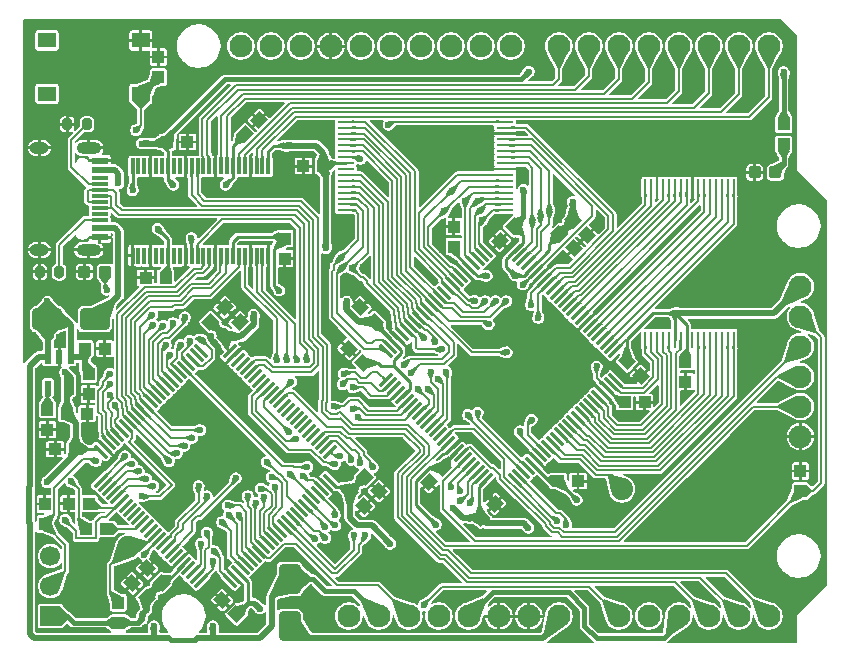
<source format=gbr>
%TF.GenerationSoftware,KiCad,Pcbnew,9.0.6*%
%TF.CreationDate,2026-02-22T20:48:50-08:00*%
%TF.ProjectId,BrainFuino,42726169-6e46-4756-996e-6f2e6b696361,rev?*%
%TF.SameCoordinates,Original*%
%TF.FileFunction,Copper,L1,Top*%
%TF.FilePolarity,Positive*%
%FSLAX46Y46*%
G04 Gerber Fmt 4.6, Leading zero omitted, Abs format (unit mm)*
G04 Created by KiCad (PCBNEW 9.0.6) date 2026-02-22 20:48:50*
%MOMM*%
%LPD*%
G01*
G04 APERTURE LIST*
G04 Aperture macros list*
%AMRoundRect*
0 Rectangle with rounded corners*
0 $1 Rounding radius*
0 $2 $3 $4 $5 $6 $7 $8 $9 X,Y pos of 4 corners*
0 Add a 4 corners polygon primitive as box body*
4,1,4,$2,$3,$4,$5,$6,$7,$8,$9,$2,$3,0*
0 Add four circle primitives for the rounded corners*
1,1,$1+$1,$2,$3*
1,1,$1+$1,$4,$5*
1,1,$1+$1,$6,$7*
1,1,$1+$1,$8,$9*
0 Add four rect primitives between the rounded corners*
20,1,$1+$1,$2,$3,$4,$5,0*
20,1,$1+$1,$4,$5,$6,$7,0*
20,1,$1+$1,$6,$7,$8,$9,0*
20,1,$1+$1,$8,$9,$2,$3,0*%
%AMRotRect*
0 Rectangle, with rotation*
0 The origin of the aperture is its center*
0 $1 length*
0 $2 width*
0 $3 Rotation angle, in degrees counterclockwise*
0 Add horizontal line*
21,1,$1,$2,0,0,$3*%
G04 Aperture macros list end*
%TA.AperFunction,SMDPad,CuDef*%
%ADD10R,1.000000X1.100000*%
%TD*%
%TA.AperFunction,SMDPad,CuDef*%
%ADD11R,1.100000X1.000000*%
%TD*%
%TA.AperFunction,SMDPad,CuDef*%
%ADD12R,0.228600X1.422400*%
%TD*%
%TA.AperFunction,SMDPad,CuDef*%
%ADD13RoundRect,0.150000X0.350000X-0.350000X0.350000X0.350000X-0.350000X0.350000X-0.350000X-0.350000X0*%
%TD*%
%TA.AperFunction,SMDPad,CuDef*%
%ADD14R,1.422400X0.228600*%
%TD*%
%TA.AperFunction,SMDPad,CuDef*%
%ADD15RotRect,1.100000X1.000000X135.000000*%
%TD*%
%TA.AperFunction,SMDPad,CuDef*%
%ADD16R,1.450000X0.600000*%
%TD*%
%TA.AperFunction,SMDPad,CuDef*%
%ADD17R,1.450000X0.300000*%
%TD*%
%TA.AperFunction,HeatsinkPad*%
%ADD18O,2.100000X1.000000*%
%TD*%
%TA.AperFunction,HeatsinkPad*%
%ADD19O,1.600000X1.000000*%
%TD*%
%TA.AperFunction,SMDPad,CuDef*%
%ADD20RotRect,1.100000X1.000000X45.000000*%
%TD*%
%TA.AperFunction,SMDPad,CuDef*%
%ADD21RoundRect,0.250000X-1.000000X-0.650000X1.000000X-0.650000X1.000000X0.650000X-1.000000X0.650000X0*%
%TD*%
%TA.AperFunction,SMDPad,CuDef*%
%ADD22R,0.550000X1.200000*%
%TD*%
%TA.AperFunction,SMDPad,CuDef*%
%ADD23RotRect,1.100000X1.000000X225.000000*%
%TD*%
%TA.AperFunction,SMDPad,CuDef*%
%ADD24RotRect,1.100000X1.000000X315.000000*%
%TD*%
%TA.AperFunction,ComponentPad*%
%ADD25R,1.700000X1.700000*%
%TD*%
%TA.AperFunction,ComponentPad*%
%ADD26C,1.700000*%
%TD*%
%TA.AperFunction,SMDPad,CuDef*%
%ADD27RoundRect,0.200000X0.200000X0.275000X-0.200000X0.275000X-0.200000X-0.275000X0.200000X-0.275000X0*%
%TD*%
%TA.AperFunction,SMDPad,CuDef*%
%ADD28R,0.300000X1.450000*%
%TD*%
%TA.AperFunction,SMDPad,CuDef*%
%ADD29RoundRect,0.250000X-0.650000X1.000000X-0.650000X-1.000000X0.650000X-1.000000X0.650000X1.000000X0*%
%TD*%
%TA.AperFunction,SMDPad,CuDef*%
%ADD30R,1.550000X1.300000*%
%TD*%
%TA.AperFunction,SMDPad,CuDef*%
%ADD31RotRect,1.475000X0.300000X135.000000*%
%TD*%
%TA.AperFunction,SMDPad,CuDef*%
%ADD32RotRect,1.475000X0.300000X225.000000*%
%TD*%
%TA.AperFunction,ComponentPad*%
%ADD33C,1.879600*%
%TD*%
%TA.AperFunction,ComponentPad*%
%ADD34C,1.930400*%
%TD*%
%TA.AperFunction,SMDPad,CuDef*%
%ADD35RotRect,1.475000X0.300000X45.000000*%
%TD*%
%TA.AperFunction,ViaPad*%
%ADD36C,0.600000*%
%TD*%
%TA.AperFunction,Conductor*%
%ADD37C,0.279400*%
%TD*%
%TA.AperFunction,Conductor*%
%ADD38C,0.533400*%
%TD*%
%TA.AperFunction,Conductor*%
%ADD39C,0.200000*%
%TD*%
%TA.AperFunction,Conductor*%
%ADD40C,0.203200*%
%TD*%
%TA.AperFunction,Conductor*%
%ADD41C,0.406400*%
%TD*%
%TA.AperFunction,Conductor*%
%ADD42C,0.300000*%
%TD*%
%TA.AperFunction,Conductor*%
%ADD43C,0.457200*%
%TD*%
%TA.AperFunction,Conductor*%
%ADD44C,0.445000*%
%TD*%
G04 APERTURE END LIST*
D10*
%TO.P,R3,1,1*%
%TO.N,3.3V*%
X122500000Y-129700000D03*
%TO.P,R3,2,2*%
%TO.N,Net-(IC4-NRST)*%
X122500000Y-128000000D03*
%TD*%
D11*
%TO.P,C9,1,1*%
%TO.N,5V*%
X126650000Y-89000000D03*
%TO.P,C9,2,2*%
%TO.N,GND*%
X128350000Y-89000000D03*
%TD*%
D12*
%TO.P,IC2,1,A11*%
%TO.N,Net-(IC1-PL7D)*%
X167103100Y-105727500D03*
%TO.P,IC2,2,A9*%
%TO.N,Net-(IC1-PL7C)*%
X167603100Y-105727500D03*
%TO.P,IC2,3,A8*%
%TO.N,Net-(IC1-PL7B)*%
X168103100Y-105727500D03*
%TO.P,IC2,4,A13*%
%TO.N,Net-(IC1-PL7A)*%
X168603100Y-105727500D03*
%TO.P,IC2,5,~{WE}*%
%TO.N,Net-(IC1-PL6D)*%
X169103100Y-105727500D03*
%TO.P,IC2,6,CE2*%
%TO.N,3.3V*%
X169603100Y-105727500D03*
%TO.P,IC2,7,A15*%
%TO.N,Net-(IC1-PL6C)*%
X170103100Y-105727500D03*
%TO.P,IC2,8,VCC*%
%TO.N,3.3V*%
X170603100Y-105727500D03*
%TO.P,IC2,9,NC*%
%TO.N,unconnected-(IC2-NC-Pad9)*%
X171103100Y-105727500D03*
%TO.P,IC2,10,A16*%
%TO.N,Net-(IC1-PL6B)*%
X171603100Y-105727500D03*
%TO.P,IC2,11,A14*%
%TO.N,Net-(IC1-PL6A)*%
X172103100Y-105727500D03*
%TO.P,IC2,12,A12*%
%TO.N,Net-(IC1-PL5D)*%
X172603100Y-105727500D03*
%TO.P,IC2,13,A7*%
%TO.N,Net-(IC1-PL5C)*%
X173103100Y-105727500D03*
%TO.P,IC2,14,A6*%
%TO.N,Net-(IC1-PL5B)*%
X173603100Y-105727500D03*
%TO.P,IC2,15,A5*%
%TO.N,Net-(IC1-PL5A)*%
X174103100Y-105727500D03*
%TO.P,IC2,16,A4*%
%TO.N,Net-(IC1-PL3D)*%
X174603100Y-105727500D03*
%TO.P,IC2,17,A3*%
%TO.N,Net-(IC1-PB4A)*%
X174603100Y-92849700D03*
%TO.P,IC2,18,A2*%
%TO.N,Net-(IC1-PB4B)*%
X174103100Y-92849700D03*
%TO.P,IC2,19,A1*%
%TO.N,Net-(IC1-PB4C)*%
X173603100Y-92849700D03*
%TO.P,IC2,20,A0*%
%TO.N,Net-(IC1-PB4D)*%
X173103100Y-92849700D03*
%TO.P,IC2,21,I/O0*%
%TO.N,Net-(IC1-PB6A)*%
X172603100Y-92849700D03*
%TO.P,IC2,22,I/O1*%
%TO.N,Net-(IC1-PB6B)*%
X172103100Y-92849700D03*
%TO.P,IC2,23,I/O2*%
%TO.N,Net-(IC1-PB6C)*%
X171603100Y-92849700D03*
%TO.P,IC2,24,GND*%
%TO.N,GND*%
X171103100Y-92849700D03*
%TO.P,IC2,25,I/O3*%
%TO.N,Net-(IC1-PB6D)*%
X170603100Y-92849700D03*
%TO.P,IC2,26,I/O4*%
%TO.N,Net-(IC1-PB10A)*%
X170103100Y-92849700D03*
%TO.P,IC2,27,I/O5*%
%TO.N,Net-(IC1-PB10B)*%
X169603100Y-92849700D03*
%TO.P,IC2,28,I/O6*%
%TO.N,Net-(IC1-PB10C)*%
X169103100Y-92849700D03*
%TO.P,IC2,29,I/O7*%
%TO.N,Net-(IC1-PB10D)*%
X168603100Y-92849700D03*
%TO.P,IC2,30,~{CE1}*%
%TO.N,GND*%
X168103100Y-92849700D03*
%TO.P,IC2,31,A10*%
%TO.N,Net-(IC1-PB12A)*%
X167603100Y-92849700D03*
%TO.P,IC2,32,~{OE}*%
%TO.N,Net-(IC1-PB12B)*%
X167103100Y-92849700D03*
%TD*%
D11*
%TO.P,R6,1*%
%TO.N,Net-(D4-PadA)*%
X119761900Y-121767600D03*
%TO.P,R6,2*%
%TO.N,Net-(IC4-PF10)*%
X121461900Y-121767600D03*
%TD*%
D10*
%TO.P,C4,1,1*%
%TO.N,/BRD_RST*%
X125895100Y-83501600D03*
%TO.P,C4,2,2*%
%TO.N,GND*%
X125895100Y-81801600D03*
%TD*%
%TO.P,R4,1,1*%
%TO.N,GND*%
X180251100Y-116853600D03*
%TO.P,R4,2,2*%
%TO.N,/TCK*%
X180251100Y-118553600D03*
%TD*%
D13*
%TO.P,D3,A,A*%
%TO.N,Net-(D3-PadA)*%
X178130900Y-91567000D03*
%TO.P,D3,C,C*%
%TO.N,GND*%
X176376900Y-91567000D03*
%TD*%
D14*
%TO.P,IC3,1,A11*%
%TO.N,/A11*%
X141757400Y-87283600D03*
%TO.P,IC3,2,A9*%
%TO.N,/A9*%
X141757400Y-87783600D03*
%TO.P,IC3,3,A8*%
%TO.N,/A8*%
X141757400Y-88283600D03*
%TO.P,IC3,4,A13*%
%TO.N,/A13*%
X141757400Y-88783600D03*
%TO.P,IC3,5,A14*%
%TO.N,/A14*%
X141757400Y-89283600D03*
%TO.P,IC3,6,A17*%
%TO.N,/A17*%
X141757400Y-89783600D03*
%TO.P,IC3,7,~{WE}*%
%TO.N,/WE*%
X141757400Y-90283600D03*
%TO.P,IC3,8,VDD*%
%TO.N,3.3V*%
X141757400Y-90783600D03*
%TO.P,IC3,9,NC*%
%TO.N,unconnected-(IC3-NC-Pad9)*%
X141757400Y-91283600D03*
%TO.P,IC3,10,A16*%
%TO.N,/A16*%
X141757400Y-91783600D03*
%TO.P,IC3,11,A15*%
%TO.N,/A15*%
X141757400Y-92283600D03*
%TO.P,IC3,12,A12*%
%TO.N,/A12*%
X141757400Y-92783600D03*
%TO.P,IC3,13,A7*%
%TO.N,/A7*%
X141757400Y-93283600D03*
%TO.P,IC3,14,A6*%
%TO.N,/A6*%
X141757400Y-93783600D03*
%TO.P,IC3,15,A5*%
%TO.N,/A5*%
X141757400Y-94283600D03*
%TO.P,IC3,16,A4*%
%TO.N,/A4*%
X141757400Y-94783600D03*
%TO.P,IC3,17,A3*%
%TO.N,/A3*%
X155244800Y-94783600D03*
%TO.P,IC3,18,A2*%
%TO.N,/A2*%
X155244800Y-94283600D03*
%TO.P,IC3,19,A1*%
%TO.N,/A1*%
X155244800Y-93783600D03*
%TO.P,IC3,20,A0*%
%TO.N,/A0*%
X155244800Y-93283600D03*
%TO.P,IC3,21,DQ0*%
%TO.N,/D0*%
X155244800Y-92783600D03*
%TO.P,IC3,22,DQ1*%
%TO.N,/D1*%
X155244800Y-92283600D03*
%TO.P,IC3,23,DQ2*%
%TO.N,/D2*%
X155244800Y-91783600D03*
%TO.P,IC3,24,VSS*%
%TO.N,GND*%
X155244800Y-91283600D03*
%TO.P,IC3,25,DQ3*%
%TO.N,/D3*%
X155244800Y-90783600D03*
%TO.P,IC3,26,DQ4*%
%TO.N,/D4*%
X155244800Y-90283600D03*
%TO.P,IC3,27,DQ5*%
%TO.N,/D5*%
X155244800Y-89783600D03*
%TO.P,IC3,28,DQ6*%
%TO.N,/D6*%
X155244800Y-89283600D03*
%TO.P,IC3,29,DQ7*%
%TO.N,/D7*%
X155244800Y-88783600D03*
%TO.P,IC3,30,~{CE}*%
%TO.N,GND*%
X155244800Y-88283600D03*
%TO.P,IC3,31,A10*%
%TO.N,/A10*%
X155244800Y-87783600D03*
%TO.P,IC3,32,~{OE}*%
%TO.N,/OE*%
X155244800Y-87283600D03*
%TD*%
D10*
%TO.P,C8,1,1*%
%TO.N,5V*%
X120000000Y-108650000D03*
%TO.P,C8,2,2*%
%TO.N,GND*%
X120000000Y-110350000D03*
%TD*%
D15*
%TO.P,C20,1,1*%
%TO.N,3.3V*%
X143202082Y-107702082D03*
%TO.P,C20,2,2*%
%TO.N,GND*%
X142000000Y-106500000D03*
%TD*%
D11*
%TO.P,C28,1,1*%
%TO.N,3.3V*%
X126500000Y-100500000D03*
%TO.P,C28,2,2*%
%TO.N,GND*%
X124800000Y-100500000D03*
%TD*%
D16*
%TO.P,J1,A1,GND*%
%TO.N,GND*%
X120915000Y-90570000D03*
%TO.P,J1,A4,VBUS*%
%TO.N,Net-(D1-A)*%
X120915000Y-91370000D03*
D17*
%TO.P,J1,A5,CC1*%
%TO.N,Net-(J1-CC1)*%
X120915000Y-92570000D03*
%TO.P,J1,A6,D+*%
%TO.N,/USB_DP*%
X120915000Y-93570000D03*
%TO.P,J1,A7,D-*%
%TO.N,/USB_DN*%
X120915000Y-94070000D03*
%TO.P,J1,A8,SBU1*%
%TO.N,unconnected-(J1-SBU1-PadA8)*%
X120915000Y-95070000D03*
D16*
%TO.P,J1,A9,VBUS*%
%TO.N,Net-(D1-A)*%
X120915000Y-96270000D03*
%TO.P,J1,A12,GND*%
%TO.N,GND*%
X120915000Y-97070000D03*
%TO.P,J1,B1,GND*%
X120915000Y-97070000D03*
%TO.P,J1,B4,VBUS*%
%TO.N,Net-(D1-A)*%
X120915000Y-96270000D03*
D17*
%TO.P,J1,B5,CC2*%
%TO.N,Net-(J1-CC2)*%
X120915000Y-95570000D03*
%TO.P,J1,B6,D+*%
%TO.N,/USB_DP*%
X120915000Y-94570000D03*
%TO.P,J1,B7,D-*%
%TO.N,/USB_DN*%
X120915000Y-93070000D03*
%TO.P,J1,B8,SBU2*%
%TO.N,unconnected-(J1-SBU2-PadB8)*%
X120915000Y-92070000D03*
D16*
%TO.P,J1,B9,VBUS*%
%TO.N,Net-(D1-A)*%
X120915000Y-91370000D03*
%TO.P,J1,B12,GND*%
%TO.N,GND*%
X120915000Y-90570000D03*
D18*
%TO.P,J1,S1,SHIELD*%
X120000000Y-89500000D03*
D19*
X115820000Y-89500000D03*
D18*
X120000000Y-98140000D03*
D19*
X115820000Y-98140000D03*
%TD*%
D20*
%TO.P,C10,1,1*%
%TO.N,5V*%
X133207059Y-88332641D03*
%TO.P,C10,2,2*%
%TO.N,GND*%
X134409141Y-87130559D03*
%TD*%
D15*
%TO.P,C15,1,1*%
%TO.N,3.3V*%
X132500000Y-129000000D03*
%TO.P,C15,2,2*%
%TO.N,GND*%
X131297918Y-127797918D03*
%TD*%
D21*
%TO.P,D1,1,K*%
%TO.N,5V*%
X116500000Y-104000000D03*
%TO.P,D1,2,A*%
%TO.N,Net-(D1-A)*%
X120500000Y-104000000D03*
%TD*%
D20*
%TO.P,C17,1,1*%
%TO.N,3.3V*%
X131556059Y-105477641D03*
%TO.P,C17,2,2*%
%TO.N,GND*%
X132758141Y-104275559D03*
%TD*%
D11*
%TO.P,C27,1,1*%
%TO.N,3.3V*%
X139865100Y-91033600D03*
%TO.P,C27,2,2*%
%TO.N,GND*%
X138165100Y-91033600D03*
%TD*%
D22*
%TO.P,IC6,1,IN*%
%TO.N,5V*%
X118450000Y-107199900D03*
%TO.P,IC6,2,GND*%
%TO.N,GND*%
X117500000Y-107199900D03*
%TO.P,IC6,3,EN*%
%TO.N,5V*%
X116550000Y-107199900D03*
%TO.P,IC6,4,BP*%
%TO.N,Net-(IC6-BP)*%
X116550000Y-109800100D03*
%TO.P,IC6,5,OUT*%
%TO.N,3.3V*%
X118450000Y-109800100D03*
%TD*%
D23*
%TO.P,C7,1,1*%
%TO.N,3.3V*%
X155999141Y-96147559D03*
%TO.P,C7,2,2*%
%TO.N,GND*%
X154797059Y-97349641D03*
%TD*%
D24*
%TO.P,C11,1,1*%
%TO.N,3.3V*%
X143367059Y-117356559D03*
%TO.P,C11,2,2*%
%TO.N,GND*%
X144569141Y-118558641D03*
%TD*%
D25*
%TO.P,J2,1,Pin_1*%
%TO.N,3.3V*%
X116751100Y-129133600D03*
D26*
%TO.P,J2,2,Pin_2*%
%TO.N,/BOOT0*%
X116751100Y-126593600D03*
%TO.P,J2,3,Pin_3*%
%TO.N,unconnected-(J2-Pin_3-Pad3)*%
X116751100Y-124053600D03*
%TD*%
D10*
%TO.P,R5,1*%
%TO.N,Net-(D3-PadA)*%
X178828700Y-89200000D03*
%TO.P,R5,2*%
%TO.N,5V*%
X178828700Y-87500000D03*
%TD*%
D23*
%TO.P,C21,1,1*%
%TO.N,3.3V*%
X149991141Y-116594559D03*
%TO.P,C21,2,2*%
%TO.N,GND*%
X148789059Y-117796641D03*
%TD*%
D10*
%TO.P,R2,1,1*%
%TO.N,GND*%
X116282100Y-119648600D03*
%TO.P,R2,2,2*%
%TO.N,/BOOT0*%
X116282100Y-121348600D03*
%TD*%
D24*
%TO.P,C25,1,1*%
%TO.N,3.3V*%
X165553059Y-107577559D03*
%TO.P,C25,2,2*%
%TO.N,GND*%
X166755141Y-108779641D03*
%TD*%
%TO.P,C19,1,1*%
%TO.N,3.3V*%
X159844548Y-96798915D03*
%TO.P,C19,2,2*%
%TO.N,GND*%
X161046630Y-98000997D03*
%TD*%
D13*
%TO.P,D4,A,A*%
%TO.N,Net-(D4-PadA)*%
X121377000Y-100000000D03*
%TO.P,D4,C,C*%
%TO.N,GND*%
X119623000Y-100000000D03*
%TD*%
D27*
%TO.P,R8,1*%
%TO.N,Net-(J1-CC1)*%
X119825000Y-87500000D03*
%TO.P,R8,2*%
%TO.N,GND*%
X118175000Y-87500000D03*
%TD*%
D28*
%TO.P,IC5,1,1DIR*%
%TO.N,3.3V*%
X135201100Y-91068600D03*
%TO.P,IC5,2,1B1*%
%TO.N,Net-(IC5-1B1)*%
X134701100Y-91068600D03*
%TO.P,IC5,3,1B2*%
%TO.N,Net-(IC5-1B2)*%
X134201100Y-91068600D03*
%TO.P,IC5,4,GND_1*%
%TO.N,GND*%
X133701100Y-91068600D03*
%TO.P,IC5,5,1B3*%
%TO.N,Net-(IC5-1B3)*%
X133201100Y-91068600D03*
%TO.P,IC5,6,1B4*%
%TO.N,Net-(IC5-1B4)*%
X132701100Y-91068600D03*
%TO.P,IC5,7,(5V)_VCCB_1*%
%TO.N,5V*%
X132201100Y-91068600D03*
%TO.P,IC5,8,1B5*%
%TO.N,Net-(IC5-1B5)*%
X131701100Y-91068600D03*
%TO.P,IC5,9,1B6*%
%TO.N,Net-(IC5-1B6)*%
X131201100Y-91068600D03*
%TO.P,IC5,10,GND_2*%
%TO.N,GND*%
X130701100Y-91068600D03*
%TO.P,IC5,11,1B7*%
%TO.N,Net-(IC5-1B7)*%
X130201100Y-91068600D03*
%TO.P,IC5,12,1B8*%
%TO.N,Net-(IC5-1B8)*%
X129701100Y-91068600D03*
%TO.P,IC5,13,2B1*%
%TO.N,/OUTSTRB*%
X129201100Y-91068600D03*
%TO.P,IC5,14,2B2*%
%TO.N,/INSTRB*%
X128701100Y-91068600D03*
%TO.P,IC5,15,GND_3*%
%TO.N,GND*%
X128201100Y-91068600D03*
%TO.P,IC5,16,2B3*%
%TO.N,unconnected-(IC5-2B3-Pad16)*%
X127701100Y-91068600D03*
%TO.P,IC5,17,2B4*%
%TO.N,unconnected-(IC5-2B4-Pad17)*%
X127201100Y-91068600D03*
%TO.P,IC5,18,(5V)_VCCB_2*%
%TO.N,5V*%
X126701100Y-91068600D03*
%TO.P,IC5,19,2B5*%
%TO.N,unconnected-(IC5-2B5-Pad19)*%
X126201100Y-91068600D03*
%TO.P,IC5,20,2B6*%
%TO.N,unconnected-(IC5-2B6-Pad20)*%
X125701100Y-91068600D03*
%TO.P,IC5,21,GND_4*%
%TO.N,GND*%
X125201100Y-91068600D03*
%TO.P,IC5,22,2B7*%
%TO.N,unconnected-(IC5-2B7-Pad22)*%
X124701100Y-91068600D03*
%TO.P,IC5,23,2B8*%
%TO.N,unconnected-(IC5-2B8-Pad23)*%
X124201100Y-91068600D03*
%TO.P,IC5,24,2DIR*%
%TO.N,3.3V*%
X123701100Y-91068600D03*
%TO.P,IC5,25,2~{OE}*%
%TO.N,GND*%
X123701100Y-98618600D03*
%TO.P,IC5,26,2A8*%
%TO.N,unconnected-(IC5-2A8-Pad26)*%
X124201100Y-98618600D03*
%TO.P,IC5,27,2A7*%
%TO.N,unconnected-(IC5-2A7-Pad27)*%
X124701100Y-98618600D03*
%TO.P,IC5,28,GND_5*%
%TO.N,GND*%
X125201100Y-98618600D03*
%TO.P,IC5,29,2A6*%
%TO.N,unconnected-(IC5-2A6-Pad29)*%
X125701100Y-98618600D03*
%TO.P,IC5,30,2A5*%
%TO.N,unconnected-(IC5-2A5-Pad30)*%
X126201100Y-98618600D03*
%TO.P,IC5,31,VCCA_(3.3V)_1*%
%TO.N,3.3V*%
X126701100Y-98618600D03*
%TO.P,IC5,32,2A4*%
%TO.N,unconnected-(IC5-2A4-Pad32)*%
X127201100Y-98618600D03*
%TO.P,IC5,33,2A3*%
%TO.N,unconnected-(IC5-2A3-Pad33)*%
X127701100Y-98618600D03*
%TO.P,IC5,34,GND_6*%
%TO.N,GND*%
X128201100Y-98618600D03*
%TO.P,IC5,35,2A2*%
%TO.N,/INSTR_LVL*%
X128701100Y-98618600D03*
%TO.P,IC5,36,2A1*%
%TO.N,/OUTSTR_BFUP*%
X129201100Y-98618600D03*
%TO.P,IC5,37,1A8*%
%TO.N,/OUT7*%
X129701100Y-98618600D03*
%TO.P,IC5,38,1A7*%
%TO.N,/OUT6*%
X130201100Y-98618600D03*
%TO.P,IC5,39,GND_7*%
%TO.N,GND*%
X130701100Y-98618600D03*
%TO.P,IC5,40,1A6*%
%TO.N,/OUT5*%
X131201100Y-98618600D03*
%TO.P,IC5,41,1A5*%
%TO.N,/OUT4*%
X131701100Y-98618600D03*
%TO.P,IC5,42,VCCA_(3.3V)_2*%
%TO.N,3.3V*%
X132201100Y-98618600D03*
%TO.P,IC5,43,1A4*%
%TO.N,/OUT3*%
X132701100Y-98618600D03*
%TO.P,IC5,44,1A3*%
%TO.N,/OUT2*%
X133201100Y-98618600D03*
%TO.P,IC5,45,GND_8*%
%TO.N,GND*%
X133701100Y-98618600D03*
%TO.P,IC5,46,1A2*%
%TO.N,/OUT1*%
X134201100Y-98618600D03*
%TO.P,IC5,47,1A1*%
%TO.N,/OUT0*%
X134701100Y-98618600D03*
%TO.P,IC5,48,1~{OE}*%
%TO.N,GND*%
X135201100Y-98618600D03*
%TD*%
D29*
%TO.P,D2,1,K*%
%TO.N,5V*%
X137000000Y-126000000D03*
%TO.P,D2,2,A*%
%TO.N,Net-(D2-A)*%
X137000000Y-130000000D03*
%TD*%
D10*
%TO.P,C29,1,1*%
%TO.N,3.3V*%
X136602100Y-97168600D03*
%TO.P,C29,2,2*%
%TO.N,GND*%
X136602100Y-98868600D03*
%TD*%
D30*
%TO.P,S1,A1*%
%TO.N,N/C*%
X116459100Y-84901600D03*
%TO.P,S1,A2,1*%
%TO.N,/BRD_RST*%
X124409100Y-84901600D03*
%TO.P,S1,B1*%
%TO.N,N/C*%
X116459100Y-80401600D03*
%TO.P,S1,B2,2*%
%TO.N,GND*%
X124409100Y-80401600D03*
%TD*%
D11*
%TO.P,C31,1*%
%TO.N,GND*%
X118300000Y-119626042D03*
%TO.P,C31,2*%
%TO.N,3.3V*%
X120000000Y-119626042D03*
%TD*%
D31*
%TO.P,IC1,1,PL2A*%
%TO.N,/IN3_BFUP*%
X156080052Y-117638833D03*
%TO.P,IC1,2,PL2B*%
%TO.N,/IN2_BFUP*%
X156433605Y-117285280D03*
%TO.P,IC1,3,PL2C*%
%TO.N,/BF_CLK*%
X156787158Y-116931726D03*
%TO.P,IC1,4,PL2D*%
%TO.N,/BF_RST*%
X157140712Y-116578173D03*
%TO.P,IC1,5,VCCIO3_1*%
%TO.N,3.3V*%
X157494265Y-116224619D03*
%TO.P,IC1,6,GND_1*%
%TO.N,GND*%
X157847819Y-115871066D03*
%TO.P,IC1,7,PL3A*%
%TO.N,/IN1_BFUP*%
X158201372Y-115517513D03*
%TO.P,IC1,8,PL3B*%
%TO.N,/IN0_BFUP*%
X158554925Y-115163959D03*
%TO.P,IC1,9,PL3C*%
%TO.N,Net-(IC1-PL3C)*%
X158908479Y-114810406D03*
%TO.P,IC1,10,PL3D*%
%TO.N,Net-(IC1-PL3D)*%
X159262032Y-114456852D03*
%TO.P,IC1,11,NC_1*%
%TO.N,unconnected-(IC1-NC_1-Pad11)*%
X159615585Y-114103299D03*
%TO.P,IC1,12,PL5A*%
%TO.N,Net-(IC1-PL5A)*%
X159969139Y-113749746D03*
%TO.P,IC1,13,PL5B*%
%TO.N,Net-(IC1-PL5B)*%
X160322692Y-113396192D03*
%TO.P,IC1,14,PL5C*%
%TO.N,Net-(IC1-PL5C)*%
X160676246Y-113042639D03*
%TO.P,IC1,15,PL5D*%
%TO.N,Net-(IC1-PL5D)*%
X161029799Y-112689085D03*
%TO.P,IC1,16,PL6A*%
%TO.N,Net-(IC1-PL6A)*%
X161383352Y-112335532D03*
%TO.P,IC1,17,PL6B*%
%TO.N,Net-(IC1-PL6B)*%
X161736906Y-111981979D03*
%TO.P,IC1,18,PL6C*%
%TO.N,Net-(IC1-PL6C)*%
X162090459Y-111628425D03*
%TO.P,IC1,19,PL6D*%
%TO.N,Net-(IC1-PL6D)*%
X162444013Y-111274872D03*
%TO.P,IC1,20,PL7A*%
%TO.N,Net-(IC1-PL7A)*%
X162797566Y-110921319D03*
%TO.P,IC1,21,PL7B*%
%TO.N,Net-(IC1-PL7B)*%
X163151119Y-110567765D03*
%TO.P,IC1,22,GND_2*%
%TO.N,GND*%
X163504673Y-110214212D03*
%TO.P,IC1,23,VCCIO3_2*%
%TO.N,3.3V*%
X163858226Y-109860658D03*
%TO.P,IC1,24,PL7C*%
%TO.N,Net-(IC1-PL7C)*%
X164211780Y-109507105D03*
%TO.P,IC1,25,PL7D*%
%TO.N,Net-(IC1-PL7D)*%
X164565333Y-109153552D03*
D32*
%TO.P,IC1,26,VCCIO2_1*%
%TO.N,3.3V*%
X164565333Y-106695648D03*
%TO.P,IC1,27,PB4A*%
%TO.N,Net-(IC1-PB4A)*%
X164211780Y-106342095D03*
%TO.P,IC1,28,PB4B*%
%TO.N,Net-(IC1-PB4B)*%
X163858226Y-105988542D03*
%TO.P,IC1,29,PB4C*%
%TO.N,Net-(IC1-PB4C)*%
X163504673Y-105634988D03*
%TO.P,IC1,30,PB4D*%
%TO.N,Net-(IC1-PB4D)*%
X163151119Y-105281435D03*
%TO.P,IC1,31,PB6A*%
%TO.N,Net-(IC1-PB6A)*%
X162797566Y-104927881D03*
%TO.P,IC1,32,PB6B*%
%TO.N,Net-(IC1-PB6B)*%
X162444013Y-104574328D03*
%TO.P,IC1,33,GND_3*%
%TO.N,GND*%
X162090459Y-104220775D03*
%TO.P,IC1,34,PB6C*%
%TO.N,Net-(IC1-PB6C)*%
X161736906Y-103867221D03*
%TO.P,IC1,35,PB6D*%
%TO.N,Net-(IC1-PB6D)*%
X161383352Y-103513668D03*
%TO.P,IC1,36,PB10A*%
%TO.N,Net-(IC1-PB10A)*%
X161029799Y-103160115D03*
%TO.P,IC1,37,PB10B*%
%TO.N,Net-(IC1-PB10B)*%
X160676246Y-102806561D03*
%TO.P,IC1,38,PB10C*%
%TO.N,Net-(IC1-PB10C)*%
X160322692Y-102453008D03*
%TO.P,IC1,39,PB10D*%
%TO.N,Net-(IC1-PB10D)*%
X159969139Y-102099454D03*
%TO.P,IC1,40,PB12A*%
%TO.N,Net-(IC1-PB12A)*%
X159615585Y-101745901D03*
%TO.P,IC1,41,PB12B*%
%TO.N,Net-(IC1-PB12B)*%
X159262032Y-101392348D03*
%TO.P,IC1,42,PB12C*%
%TO.N,/A10*%
X158908479Y-101038794D03*
%TO.P,IC1,43,PB12D*%
%TO.N,/D7*%
X158554925Y-100685241D03*
%TO.P,IC1,44,GND_4*%
%TO.N,GND*%
X158201372Y-100331687D03*
%TO.P,IC1,45,PB14A*%
%TO.N,/D6*%
X157847819Y-99978134D03*
%TO.P,IC1,46,VCCIO2_2*%
%TO.N,3.3V*%
X157494265Y-99624581D03*
%TO.P,IC1,47,PB14B*%
%TO.N,/D5*%
X157140712Y-99271027D03*
%TO.P,IC1,48,PB14C*%
%TO.N,/D4*%
X156787158Y-98917474D03*
%TO.P,IC1,49,PB14D*%
%TO.N,/D3*%
X156433605Y-98563920D03*
%TO.P,IC1,50,VCC_1*%
%TO.N,3.3V*%
X156080052Y-98210367D03*
D31*
%TO.P,IC1,51,PR7D*%
%TO.N,/A3*%
X153622148Y-98210367D03*
%TO.P,IC1,52,PR7C*%
%TO.N,/A2*%
X153268595Y-98563920D03*
%TO.P,IC1,53,PR7B*%
%TO.N,/A1*%
X152915042Y-98917474D03*
%TO.P,IC1,54,PR7A*%
%TO.N,/A0*%
X152561488Y-99271027D03*
%TO.P,IC1,55,VCCIO1_1*%
%TO.N,3.3V*%
X152207935Y-99624581D03*
%TO.P,IC1,56,GND_5*%
%TO.N,GND*%
X151854381Y-99978134D03*
%TO.P,IC1,57,PR6D*%
%TO.N,/D0*%
X151500828Y-100331687D03*
%TO.P,IC1,58,PR6C*%
%TO.N,/D1*%
X151147275Y-100685241D03*
%TO.P,IC1,59,PR6B*%
%TO.N,/D2*%
X150793721Y-101038794D03*
%TO.P,IC1,60,PR6A*%
%TO.N,/A11*%
X150440168Y-101392348D03*
%TO.P,IC1,61,NC_2*%
%TO.N,unconnected-(IC1-NC_2-Pad61)*%
X150086615Y-101745901D03*
%TO.P,IC1,62,PR5D*%
%TO.N,/A9*%
X149733061Y-102099454D03*
%TO.P,IC1,63,PR5C*%
%TO.N,/A8*%
X149379508Y-102453008D03*
%TO.P,IC1,64,PR5B*%
%TO.N,/A13*%
X149025954Y-102806561D03*
%TO.P,IC1,65,PR5A*%
%TO.N,/A14*%
X148672401Y-103160115D03*
%TO.P,IC1,66,PR3D*%
%TO.N,/A17*%
X148318848Y-103513668D03*
%TO.P,IC1,67,PR3C*%
%TO.N,/A16*%
X147965294Y-103867221D03*
%TO.P,IC1,68,PR3B*%
%TO.N,/A15*%
X147611741Y-104220775D03*
%TO.P,IC1,69,PR3A*%
%TO.N,/A12*%
X147258187Y-104574328D03*
%TO.P,IC1,70,PR2D*%
%TO.N,/A7*%
X146904634Y-104927881D03*
%TO.P,IC1,71,PR2C*%
%TO.N,/A6*%
X146551081Y-105281435D03*
%TO.P,IC1,72,GND_6*%
%TO.N,GND*%
X146197527Y-105634988D03*
%TO.P,IC1,73,VCCIO1_2*%
%TO.N,3.3V*%
X145843974Y-105988542D03*
%TO.P,IC1,74,PR2B*%
%TO.N,/A5*%
X145490420Y-106342095D03*
%TO.P,IC1,75,PR2A*%
%TO.N,/A4*%
X145136867Y-106695648D03*
D32*
%TO.P,IC1,76,PT11D*%
%TO.N,/INCMG_BFUP*%
X145136867Y-109153552D03*
%TO.P,IC1,77,PT11C*%
%TO.N,/INSTR_BFUP*%
X145490420Y-109507105D03*
%TO.P,IC1,78,PT11A*%
%TO.N,/OUTSTR_BFUP*%
X145843974Y-109860658D03*
%TO.P,IC1,79,GND_7*%
%TO.N,GND*%
X146197527Y-110214212D03*
%TO.P,IC1,80,VCCIO0_1*%
%TO.N,3.3V*%
X146551081Y-110567765D03*
%TO.P,IC1,81,PT10D*%
%TO.N,/OUT0*%
X146904634Y-110921319D03*
%TO.P,IC1,82,PT10C*%
%TO.N,/OUT1*%
X147258187Y-111274872D03*
%TO.P,IC1,83,PT10B*%
%TO.N,/OUT2*%
X147611741Y-111628425D03*
%TO.P,IC1,84,PT10A*%
%TO.N,/OUT3*%
X147965294Y-111981979D03*
%TO.P,IC1,85,PT9D*%
%TO.N,/OUT4*%
X148318848Y-112335532D03*
%TO.P,IC1,86,PT9C*%
%TO.N,/OUT5*%
X148672401Y-112689085D03*
%TO.P,IC1,87,PT9B*%
%TO.N,/OUT6*%
X149025954Y-113042639D03*
%TO.P,IC1,88,PT9A*%
%TO.N,/OUT7*%
X149379508Y-113396192D03*
%TO.P,IC1,89,NC_3*%
%TO.N,unconnected-(IC1-NC_3-Pad89)*%
X149733061Y-113749746D03*
%TO.P,IC1,90,PT7D*%
%TO.N,/TMS*%
X150086615Y-114103299D03*
%TO.P,IC1,91,PT7C*%
%TO.N,/TCK*%
X150440168Y-114456852D03*
%TO.P,IC1,92,GND_8*%
%TO.N,GND*%
X150793721Y-114810406D03*
%TO.P,IC1,93,VCCIO0_2*%
%TO.N,3.3V*%
X151147275Y-115163959D03*
%TO.P,IC1,94,PT7B*%
%TO.N,/TDI*%
X151500828Y-115517513D03*
%TO.P,IC1,95,PT7A*%
%TO.N,/TDO*%
X151854381Y-115871066D03*
%TO.P,IC1,96,PT6D*%
%TO.N,/IN7_BFUP*%
X152207935Y-116224619D03*
%TO.P,IC1,97,PT6C*%
%TO.N,/IN6_BFUP*%
X152561488Y-116578173D03*
%TO.P,IC1,98,PT6B*%
%TO.N,/IN5_BFUP*%
X152915042Y-116931726D03*
%TO.P,IC1,99,PT6A*%
%TO.N,/IN4_BFUP*%
X153268595Y-117285280D03*
%TO.P,IC1,100,VCC_2*%
%TO.N,3.3V*%
X153622148Y-117638833D03*
%TD*%
D27*
%TO.P,R7,1*%
%TO.N,Net-(J1-CC2)*%
X117500000Y-100000000D03*
%TO.P,R7,2*%
%TO.N,GND*%
X115850000Y-100000000D03*
%TD*%
D10*
%TO.P,C26,1,1*%
%TO.N,3.3V*%
X170511100Y-107582600D03*
%TO.P,C26,2,2*%
%TO.N,GND*%
X170511100Y-109282600D03*
%TD*%
D24*
%TO.P,C3,1,1*%
%TO.N,3.3V*%
X160981059Y-95639559D03*
%TO.P,C3,2,2*%
%TO.N,GND*%
X162183141Y-96841641D03*
%TD*%
D15*
%TO.P,C13,1,1*%
%TO.N,3.3V*%
X124884141Y-127575641D03*
%TO.P,C13,2,2*%
%TO.N,GND*%
X123682059Y-126373559D03*
%TD*%
D24*
%TO.P,C16,1,1*%
%TO.N,3.3V*%
X142097059Y-118626559D03*
%TO.P,C16,2,2*%
%TO.N,GND*%
X143299141Y-119828641D03*
%TD*%
D33*
%TO.P,NRST0,1,1*%
%TO.N,Net-(IC4-NRST)*%
X123329700Y-123317000D03*
%TD*%
D11*
%TO.P,C1,1,1*%
%TO.N,5V*%
X119650000Y-106500000D03*
%TO.P,C1,2,2*%
%TO.N,GND*%
X121350000Y-106500000D03*
%TD*%
%TO.P,C2,1,1*%
%TO.N,3.3V*%
X118150000Y-112000000D03*
%TO.P,C2,2,2*%
%TO.N,GND*%
X119850000Y-112000000D03*
%TD*%
D15*
%TO.P,C6,1,1*%
%TO.N,3.3V*%
X144201375Y-104201375D03*
%TO.P,C6,2,2*%
%TO.N,GND*%
X142999293Y-102999293D03*
%TD*%
D34*
%TO.P,B1,3.3V,3.3V*%
%TO.N,3.3V*%
X149631093Y-129133600D03*
%TO.P,B1,5V,5V*%
%TO.N,5V*%
X152171093Y-129133600D03*
%TO.P,B1,5V@1,5V@1*%
X169951093Y-129133600D03*
%TO.P,B1,AIN,AIN*%
%TO.N,/AIN0*%
X164871093Y-129133600D03*
%TO.P,B1,AREF,AIEN*%
%TO.N,/AIEN*%
X137947093Y-80873600D03*
%TO.P,B1,GND@1,GND*%
%TO.N,GND*%
X154711093Y-129133600D03*
%TO.P,B1,GND@2,GND@0*%
X157251093Y-129133600D03*
%TO.P,B1,GND@3,GND@1*%
X140487093Y-80873600D03*
%TO.P,B1,GND@4,GND@2*%
X180251099Y-113943612D03*
%TO.P,B1,IN0,IN0*%
%TO.N,/IN0*%
X155727093Y-80873600D03*
%TO.P,B1,IN1,IN1*%
%TO.N,/IN1*%
X153187093Y-80873600D03*
%TO.P,B1,IN2,IN2*%
%TO.N,/IN2*%
X150647093Y-80873600D03*
%TO.P,B1,IN3,IN3*%
%TO.N,/IN3*%
X148107093Y-80873600D03*
%TO.P,B1,IN4,IN4*%
%TO.N,/IN4*%
X145567093Y-80873600D03*
%TO.P,B1,IN5,IN5*%
%TO.N,/IN5*%
X143027093Y-80873600D03*
%TO.P,B1,IN6,IN6*%
%TO.N,/IN6*%
X135407093Y-80873600D03*
%TO.P,B1,IN7,IN7*%
%TO.N,/IN7*%
X132867093Y-80873600D03*
%TO.P,B1,INCOMING,INCOMING*%
%TO.N,/INCMG*%
X172491093Y-129133600D03*
%TO.P,B1,INST,INSTRB*%
%TO.N,/INSTRB*%
X175031093Y-129133600D03*
%TO.P,B1,IOREF,IOREF*%
%TO.N,5V*%
X144551093Y-129133600D03*
%TO.P,B1,NC*%
%TO.N,N/C*%
X142011093Y-129133600D03*
%TO.P,B1,NC@1,NC*%
%TO.N,unconnected-(B1-NC-PadNC@1)*%
X167411093Y-129133600D03*
%TO.P,B1,OUT0,OUT0*%
%TO.N,Net-(IC5-1B1)*%
X177571093Y-80873600D03*
%TO.P,B1,OUT1,OUT1*%
%TO.N,Net-(IC5-1B2)*%
X175031093Y-80873600D03*
%TO.P,B1,OUT2,OUT2*%
%TO.N,Net-(IC5-1B3)*%
X172491093Y-80873600D03*
%TO.P,B1,OUT3,OUT3*%
%TO.N,Net-(IC5-1B4)*%
X169951093Y-80873600D03*
%TO.P,B1,OUT4,OUT4*%
%TO.N,Net-(IC5-1B5)*%
X167411093Y-80873600D03*
%TO.P,B1,OUT5,OUT5*%
%TO.N,Net-(IC5-1B6)*%
X164871093Y-80873600D03*
%TO.P,B1,OUT6,OUT6*%
%TO.N,Net-(IC5-1B7)*%
X162331093Y-80873600D03*
%TO.P,B1,OUT7,OUT7*%
%TO.N,Net-(IC5-1B8)*%
X159791093Y-80873600D03*
%TO.P,B1,OUTST,OUTSTRB*%
%TO.N,/OUTSTRB*%
X177571093Y-129133600D03*
%TO.P,B1,RESET@1,~{RESET}@1*%
%TO.N,/BRD_RST*%
X147091093Y-129133600D03*
%TO.P,B1,TCK,TCK*%
%TO.N,/TCK*%
X180251099Y-103783613D03*
%TO.P,B1,TDI,TDI*%
%TO.N,/TDI*%
X180251099Y-108863612D03*
%TO.P,B1,TDO,TDO*%
%TO.N,/TDO*%
X180251099Y-111403612D03*
%TO.P,B1,TMS,TMS*%
%TO.N,/TMS*%
X180251099Y-106323612D03*
%TO.P,B1,VCC,VCC*%
%TO.N,3.3V*%
X180251099Y-101243613D03*
%TO.P,B1,VIN,VIN*%
%TO.N,Net-(D2-A)*%
X159791093Y-129133600D03*
%TD*%
D11*
%TO.P,C14,1,1*%
%TO.N,3.3V*%
X118850000Y-115000000D03*
%TO.P,C14,2,2*%
%TO.N,GND*%
X117150000Y-115000000D03*
%TD*%
D35*
%TO.P,IC4,1,PE2*%
%TO.N,/A2*%
X121006867Y-117662552D03*
%TO.P,IC4,2,PE3*%
%TO.N,/A3*%
X121360420Y-118016105D03*
%TO.P,IC4,3,PE4*%
%TO.N,/A4*%
X121713974Y-118369658D03*
%TO.P,IC4,4,PE5*%
%TO.N,/A5*%
X122067527Y-118723212D03*
%TO.P,IC4,5,PE6*%
%TO.N,/A6*%
X122421081Y-119076765D03*
%TO.P,IC4,6,VBAT*%
%TO.N,3.3V*%
X122774634Y-119430319D03*
%TO.P,IC4,7,PC13*%
%TO.N,unconnected-(IC4-PC13-Pad7)*%
X123128187Y-119783872D03*
%TO.P,IC4,8,PC14-OSC32_IN*%
%TO.N,unconnected-(IC4-PC14-OSC32_IN-Pad8)*%
X123481741Y-120137425D03*
%TO.P,IC4,9,PC15-OSC32_OUT*%
%TO.N,unconnected-(IC4-PC15-OSC32_OUT-Pad9)*%
X123835294Y-120490979D03*
%TO.P,IC4,10,PF9*%
%TO.N,unconnected-(IC4-PF9-Pad10)*%
X124188848Y-120844532D03*
%TO.P,IC4,11,PF10*%
%TO.N,Net-(IC4-PF10)*%
X124542401Y-121198085D03*
%TO.P,IC4,12,PF0-OSC_IN*%
%TO.N,unconnected-(IC4-PF0-OSC_IN-Pad12)*%
X124895954Y-121551639D03*
%TO.P,IC4,13,PF1-OSC_OUT*%
%TO.N,unconnected-(IC4-PF1-OSC_OUT-Pad13)*%
X125249508Y-121905192D03*
%TO.P,IC4,14,NRST*%
%TO.N,Net-(IC4-NRST)*%
X125603061Y-122258746D03*
%TO.P,IC4,15,PC0*%
%TO.N,/AIN0*%
X125956615Y-122612299D03*
%TO.P,IC4,16,PC1*%
%TO.N,/INSTR_BFUP*%
X126310168Y-122965852D03*
%TO.P,IC4,17,PC2*%
%TO.N,/INSTR_LVL*%
X126663721Y-123319406D03*
%TO.P,IC4,18,PC3*%
%TO.N,/OUTSTR_BFUP*%
X127017275Y-123672959D03*
%TO.P,IC4,19,PF2*%
%TO.N,unconnected-(IC4-PF2-Pad19)*%
X127370828Y-124026513D03*
%TO.P,IC4,20,VSSA*%
%TO.N,GND*%
X127724381Y-124380066D03*
%TO.P,IC4,21,VDDA*%
%TO.N,3.3V*%
X128077935Y-124733619D03*
%TO.P,IC4,22,PF3*%
%TO.N,unconnected-(IC4-PF3-Pad22)*%
X128431488Y-125087173D03*
%TO.P,IC4,23,PA0*%
%TO.N,/IN0_BFUP*%
X128785042Y-125440726D03*
%TO.P,IC4,24,PA1*%
%TO.N,/IN1_BFUP*%
X129138595Y-125794280D03*
%TO.P,IC4,25,PA2*%
%TO.N,/IN2_BFUP*%
X129492148Y-126147833D03*
D31*
%TO.P,IC4,26,PA3*%
%TO.N,/IN3_BFUP*%
X131950052Y-126147833D03*
%TO.P,IC4,27,VSS_1*%
%TO.N,GND*%
X132303605Y-125794280D03*
%TO.P,IC4,28,VDD_1*%
%TO.N,3.3V*%
X132657158Y-125440726D03*
%TO.P,IC4,29,PA4*%
%TO.N,/IN4_BFUP*%
X133010712Y-125087173D03*
%TO.P,IC4,30,PA5*%
%TO.N,/IN5_BFUP*%
X133364265Y-124733619D03*
%TO.P,IC4,31,PA6*%
%TO.N,/IN6_BFUP*%
X133717819Y-124380066D03*
%TO.P,IC4,32,PA7*%
%TO.N,/IN7_BFUP*%
X134071372Y-124026513D03*
%TO.P,IC4,33,PC4*%
%TO.N,/BRD_RST*%
X134424925Y-123672959D03*
%TO.P,IC4,34,PC5*%
%TO.N,/AIEN*%
X134778479Y-123319406D03*
%TO.P,IC4,35,PB0*%
%TO.N,/OUT0*%
X135132032Y-122965852D03*
%TO.P,IC4,36,PB1*%
%TO.N,/OUT1*%
X135485585Y-122612299D03*
%TO.P,IC4,37,PB2*%
%TO.N,/OUT2*%
X135839139Y-122258746D03*
%TO.P,IC4,38,PE7*%
%TO.N,/A7*%
X136192692Y-121905192D03*
%TO.P,IC4,39,PE8*%
%TO.N,/A8*%
X136546246Y-121551639D03*
%TO.P,IC4,40,PE9*%
%TO.N,/A9*%
X136899799Y-121198085D03*
%TO.P,IC4,41,PE10*%
%TO.N,/A10*%
X137253352Y-120844532D03*
%TO.P,IC4,42,PE11*%
%TO.N,/A11*%
X137606906Y-120490979D03*
%TO.P,IC4,43,PE12*%
%TO.N,/A12*%
X137960459Y-120137425D03*
%TO.P,IC4,44,PE13*%
%TO.N,/A13*%
X138314013Y-119783872D03*
%TO.P,IC4,45,PE14*%
%TO.N,/A14*%
X138667566Y-119430319D03*
%TO.P,IC4,46,PE15*%
%TO.N,/A15*%
X139021119Y-119076765D03*
%TO.P,IC4,47,PB10*%
%TO.N,/D2*%
X139374673Y-118723212D03*
%TO.P,IC4,48,PB11*%
%TO.N,/D3*%
X139728226Y-118369658D03*
%TO.P,IC4,49,VSS_2*%
%TO.N,GND*%
X140081780Y-118016105D03*
%TO.P,IC4,50,VDD_2*%
%TO.N,3.3V*%
X140435333Y-117662552D03*
D35*
%TO.P,IC4,51,PB12*%
%TO.N,/D4*%
X140435333Y-115204648D03*
%TO.P,IC4,52,PB13*%
%TO.N,/D5*%
X140081780Y-114851095D03*
%TO.P,IC4,53,PB14*%
%TO.N,/D6*%
X139728226Y-114497542D03*
%TO.P,IC4,54,PB15*%
%TO.N,/D7*%
X139374673Y-114143988D03*
%TO.P,IC4,55,PD8*%
%TO.N,unconnected-(IC4-PD8-Pad55)*%
X139021119Y-113790435D03*
%TO.P,IC4,56,PD9*%
%TO.N,unconnected-(IC4-PD9-Pad56)*%
X138667566Y-113436881D03*
%TO.P,IC4,57,PD10*%
%TO.N,unconnected-(IC4-PD10-Pad57)*%
X138314013Y-113083328D03*
%TO.P,IC4,58,PD11*%
%TO.N,unconnected-(IC4-PD11-Pad58)*%
X137960459Y-112729775D03*
%TO.P,IC4,59,PD12*%
%TO.N,unconnected-(IC4-PD12-Pad59)*%
X137606906Y-112376221D03*
%TO.P,IC4,60,PD13*%
%TO.N,unconnected-(IC4-PD13-Pad60)*%
X137253352Y-112022668D03*
%TO.P,IC4,61,PD14*%
%TO.N,unconnected-(IC4-PD14-Pad61)*%
X136899799Y-111669115D03*
%TO.P,IC4,62,PD15*%
%TO.N,unconnected-(IC4-PD15-Pad62)*%
X136546246Y-111315561D03*
%TO.P,IC4,63,PC6*%
%TO.N,/INCMG*%
X136192692Y-110962008D03*
%TO.P,IC4,64,PC7*%
%TO.N,/INCMG_BFUP*%
X135839139Y-110608454D03*
%TO.P,IC4,65,PC8*%
%TO.N,/A16*%
X135485585Y-110254901D03*
%TO.P,IC4,66,PC9*%
%TO.N,/A17*%
X135132032Y-109901348D03*
%TO.P,IC4,67,PA8*%
%TO.N,/BF_CLK*%
X134778479Y-109547794D03*
%TO.P,IC4,68,PA9*%
%TO.N,unconnected-(IC4-PA9-Pad68)*%
X134424925Y-109194241D03*
%TO.P,IC4,69,PA10*%
%TO.N,unconnected-(IC4-PA10-Pad69)*%
X134071372Y-108840687D03*
%TO.P,IC4,70,PA11*%
%TO.N,/USB_DN*%
X133717819Y-108487134D03*
%TO.P,IC4,71,PA12*%
%TO.N,/USB_DP*%
X133364265Y-108133581D03*
%TO.P,IC4,72,PA13*%
%TO.N,unconnected-(IC4-PA13-Pad72)*%
X133010712Y-107780027D03*
%TO.P,IC4,73,PF6*%
%TO.N,unconnected-(IC4-PF6-Pad73)*%
X132657158Y-107426474D03*
%TO.P,IC4,74,VSS_3*%
%TO.N,GND*%
X132303605Y-107072920D03*
%TO.P,IC4,75,VDDIO2*%
%TO.N,3.3V*%
X131950052Y-106719367D03*
D31*
%TO.P,IC4,76,PA14*%
%TO.N,unconnected-(IC4-PA14-Pad76)*%
X129492148Y-106719367D03*
%TO.P,IC4,77,PA15*%
%TO.N,unconnected-(IC4-PA15-Pad77)*%
X129138595Y-107072920D03*
%TO.P,IC4,78,PC10*%
%TO.N,/OE*%
X128785042Y-107426474D03*
%TO.P,IC4,79,PC11*%
%TO.N,/WE*%
X128431488Y-107780027D03*
%TO.P,IC4,80,PC12*%
%TO.N,/BF_RST*%
X128077935Y-108133581D03*
%TO.P,IC4,81,PD0*%
%TO.N,/IN0*%
X127724381Y-108487134D03*
%TO.P,IC4,82,PD1*%
%TO.N,/IN1*%
X127370828Y-108840687D03*
%TO.P,IC4,83,PD2*%
%TO.N,/IN2*%
X127017275Y-109194241D03*
%TO.P,IC4,84,PD3*%
%TO.N,/IN3*%
X126663721Y-109547794D03*
%TO.P,IC4,85,PD4*%
%TO.N,/IN4*%
X126310168Y-109901348D03*
%TO.P,IC4,86,PD5*%
%TO.N,/IN5*%
X125956615Y-110254901D03*
%TO.P,IC4,87,PD6*%
%TO.N,/IN6*%
X125603061Y-110608454D03*
%TO.P,IC4,88,PD7*%
%TO.N,/IN7*%
X125249508Y-110962008D03*
%TO.P,IC4,89,PB3*%
%TO.N,/OUT3*%
X124895954Y-111315561D03*
%TO.P,IC4,90,PB4*%
%TO.N,/OUT4*%
X124542401Y-111669115D03*
%TO.P,IC4,91,PB5*%
%TO.N,/OUT5*%
X124188848Y-112022668D03*
%TO.P,IC4,92,PB6*%
%TO.N,/OUT6*%
X123835294Y-112376221D03*
%TO.P,IC4,93,PB7*%
%TO.N,/OUT7*%
X123481741Y-112729775D03*
%TO.P,IC4,94,BOOT0*%
%TO.N,/BOOT0*%
X123128187Y-113083328D03*
%TO.P,IC4,95,PB8*%
%TO.N,/D0*%
X122774634Y-113436881D03*
%TO.P,IC4,96,PB9*%
%TO.N,/D1*%
X122421081Y-113790435D03*
%TO.P,IC4,97,PE0*%
%TO.N,/A0*%
X122067527Y-114143988D03*
%TO.P,IC4,98,PE1*%
%TO.N,/A1*%
X121713974Y-114497542D03*
%TO.P,IC4,99,VSS_4*%
%TO.N,GND*%
X121360420Y-114851095D03*
%TO.P,IC4,100,VDD_3*%
%TO.N,3.3V*%
X121006867Y-115204648D03*
%TD*%
D10*
%TO.P,C30,1,1*%
%TO.N,Net-(IC6-BP)*%
X116500000Y-111650000D03*
%TO.P,C30,2,2*%
%TO.N,GND*%
X116500000Y-113350000D03*
%TD*%
D33*
%TO.P,PL3C0,1,1*%
%TO.N,Net-(IC1-PL3C)*%
X165138100Y-118389400D03*
%TD*%
D20*
%TO.P,C12,1,1*%
%TO.N,3.3V*%
X130286059Y-104207641D03*
%TO.P,C12,2,2*%
%TO.N,GND*%
X131488141Y-103005559D03*
%TD*%
D10*
%TO.P,C5,1,1*%
%TO.N,3.3V*%
X150914100Y-97852600D03*
%TO.P,C5,2,2*%
%TO.N,GND*%
X150914100Y-96152600D03*
%TD*%
D20*
%TO.P,C22,1,1*%
%TO.N,3.3V*%
X153183259Y-120819241D03*
%TO.P,C22,2,2*%
%TO.N,GND*%
X154385341Y-119617159D03*
%TD*%
D15*
%TO.P,C18,1,1*%
%TO.N,3.3V*%
X126154141Y-126305641D03*
%TO.P,C18,2,2*%
%TO.N,GND*%
X124952059Y-125103559D03*
%TD*%
D11*
%TO.P,C23,1,1*%
%TO.N,3.3V*%
X159716100Y-117703600D03*
%TO.P,C23,2,2*%
%TO.N,GND*%
X161416100Y-117703600D03*
%TD*%
%TO.P,C24,1,1*%
%TO.N,3.3V*%
X165354900Y-111023400D03*
%TO.P,C24,2,2*%
%TO.N,GND*%
X167054900Y-111023400D03*
%TD*%
D36*
%TO.N,GND*%
X126500000Y-125000000D03*
X160000000Y-107500000D03*
X136410700Y-100101400D03*
X159219900Y-116619400D03*
X122500000Y-86500000D03*
X176500000Y-116500000D03*
X133342600Y-102844600D03*
X141615787Y-101000000D03*
X139967400Y-103026875D03*
X121500000Y-105500000D03*
X121500000Y-123500000D03*
X119816250Y-116500000D03*
X166500000Y-127500000D03*
X139179300Y-87630000D03*
X123000000Y-125500000D03*
X125500000Y-93500000D03*
X152000000Y-124000000D03*
X148500000Y-88500000D03*
X160007300Y-94767400D03*
X130771900Y-113157000D03*
X148500000Y-100000000D03*
X150947633Y-127492585D03*
X143223181Y-99610404D03*
X163161348Y-96276509D03*
X124000000Y-96500000D03*
X148285336Y-93729580D03*
X120155138Y-120654432D03*
X117500000Y-105500000D03*
X145429653Y-116520227D03*
X130304058Y-121135661D03*
X165750268Y-112345979D03*
X126655306Y-120952266D03*
X140500000Y-128500000D03*
X170501256Y-110493757D03*
X173500000Y-126500000D03*
X116348400Y-108376432D03*
X118149997Y-102500000D03*
X141592300Y-95504000D03*
X142000000Y-116727734D03*
X133505002Y-130171505D03*
X121500000Y-98500000D03*
X140841025Y-124260660D03*
X120000000Y-113500000D03*
X165578106Y-109181900D03*
X129000000Y-87500000D03*
X144945875Y-103152128D03*
X130950052Y-117500000D03*
X122614462Y-121147966D03*
X145798158Y-123907764D03*
X135445500Y-86106000D03*
X128181100Y-84683600D03*
X115500000Y-83500000D03*
X123609020Y-128143309D03*
X130619500Y-93345000D03*
X176500000Y-95500000D03*
X136964267Y-123825119D03*
X127483666Y-97143223D03*
X151000000Y-122500000D03*
X148719378Y-119466130D03*
X132550387Y-111608086D03*
X149936301Y-98116483D03*
X156500000Y-124500000D03*
X168263340Y-104374384D03*
X175000000Y-89500000D03*
X166444662Y-106614962D03*
X161963100Y-124307600D03*
X154042440Y-118359860D03*
X154329914Y-115884559D03*
X118500000Y-127500000D03*
X152425781Y-121602120D03*
X176000000Y-124500000D03*
X171500000Y-127000000D03*
X141315809Y-110757157D03*
X139000000Y-110000000D03*
X148500000Y-124500000D03*
X115926547Y-117163032D03*
X151066500Y-94919800D03*
X143802100Y-91414600D03*
X130599534Y-87900465D03*
%TO.N,/AIN0*%
X124686597Y-123932096D03*
X148336048Y-128217982D03*
%TO.N,/IN5*%
X126321601Y-104547884D03*
%TO.N,/IN6*%
X125460751Y-104460751D03*
%TO.N,/IN0*%
X127774797Y-106177787D03*
%TO.N,/AIEN*%
X134116500Y-119570087D03*
%TO.N,/IN2*%
X126525900Y-106213646D03*
%TO.N,/IN3*%
X128130453Y-103845653D03*
%TO.N,/IN1*%
X126851795Y-106998691D03*
%TO.N,/IN7*%
X125362711Y-103616421D03*
%TO.N,/IN4*%
X127142545Y-104327534D03*
%TO.N,/BRD_RST*%
X124000000Y-88000000D03*
X133463017Y-118976881D03*
%TO.N,Net-(D4-PadA)*%
X118500000Y-117740228D03*
X121500000Y-101500000D03*
%TO.N,/D7*%
X144046311Y-116550886D03*
X157441900Y-102793800D03*
%TO.N,/A3*%
X153327100Y-95631000D03*
X123633612Y-116231194D03*
%TO.N,/A1*%
X121772637Y-108610400D03*
X152918040Y-94002741D03*
%TO.N,3.3V*%
X150843100Y-120019439D03*
X153682481Y-100330219D03*
X136105900Y-101574600D03*
X136613106Y-89305607D03*
X149388350Y-121388350D03*
X161304506Y-119292005D03*
X140068300Y-97993200D03*
X123710700Y-93065600D03*
X134500000Y-128500000D03*
X141831430Y-102500000D03*
X133952556Y-103600944D03*
X118000000Y-108500000D03*
X116468803Y-117790667D03*
X118000000Y-121000000D03*
X156781500Y-93040200D03*
X163000000Y-108000000D03*
X169633900Y-103500000D03*
X160972500Y-94081600D03*
X125818900Y-96342200D03*
X145500000Y-123000000D03*
X157218300Y-121652491D03*
X124500000Y-129374900D03*
X156121100Y-100304600D03*
%TO.N,5V*%
X125500000Y-130000000D03*
X116499999Y-102500001D03*
X178828700Y-83083400D03*
X131584700Y-92608400D03*
X127165100Y-92608400D03*
X130500000Y-130000000D03*
X124500000Y-89128600D03*
X157264100Y-83032600D03*
%TO.N,/D6*%
X142969622Y-116160743D03*
X156757593Y-101066600D03*
%TO.N,/A12*%
X135058856Y-116097757D03*
X148377656Y-105601800D03*
%TO.N,/OUT5*%
X148956062Y-108485638D03*
X128104900Y-114706400D03*
%TO.N,/IN5_BFUP*%
X131858107Y-120615016D03*
X151395899Y-119373749D03*
%TO.N,/D4*%
X158254700Y-95250000D03*
X141258021Y-115624739D03*
%TO.N,/A8*%
X143404955Y-122295800D03*
X155333700Y-102463600D03*
%TO.N,/A14*%
X140844012Y-121449572D03*
X155384500Y-106807000D03*
%TO.N,/D5*%
X142218742Y-115900598D03*
X158991300Y-94818200D03*
%TO.N,/OUT2*%
X135890200Y-107467400D03*
X142756499Y-112318714D03*
X135745647Y-118173562D03*
%TO.N,/IN0_BFUP*%
X129500000Y-123000000D03*
X157500000Y-112500000D03*
%TO.N,/OUT1*%
X134566575Y-118335254D03*
X142356571Y-111568673D03*
X136740900Y-107460482D03*
%TO.N,/IN6_BFUP*%
X151436825Y-118570264D03*
X132713087Y-120548494D03*
%TO.N,/A11*%
X140007114Y-122520900D03*
X153555700Y-102463600D03*
%TO.N,/D1*%
X121772637Y-110439200D03*
X150749000Y-93116400D03*
%TO.N,/IN3_BFUP*%
X130597009Y-123643874D03*
X159646655Y-121086179D03*
%TO.N,/IN4_BFUP*%
X152293876Y-119556217D03*
X131278707Y-121180284D03*
%TO.N,/OUTSTR_BFUP*%
X132448300Y-117475000D03*
X142333070Y-109761999D03*
X138442700Y-107467400D03*
%TO.N,/A7*%
X135495695Y-117361141D03*
X149884756Y-106550100D03*
%TO.N,/A9*%
X154444700Y-102463600D03*
X142454547Y-122295800D03*
%TO.N,/OUT7*%
X150223825Y-108437075D03*
X126784100Y-116027200D03*
%TO.N,/A6*%
X125463300Y-118134282D03*
X142278100Y-99695000D03*
%TO.N,/A16*%
X136936574Y-113575738D03*
X146687900Y-107883600D03*
%TO.N,/INCMG_BFUP*%
X137147300Y-109306638D03*
X141599075Y-108605285D03*
%TO.N,/INSTR_BFUP*%
X141500000Y-109500000D03*
X129297112Y-118135400D03*
%TO.N,/A10*%
X139153900Y-122580400D03*
X158060000Y-103894500D03*
%TO.N,/BF_RST*%
X138500000Y-116511858D03*
X152922801Y-111922801D03*
%TO.N,/OUT6*%
X149602643Y-109058257D03*
X127444500Y-115366800D03*
%TO.N,/OUT3*%
X147840700Y-109931200D03*
X129425700Y-113385600D03*
%TO.N,/A13*%
X139976249Y-121611021D03*
X153860500Y-104419400D03*
%TO.N,/A15*%
X149301200Y-105945675D03*
X137042548Y-117088643D03*
%TO.N,/IN2_BFUP*%
X160437078Y-121398806D03*
X130515472Y-124489956D03*
%TO.N,/A17*%
X137506354Y-114115648D03*
X147316546Y-108516554D03*
%TO.N,/D0*%
X150101300Y-94869000D03*
X122198972Y-111301031D03*
%TO.N,/BF_CLK*%
X152108826Y-112108826D03*
X140817340Y-116265657D03*
%TO.N,/A5*%
X124852581Y-117499282D03*
X141439900Y-99644200D03*
%TO.N,/OUT0*%
X140749065Y-111390644D03*
X137587606Y-107460482D03*
X134815428Y-119086347D03*
%TO.N,/IN1_BFUP*%
X130000000Y-122062700D03*
X156500000Y-113500000D03*
%TO.N,/OUT4*%
X128766887Y-114046000D03*
X148728581Y-109932319D03*
%TO.N,/A2*%
X123063793Y-115605627D03*
X153111200Y-94819788D03*
%TO.N,/A4*%
X124218700Y-116865400D03*
X141312900Y-98806000D03*
%TO.N,/A0*%
X121772637Y-109524800D03*
X151879300Y-94005400D03*
%TO.N,/D2*%
X152662225Y-102438200D03*
X140815857Y-120603239D03*
%TO.N,/IN7_BFUP*%
X131783362Y-119768306D03*
X150651600Y-118244800D03*
%TO.N,/D3*%
X138159090Y-117260051D03*
X157543500Y-95707200D03*
%TO.N,/OE*%
X129569559Y-105739896D03*
X145365787Y-87541100D03*
%TO.N,/WE*%
X128551235Y-105839479D03*
X142989300Y-90431300D03*
%TO.N,/BOOT0*%
X124500000Y-119000000D03*
X120603100Y-116000000D03*
%TO.N,/INSTR_LVL*%
X128689100Y-97129600D03*
X129988937Y-118986300D03*
%TO.N,Net-(D1-A)*%
X122500000Y-97000000D03*
X122500000Y-92500000D03*
%TD*%
D37*
%TO.N,GND*%
X154385340Y-119617160D02*
X154042440Y-119274260D01*
D38*
X166755140Y-108779644D02*
X166352884Y-109181900D01*
D39*
X141572966Y-110500000D02*
X141315809Y-110757157D01*
X157847819Y-115871066D02*
X157847819Y-115812115D01*
X146197527Y-110214212D02*
X145411739Y-111000000D01*
X142943383Y-110500000D02*
X141572966Y-110500000D01*
D37*
X154042440Y-118359860D02*
X154042440Y-119274260D01*
D39*
X145411739Y-111000000D02*
X143443383Y-111000000D01*
D37*
X152169251Y-114298500D02*
X152743855Y-114298500D01*
D38*
X167054900Y-111023400D02*
X167054900Y-111041347D01*
D39*
X143443383Y-111000000D02*
X142943383Y-110500000D01*
D38*
X166352884Y-109181900D02*
X165578106Y-109181900D01*
D37*
X152743855Y-114298500D02*
X154329914Y-115884559D01*
X150793718Y-114810407D02*
X151737438Y-113866687D01*
X151737438Y-113866687D02*
X152169251Y-114298500D01*
D40*
%TO.N,Net-(IC5-1B8)*%
X129619000Y-90221015D02*
X129619000Y-87017613D01*
X159296100Y-84175600D02*
X159791093Y-83680607D01*
X129701100Y-91068600D02*
X129701100Y-90303115D01*
X129619000Y-87017613D02*
X132461012Y-84175600D01*
X132461012Y-84175600D02*
X159296100Y-84175600D01*
X159791093Y-83680607D02*
X159791093Y-80873600D01*
X129701100Y-90303115D02*
X129619000Y-90221015D01*
%TO.N,Net-(IC5-1B6)*%
X159612145Y-84938601D02*
X159613146Y-84937600D01*
X164871093Y-83680607D02*
X164871093Y-80873600D01*
X131201100Y-91068600D02*
X131201100Y-86760085D01*
X159613146Y-84937600D02*
X163614100Y-84937600D01*
X163614100Y-84937600D02*
X164871093Y-83680607D01*
X131201100Y-86760085D02*
X133022585Y-84938600D01*
X133022585Y-84938600D02*
X159612145Y-84938601D01*
%TO.N,/AIN0*%
X162381893Y-126644400D02*
X149909630Y-126644400D01*
X164871093Y-129133600D02*
X162381893Y-126644400D01*
X124665801Y-123903111D02*
X124665801Y-123911300D01*
X125956612Y-122612300D02*
X124665801Y-123903111D01*
X149909630Y-126644400D02*
X148336048Y-128217982D01*
X124665801Y-123911300D02*
X124686597Y-123932096D01*
%TO.N,/IN5*%
X126295120Y-104547884D02*
X126321601Y-104547884D01*
X125956612Y-110254904D02*
X125090335Y-109388627D01*
X125090335Y-109388627D02*
X125090335Y-105752669D01*
X125090335Y-105752669D02*
X126295120Y-104547884D01*
%TO.N,/IN6*%
X125603059Y-110608457D02*
X124709335Y-109714733D01*
X124709335Y-105212167D02*
X125460751Y-104460751D01*
X124709335Y-109714733D02*
X124709335Y-105212167D01*
%TO.N,/IN0*%
X127496085Y-107255343D02*
X127496085Y-106456499D01*
X126995335Y-107756093D02*
X127496085Y-107255343D01*
X126995335Y-107758089D02*
X126995335Y-107756093D01*
X127496085Y-106456499D02*
X127774797Y-106177787D01*
X127724381Y-108487135D02*
X126995335Y-107758089D01*
%TO.N,/AIEN*%
X134072182Y-122613111D02*
X134072182Y-119614405D01*
X134072182Y-119614405D02*
X134116500Y-119570087D01*
X134778478Y-123319407D02*
X134072182Y-122613111D01*
%TO.N,/TDI*%
X154791095Y-117497370D02*
X156221516Y-118927790D01*
X159248430Y-122047579D02*
X159686552Y-122047579D01*
X158685255Y-121323086D02*
X158685255Y-121484405D01*
X152288772Y-114861510D02*
X154031721Y-116604459D01*
X152156831Y-114861510D02*
X152288772Y-114861510D01*
X154243432Y-116604459D02*
X154791095Y-117152122D01*
X158685255Y-121484405D02*
X159248430Y-122047579D01*
X160041573Y-122402600D02*
X164710931Y-122402600D01*
X159686552Y-122047579D02*
X160041573Y-122402600D01*
X178249918Y-108863613D02*
X180251100Y-108863613D01*
X154791095Y-117152122D02*
X154791095Y-117497370D01*
X156289959Y-118927790D02*
X158685255Y-121323086D01*
X164710931Y-122402600D02*
X178249918Y-108863613D01*
X151500825Y-115517516D02*
X152156831Y-114861510D01*
X156221516Y-118927790D02*
X156289959Y-118927790D01*
X154031721Y-116604459D02*
X154243432Y-116604459D01*
%TO.N,/IN2*%
X126233335Y-108410308D02*
X126233335Y-106506211D01*
X127017271Y-109194244D02*
X126233335Y-108410308D01*
X126233335Y-106506211D02*
X126525900Y-106213646D01*
%TO.N,/INCMG*%
X172500000Y-129124693D02*
X172482186Y-129124693D01*
X172482186Y-129124693D02*
X169620893Y-126263400D01*
X141999198Y-113712538D02*
X141440350Y-113153691D01*
D39*
X136904700Y-110250000D02*
X137250000Y-110250000D01*
D40*
X172491093Y-129133600D02*
X172500000Y-129124693D01*
X148000000Y-115000000D02*
X146713538Y-113713538D01*
X142001612Y-113713538D02*
X142000611Y-113712538D01*
X148000000Y-115219022D02*
X148000000Y-115000000D01*
X141440350Y-113153691D02*
X140153691Y-113153691D01*
X146165997Y-117053025D02*
X148000000Y-115219022D01*
X140153691Y-113153691D02*
X137250000Y-110250000D01*
X152015443Y-126263400D02*
X150059643Y-124307600D01*
D39*
X136192692Y-110962008D02*
X136904700Y-110250000D01*
D40*
X146165997Y-120782444D02*
X146165997Y-117053025D01*
X146713538Y-113713538D02*
X142001612Y-113713538D01*
X169620893Y-126263400D02*
X152015443Y-126263400D01*
X150059643Y-124307600D02*
X149691154Y-124307600D01*
X149691154Y-124307600D02*
X146165997Y-120782444D01*
X142000611Y-113712538D02*
X141999198Y-113712538D01*
%TO.N,/IN3*%
X128130453Y-104199349D02*
X126749318Y-105580484D01*
X126340153Y-105580483D02*
X125852335Y-106068301D01*
X128130453Y-103845653D02*
X128130453Y-104199349D01*
X125852335Y-108736414D02*
X126663718Y-109547797D01*
X126749318Y-105580484D02*
X126340153Y-105580483D01*
X125852335Y-106068301D02*
X125852335Y-108736414D01*
%TO.N,/TMS*%
X159406245Y-121666579D02*
X159066255Y-121326589D01*
X159066255Y-121165270D02*
X156447775Y-118546790D01*
X150931312Y-113258600D02*
X150086612Y-114103300D01*
X155173093Y-115854213D02*
X152577480Y-113258600D01*
X156447775Y-118546790D02*
X156379331Y-118546790D01*
X152577480Y-113258600D02*
X150931312Y-113258600D01*
X160199389Y-122021600D02*
X159844368Y-121666579D01*
X155173093Y-117340552D02*
X155173093Y-115854213D01*
X180251100Y-106323613D02*
X164553112Y-122021600D01*
X159844368Y-121666579D02*
X159406245Y-121666579D01*
X159066255Y-121326589D02*
X159066255Y-121165270D01*
X156379331Y-118546790D02*
X155173093Y-117340552D01*
X164553112Y-122021600D02*
X160199389Y-122021600D01*
%TO.N,Net-(IC5-1B3)*%
X137197100Y-86081600D02*
X133201100Y-90077600D01*
X172491093Y-80873600D02*
X172491093Y-84823607D01*
X172491093Y-84823607D02*
X171234100Y-86080600D01*
X160086594Y-86080600D02*
X160085592Y-86081601D01*
X160085592Y-86081601D02*
X137197100Y-86081600D01*
X133201100Y-90077600D02*
X133201100Y-91068600D01*
X171234100Y-86080600D02*
X160086594Y-86080600D01*
%TO.N,/IN1*%
X127370825Y-108840688D02*
X126614335Y-108084198D01*
X126614335Y-108084198D02*
X126614335Y-107236151D01*
X126614335Y-107236151D02*
X126851795Y-106998691D01*
%TO.N,Net-(IC5-1B7)*%
X159454329Y-84557601D02*
X132619241Y-84557600D01*
X130000000Y-90063200D02*
X130131500Y-90063200D01*
X162331093Y-80873600D02*
X162331093Y-83426607D01*
X130131500Y-90999000D02*
X130201100Y-91068600D01*
X132619241Y-84557600D02*
X130000000Y-87176841D01*
X130000000Y-87176841D02*
X130000000Y-90063200D01*
X162331093Y-83426607D02*
X161201100Y-84556600D01*
X159455330Y-84556600D02*
X159454329Y-84557601D01*
X130131500Y-90063200D02*
X130131500Y-90999000D01*
X161201100Y-84556600D02*
X159455330Y-84556600D01*
%TO.N,Net-(IC5-1B1)*%
X160401223Y-86843603D02*
X160402226Y-86842600D01*
X134701100Y-91068600D02*
X134701100Y-89669800D01*
X137527300Y-86843600D02*
X160085589Y-86843601D01*
X134701100Y-89669800D02*
X137527300Y-86843600D01*
X160085589Y-86843601D02*
X160085591Y-86843603D01*
X175933100Y-86842600D02*
X177571093Y-85204607D01*
X160085591Y-86843603D02*
X160401223Y-86843603D01*
X177571093Y-85204607D02*
X177571093Y-80873600D01*
X160402226Y-86842600D02*
X175933100Y-86842600D01*
%TO.N,Net-(IC5-1B4)*%
X159927777Y-85700601D02*
X159928777Y-85699600D01*
X169951093Y-84696607D02*
X169951093Y-80873600D01*
X132701100Y-90038782D02*
X137039281Y-85700600D01*
X137039281Y-85700600D02*
X159927777Y-85700601D01*
X168948100Y-85699600D02*
X169951093Y-84696607D01*
X159928777Y-85699600D02*
X168948100Y-85699600D01*
X132701100Y-91068600D02*
X132701100Y-90038782D01*
%TO.N,/OUTSTRB*%
X129792968Y-94005400D02*
X137960100Y-94005400D01*
X152331081Y-125501400D02*
X173938893Y-125501400D01*
X140097465Y-111120742D02*
X140097465Y-111660546D01*
X173938893Y-125501400D02*
X177571093Y-129133600D01*
X141018967Y-112042244D02*
X141198032Y-111863179D01*
X141198032Y-111863179D02*
X141304441Y-111863179D01*
X139382500Y-105382500D02*
X140195300Y-106195301D01*
X139382500Y-95427800D02*
X139382500Y-105382500D01*
X137960100Y-94005400D02*
X139382500Y-95427800D01*
X129201100Y-93413532D02*
X129792968Y-94005400D01*
X140097465Y-111660546D02*
X140479163Y-112042244D01*
X141304441Y-111863179D02*
X142391025Y-112949763D01*
X146927997Y-120466812D02*
X150006785Y-123545600D01*
X142391025Y-112949763D02*
X147027394Y-112949763D01*
X148762000Y-115534654D02*
X146927997Y-117368656D01*
X146927997Y-117368656D02*
X146927997Y-120466812D01*
X140195300Y-106195301D02*
X140195300Y-111022907D01*
X140195300Y-111022907D02*
X140097465Y-111120742D01*
X140479163Y-112042244D02*
X141018967Y-112042244D01*
X129201100Y-91068600D02*
X129201100Y-93413532D01*
X148762000Y-114684370D02*
X148762000Y-115534654D01*
X150006785Y-123545600D02*
X150375281Y-123545600D01*
X147027394Y-112949763D02*
X148762000Y-114684370D01*
X150375281Y-123545600D02*
X152331081Y-125501400D01*
%TO.N,Net-(IC5-1B5)*%
X133180400Y-85319600D02*
X159769961Y-85319601D01*
X131701100Y-91068600D02*
X131701100Y-86798900D01*
X159769961Y-85319601D02*
X159770961Y-85318600D01*
X166027100Y-85318600D02*
X167411093Y-83934607D01*
X131701100Y-86798900D02*
X133180400Y-85319600D01*
X159770961Y-85318600D02*
X166027100Y-85318600D01*
X167411093Y-83934607D02*
X167411093Y-80873600D01*
%TO.N,/IN7*%
X124709204Y-110294237D02*
X124709204Y-110294229D01*
X124709200Y-110294219D02*
X124709196Y-110294215D01*
X125249506Y-110962010D02*
X124723551Y-110436055D01*
X124328335Y-109913345D02*
X124328335Y-104650797D01*
X124328335Y-104650797D02*
X125362711Y-103616421D01*
X124709204Y-110294229D02*
X124709200Y-110294225D01*
X124709196Y-110294208D02*
X124328335Y-109913345D01*
X124709196Y-110294215D02*
X124709196Y-110294208D01*
X124709214Y-110294255D02*
X124709209Y-110294250D01*
X124723551Y-110436052D02*
X124709210Y-110421712D01*
X124709210Y-110421712D02*
X124709214Y-110294255D01*
X124709209Y-110294250D02*
X124709209Y-110294242D01*
X124709200Y-110294225D02*
X124709200Y-110294219D01*
X124723551Y-110436055D02*
X124723551Y-110436052D01*
X124709209Y-110294242D02*
X124709204Y-110294237D01*
%TO.N,/TCK*%
X150378614Y-114456854D02*
X147308997Y-117526471D01*
X182000000Y-117859700D02*
X182000000Y-105532513D01*
X182000000Y-105532513D02*
X180251100Y-103783613D01*
X175690100Y-123164600D02*
X180251100Y-118603600D01*
X147308997Y-120308997D02*
X150164600Y-123164600D01*
X180251100Y-118553600D02*
X181306100Y-118553600D01*
X150440165Y-114456854D02*
X150378614Y-114456854D01*
X147308997Y-117526471D02*
X147308997Y-120308997D01*
X181306100Y-118553600D02*
X182000000Y-117859700D01*
X150164600Y-123164600D02*
X175690100Y-123164600D01*
X180251100Y-118603600D02*
X180251100Y-118553600D01*
%TO.N,/IN4*%
X125471335Y-109062520D02*
X125471335Y-105910485D01*
X126310165Y-109901350D02*
X125471335Y-109062520D01*
X126591503Y-105199484D02*
X127142545Y-104648442D01*
X125471335Y-105910485D02*
X126182336Y-105199484D01*
X126182336Y-105199484D02*
X126591503Y-105199484D01*
X127142545Y-104648442D02*
X127142545Y-104327534D01*
%TO.N,/TDO*%
X180251100Y-111403613D02*
X176248737Y-111403613D01*
X164868750Y-122783600D02*
X152685759Y-122783600D01*
X152685759Y-122783600D02*
X150000000Y-120097841D01*
X150000000Y-117725450D02*
X151854381Y-115871069D01*
X176248737Y-111403613D02*
X164868750Y-122783600D01*
X150000000Y-120097841D02*
X150000000Y-117725450D01*
%TO.N,/INSTRB*%
X140321348Y-112423244D02*
X141176783Y-112423244D01*
X141251235Y-112348792D02*
X142233206Y-113330763D01*
X149848970Y-123926600D02*
X150217462Y-123926600D01*
X128701100Y-93467400D02*
X129620100Y-94386400D01*
X141176783Y-112423244D02*
X141251235Y-112348792D01*
X148381000Y-114842185D02*
X148381000Y-115376838D01*
X139716465Y-110962927D02*
X139716465Y-111818362D01*
X146546997Y-120624628D02*
X149848970Y-123926600D01*
X142233206Y-113330763D02*
X146869578Y-113330763D01*
X128701100Y-91068600D02*
X128701100Y-93467400D01*
X146546997Y-117210841D02*
X146546997Y-120624628D01*
X139716465Y-111818362D02*
X140321348Y-112423244D01*
X137802281Y-94386400D02*
X139001500Y-95585619D01*
X139814300Y-110865091D02*
X139716465Y-110962927D01*
X129620100Y-94386400D02*
X137802281Y-94386400D01*
X139814300Y-106353116D02*
X139814300Y-110865091D01*
X146869578Y-113330763D02*
X148381000Y-114842185D01*
X171779893Y-125882400D02*
X175031093Y-129133600D01*
X139001500Y-105540316D02*
X139814300Y-106353116D01*
X148381000Y-115376838D02*
X146546997Y-117210841D01*
X150217462Y-123926600D02*
X152173262Y-125882400D01*
X152173262Y-125882400D02*
X171779893Y-125882400D01*
X139001500Y-95585619D02*
X139001500Y-105540316D01*
%TO.N,Net-(IC5-1B2)*%
X175031093Y-80873600D02*
X175031093Y-84950607D01*
X160243407Y-86462601D02*
X137369481Y-86462600D01*
X173520100Y-86461600D02*
X160244410Y-86461600D01*
X137369481Y-86462600D02*
X134201100Y-89630982D01*
X134201100Y-89630982D02*
X134201100Y-91068600D01*
X160244410Y-86461600D02*
X160243407Y-86462601D01*
X175031093Y-84950607D02*
X173520100Y-86461600D01*
%TO.N,/BRD_RST*%
X144474893Y-126517400D02*
X141017400Y-126517400D01*
X124495100Y-84901600D02*
X124409100Y-84901600D01*
X136537413Y-123000000D02*
X135310050Y-124227363D01*
X133691181Y-122840786D02*
X133691181Y-120066270D01*
X141017400Y-126517400D02*
X137500000Y-123000000D01*
X124409100Y-84901600D02*
X124409100Y-87590900D01*
X125895100Y-83501600D02*
X124495100Y-84901600D01*
X133463017Y-119838106D02*
X133463017Y-118976881D01*
X133691181Y-120066270D02*
X133463017Y-119838106D01*
X135077758Y-124227363D02*
X133691181Y-122840786D01*
X135310050Y-124227363D02*
X135077758Y-124227363D01*
X137500000Y-123000000D02*
X136537413Y-123000000D01*
X147091093Y-129133600D02*
X144474893Y-126517400D01*
X124409100Y-87590900D02*
X124000000Y-88000000D01*
D37*
%TO.N,Net-(IC6-BP)*%
X116500000Y-111650000D02*
X116500000Y-109850100D01*
X116500000Y-109850100D02*
X116550000Y-109800100D01*
D41*
%TO.N,Net-(D3-PadA)*%
X178828700Y-90869200D02*
X178828700Y-89200000D01*
X178130900Y-91567000D02*
X178828700Y-90869200D01*
D40*
%TO.N,Net-(D4-PadA)*%
X119130400Y-121136100D02*
X119130400Y-118370628D01*
D39*
X121377000Y-100500000D02*
X121377000Y-101377000D01*
X121377000Y-101377000D02*
X121500000Y-101500000D01*
D40*
X119130400Y-118370628D02*
X118500000Y-117740228D01*
X119761900Y-121767600D02*
X119130400Y-121136100D01*
%TO.N,/D7*%
X143827500Y-116332075D02*
X144046311Y-116550886D01*
X142091175Y-114094538D02*
X143282542Y-115285905D01*
X163995100Y-95271900D02*
X157506800Y-88783600D01*
X157441900Y-101798269D02*
X158554925Y-100685244D01*
X141282535Y-113534691D02*
X141842382Y-114094538D01*
X141842382Y-114094538D02*
X142091175Y-114094538D01*
X158554925Y-100685244D02*
X159570925Y-99669244D01*
X157441900Y-102793800D02*
X157441900Y-101798269D01*
X143827500Y-116027200D02*
X143827500Y-116332075D01*
X143282542Y-115285905D02*
X143282543Y-115482243D01*
X139983971Y-113534691D02*
X141282535Y-113534691D01*
X155244800Y-88783600D02*
X157506800Y-88783600D01*
X143282543Y-115482243D02*
X143827500Y-116027200D01*
X163995100Y-96388069D02*
X163995100Y-95271900D01*
X160713925Y-99669244D02*
X159570925Y-99669244D01*
X163995100Y-96388069D02*
X160713925Y-99669244D01*
X139374671Y-114143991D02*
X139983971Y-113534691D01*
%TO.N,/A3*%
X153327100Y-95631000D02*
X153338943Y-95631000D01*
X121360418Y-118016107D02*
X123145331Y-116231194D01*
X153073100Y-97661322D02*
X153073100Y-95885000D01*
X154186343Y-94783600D02*
X153338943Y-95631000D01*
X153073100Y-95885000D02*
X153327100Y-95631000D01*
X153622146Y-98210369D02*
X153073100Y-97661322D01*
X123145331Y-116231194D02*
X123633612Y-116231194D01*
X155244800Y-94783600D02*
X154186343Y-94783600D01*
%TO.N,Net-(IC1-PB10C)*%
X160322690Y-102453010D02*
X161201456Y-101574244D01*
X161503018Y-101574244D02*
X169103100Y-93974163D01*
X169103100Y-93974163D02*
X169103100Y-92849700D01*
X161201456Y-101574244D02*
X161503018Y-101574244D01*
%TO.N,/A1*%
X121076229Y-112116459D02*
X120810237Y-111850467D01*
X120810237Y-110040560D02*
X121122349Y-109728448D01*
X121076230Y-112625823D02*
X121076229Y-112116459D01*
X121122349Y-109728448D02*
X121122350Y-109633270D01*
X121076226Y-112625827D02*
X121076230Y-112625823D01*
X121504350Y-108877100D02*
X121505937Y-108877100D01*
X121505937Y-108877100D02*
X121772637Y-108610400D01*
X152311100Y-94609682D02*
X152918040Y-94002741D01*
X121122350Y-109633270D02*
X121192237Y-109563383D01*
X152311100Y-98313535D02*
X152311100Y-94609682D01*
X121192237Y-109563383D02*
X121192237Y-109284390D01*
X121500000Y-108976627D02*
X121500000Y-108881450D01*
X121076235Y-113257925D02*
X121076235Y-113257920D01*
X120810237Y-111850467D02*
X120810237Y-110040560D01*
X121076226Y-112941449D02*
X121076226Y-112625827D01*
X121076235Y-113257920D02*
X121076224Y-113257909D01*
X121192237Y-109284390D02*
X121500000Y-108976627D01*
X121500000Y-108881450D02*
X121504350Y-108877100D01*
X121713971Y-114497544D02*
X121713971Y-114399110D01*
X121713971Y-114399110D02*
X121159570Y-113844709D01*
X121131124Y-113482509D02*
X121102676Y-113454061D01*
X153137181Y-93783600D02*
X152918040Y-94002741D01*
X121159570Y-113844709D02*
X121159570Y-113677832D01*
X121159570Y-113677832D02*
X121131123Y-113649385D01*
X121102675Y-113284364D02*
X121076235Y-113257925D01*
X121102676Y-113454061D02*
X121102675Y-113284364D01*
X121076224Y-113257909D02*
X121076224Y-112941451D01*
X121076224Y-112941451D02*
X121076226Y-112941449D01*
X152915040Y-98917475D02*
X152311100Y-98313535D01*
X155244800Y-93783600D02*
X153137181Y-93783600D01*
X121131123Y-113649385D02*
X121131124Y-113482509D01*
%TO.N,Net-(IC1-PL5C)*%
X167883956Y-115643500D02*
X173103100Y-110424357D01*
X162200243Y-114261841D02*
X161895443Y-114261841D01*
X163581903Y-115643500D02*
X162200243Y-114261841D01*
X160676243Y-113042641D02*
X161895443Y-114261841D01*
X163581903Y-115643500D02*
X167883956Y-115643500D01*
X173103100Y-110424357D02*
X173103100Y-105727500D01*
D41*
%TO.N,3.3V*%
X160981056Y-94090157D02*
X160972500Y-94081600D01*
D37*
X145843971Y-107940129D02*
X145823506Y-107960594D01*
D39*
X163858226Y-109860658D02*
X163000000Y-109002432D01*
D37*
X145843971Y-106034510D02*
X146435475Y-106626013D01*
X170603100Y-104469200D02*
X169633900Y-103500000D01*
D38*
X141811331Y-102520099D02*
X141831430Y-102500000D01*
D41*
X160972500Y-94081600D02*
X160972500Y-95631000D01*
D37*
X155359100Y-98931319D02*
X155359100Y-99542600D01*
D38*
X153183256Y-120819244D02*
X151642905Y-120819244D01*
X118000000Y-108500000D02*
X118150000Y-108650000D01*
D37*
X155359100Y-99542600D02*
X156121100Y-100304600D01*
D41*
X118148100Y-129133600D02*
X116751100Y-129133600D01*
D38*
X131571181Y-105462519D02*
X132906903Y-105462519D01*
D37*
X141641050Y-118170554D02*
X140943331Y-118170554D01*
D38*
X142864235Y-104201375D02*
X141811331Y-103148471D01*
D37*
X128077934Y-124733622D02*
X126505912Y-126305644D01*
X158991300Y-98127544D02*
X158991300Y-97652163D01*
D38*
X118150000Y-112000000D02*
X118150000Y-110500100D01*
X124884140Y-128615860D02*
X124500000Y-129000000D01*
X118910100Y-112760100D02*
X118910100Y-114939900D01*
D39*
X144202082Y-104346650D02*
X144202082Y-104202082D01*
D37*
X131556056Y-106325375D02*
X131556056Y-105477644D01*
X152207934Y-99624582D02*
X152913571Y-100330219D01*
X141757400Y-90783600D02*
X140115100Y-90783600D01*
D38*
X143948900Y-121448900D02*
X145500000Y-123000000D01*
D41*
X124174900Y-129700000D02*
X124500000Y-129374900D01*
D38*
X118910100Y-114939900D02*
X118850000Y-115000000D01*
D41*
X122500000Y-129700000D02*
X124174900Y-129700000D01*
D37*
X145843971Y-107480538D02*
X145843971Y-107940129D01*
X149991140Y-116594560D02*
X148833604Y-116594560D01*
D38*
X139865100Y-91033600D02*
X139865100Y-89916000D01*
D41*
X131556056Y-105477644D02*
X130286056Y-104207644D01*
D37*
X136602100Y-97168600D02*
X135699500Y-98071200D01*
X132201100Y-97427600D02*
X132626100Y-97002600D01*
D41*
X118714500Y-129700000D02*
X118148100Y-129133600D01*
D37*
X146435475Y-106889035D02*
X145843971Y-107480538D01*
X165553056Y-105707925D02*
X167760981Y-103500000D01*
D38*
X156850809Y-121285000D02*
X157218300Y-121652491D01*
D37*
X161304505Y-119292005D02*
X161304506Y-119292005D01*
X123710700Y-91078200D02*
X123701100Y-91068600D01*
X132201100Y-98618600D02*
X132201100Y-97427600D01*
D40*
X155999140Y-96147560D02*
X156028059Y-96147560D01*
D37*
X145843971Y-105988544D02*
X145843971Y-106034510D01*
D41*
X155999140Y-96147560D02*
X156781500Y-95365200D01*
D40*
X150914100Y-98330747D02*
X150914100Y-97852600D01*
D38*
X139865100Y-89916000D02*
X139254706Y-89305607D01*
D39*
X118933100Y-121933100D02*
X118933100Y-122546400D01*
D37*
X132657156Y-125440729D02*
X133500000Y-126283573D01*
D39*
X163000000Y-109002432D02*
X163000000Y-108000000D01*
D37*
X126505912Y-126305644D02*
X126154140Y-126305644D01*
D42*
X145843974Y-105988542D02*
X144202082Y-104346650D01*
D37*
X146435475Y-106626013D02*
X146435475Y-106889035D01*
X147729093Y-117699071D02*
X147729093Y-119729093D01*
D39*
X122774634Y-119430319D02*
X122221831Y-119983122D01*
D37*
X153073100Y-118187882D02*
X153073100Y-120709088D01*
X167760981Y-103500000D02*
X169633900Y-103500000D01*
X165553056Y-107577560D02*
X165553056Y-105707925D01*
D39*
X120590700Y-122546400D02*
X120590700Y-121157402D01*
D37*
X156080050Y-98210369D02*
X156756100Y-97534319D01*
D39*
X120357080Y-119983122D02*
X120000000Y-119626042D01*
D38*
X142097056Y-118626560D02*
X142097056Y-120799156D01*
D37*
X140115100Y-90783600D02*
X139865100Y-91033600D01*
X126701100Y-98618600D02*
X126701100Y-100298900D01*
X136436100Y-97002600D02*
X136602100Y-97168600D01*
X140943331Y-118170554D02*
X140435331Y-117662554D01*
D38*
X118150000Y-108650000D02*
X118150000Y-112000000D01*
X153073100Y-120709088D02*
X153183256Y-120819244D01*
D37*
X126701100Y-97224400D02*
X126701100Y-98618600D01*
D39*
X121000000Y-120748102D02*
X121456851Y-120748102D01*
X165020968Y-111023400D02*
X165354900Y-111023400D01*
D37*
X156814243Y-100304600D02*
X158991300Y-98127544D01*
D38*
X118910100Y-115060100D02*
X118910100Y-115349370D01*
D43*
X134000000Y-128000000D02*
X133500000Y-128000000D01*
D37*
X169603100Y-103530800D02*
X169633900Y-103500000D01*
D38*
X151642905Y-120819244D02*
X150843100Y-120019439D01*
D37*
X159716100Y-117703600D02*
X161304505Y-119292005D01*
D38*
X180251100Y-101243613D02*
X177994713Y-103500000D01*
D37*
X169603100Y-105727500D02*
X169603100Y-103530800D01*
D38*
X142746800Y-121448900D02*
X143948900Y-121448900D01*
D37*
X156121100Y-100304600D02*
X156814243Y-100304600D01*
D38*
X118150000Y-112000000D02*
X118910100Y-112760100D01*
X124500000Y-129000000D02*
X124500000Y-129374900D01*
D41*
X143367056Y-117356560D02*
X142097056Y-118626560D01*
D37*
X153622146Y-117638835D02*
X153073100Y-118187882D01*
X147729093Y-119729093D02*
X149388350Y-121388350D01*
D38*
X118910100Y-115349370D02*
X116468803Y-117790667D01*
X142097056Y-120799156D02*
X142746800Y-121448900D01*
D37*
X149991140Y-116320091D02*
X151147271Y-115163960D01*
D39*
X118933100Y-122546400D02*
X120590700Y-122546400D01*
D37*
X152207934Y-99624582D02*
X150914100Y-98330747D01*
X158991300Y-97652163D02*
X159844548Y-96798915D01*
D38*
X118150000Y-110500100D02*
X118450000Y-110200100D01*
D37*
X158973240Y-117703600D02*
X159716100Y-117703600D01*
X157494262Y-116224622D02*
X158973240Y-117703600D01*
D38*
X153183256Y-120819244D02*
X153649012Y-121285000D01*
D37*
X132626100Y-97002600D02*
X136436100Y-97002600D01*
D39*
X164565333Y-106695648D02*
X165553056Y-105707925D01*
D37*
X156080050Y-98210369D02*
X155359100Y-98931319D01*
D41*
X156781500Y-95365200D02*
X156781500Y-93040200D01*
X118714500Y-129700000D02*
X122500000Y-129700000D01*
D38*
X118850000Y-115000000D02*
X118910100Y-115060100D01*
D37*
X125818900Y-96342200D02*
X126701100Y-97224400D01*
D43*
X133500000Y-128000000D02*
X132499999Y-129000001D01*
D40*
X165354900Y-111023400D02*
X165315918Y-111062382D01*
D37*
X156756100Y-97534319D02*
X156756100Y-96875600D01*
X170603100Y-105727500D02*
X170603100Y-107490600D01*
D39*
X122221831Y-119983122D02*
X120357080Y-119983122D01*
D38*
X141811331Y-103148471D02*
X141811331Y-102520099D01*
D39*
X121456851Y-120748102D02*
X122774634Y-119430319D01*
D38*
X144201375Y-104201375D02*
X142864235Y-104201375D01*
X139865100Y-91033600D02*
X140068300Y-91236800D01*
D37*
X123710700Y-93065600D02*
X123710700Y-91078200D01*
D39*
X163858226Y-109860658D02*
X165020968Y-111023400D01*
D38*
X140068300Y-91236800D02*
X140068300Y-97993200D01*
D41*
X160981056Y-95639560D02*
X160981056Y-94090157D01*
D37*
X147186078Y-109323166D02*
X147186078Y-109932766D01*
X135657993Y-89305607D02*
X135201100Y-89762500D01*
D38*
X133945100Y-103608400D02*
X133952556Y-103600944D01*
D37*
X118850000Y-115000000D02*
X120802215Y-115000000D01*
X156756100Y-96875600D02*
X156028059Y-96147560D01*
D39*
X120590700Y-121157402D02*
X121000000Y-120748102D01*
D38*
X131556056Y-105477644D02*
X131571181Y-105462519D01*
D41*
X160981059Y-95662404D02*
X159844548Y-96798915D01*
D43*
X134500000Y-128500000D02*
X134000000Y-128000000D01*
D37*
X144716225Y-107933160D02*
X144485147Y-107702082D01*
X152913571Y-100330219D02*
X153682481Y-100330219D01*
D39*
X118000000Y-121000000D02*
X118933100Y-121933100D01*
D37*
X135699500Y-98071200D02*
X135699500Y-101168200D01*
X136613106Y-89305607D02*
X135657993Y-89305607D01*
X147186078Y-109323166D02*
X145823506Y-107960594D01*
X126701100Y-100298900D02*
X126500000Y-100500000D01*
D38*
X177994713Y-103500000D02*
X169633900Y-103500000D01*
X118450000Y-108950000D02*
X118000000Y-108500000D01*
D41*
X160981059Y-95639559D02*
X160981059Y-95662404D01*
D37*
X131950050Y-106719369D02*
X131556056Y-106325375D01*
D38*
X139254706Y-89305607D02*
X136613106Y-89305607D01*
D37*
X148833604Y-116594560D02*
X147729093Y-117699071D01*
D40*
X165315918Y-111062382D02*
X165059946Y-111062382D01*
D37*
X142097056Y-118626560D02*
X141641050Y-118170554D01*
X120802215Y-115000000D02*
X121006865Y-115204650D01*
X135201100Y-89762500D02*
X135201100Y-91068600D01*
X133500000Y-126283573D02*
X133500000Y-128000000D01*
D41*
X160972500Y-95631000D02*
X160981059Y-95639559D01*
D37*
X135699500Y-101168200D02*
X136105900Y-101574600D01*
D38*
X133945100Y-104424322D02*
X133945100Y-103608400D01*
D40*
X149991140Y-116594560D02*
X149991140Y-116320091D01*
D37*
X145823506Y-107960594D02*
X145796071Y-107933160D01*
D38*
X153649012Y-121285000D02*
X156850809Y-121285000D01*
D37*
X144716225Y-107933160D02*
X145796071Y-107933160D01*
X147186078Y-109932766D02*
X146551078Y-110567766D01*
D38*
X126154140Y-126305644D02*
X124884140Y-127575644D01*
X132906903Y-105462519D02*
X133945100Y-104424322D01*
X118450000Y-109800100D02*
X118450000Y-108950000D01*
D37*
X170603100Y-107490600D02*
X170511100Y-107582600D01*
X133500000Y-128000000D02*
X132499999Y-129000001D01*
D38*
X124884140Y-127575644D02*
X124884140Y-128615860D01*
D37*
X144485147Y-107702082D02*
X143202082Y-107702082D01*
X170603100Y-105727500D02*
X170603100Y-104469200D01*
D38*
X118450000Y-110200100D02*
X118450000Y-109800100D01*
%TO.N,5V*%
X114953900Y-121226202D02*
X114953900Y-118210648D01*
D37*
X132201100Y-91068600D02*
X132201100Y-89338600D01*
D38*
X114953900Y-118210648D02*
X115000000Y-118164548D01*
X116500000Y-104000000D02*
X118000000Y-104000000D01*
X124500000Y-89128600D02*
X126521400Y-89128600D01*
X134500000Y-131000000D02*
X135500000Y-130000000D01*
D41*
X152171093Y-129133600D02*
X154177693Y-127127000D01*
D37*
X132201100Y-89338600D02*
X133207056Y-88332644D01*
D41*
X169951093Y-129756207D02*
X169951093Y-129133600D01*
D38*
X119650000Y-106500000D02*
X119650000Y-108300000D01*
X118500000Y-104500000D02*
X118500000Y-106649900D01*
D41*
X126650000Y-88578700D02*
X131535700Y-83693000D01*
X154177693Y-127127000D02*
X160616900Y-127127000D01*
D38*
X115000000Y-130684500D02*
X115000000Y-121272302D01*
D37*
X126650000Y-89000000D02*
X126650000Y-89678500D01*
D38*
X126758200Y-131000000D02*
X125500000Y-131000000D01*
D41*
X168707300Y-131000000D02*
X169951093Y-129756207D01*
D38*
X119450100Y-107199900D02*
X119650000Y-107000000D01*
D41*
X162991300Y-131000000D02*
X168707300Y-131000000D01*
D44*
X129151895Y-131000000D02*
X128951795Y-131200100D01*
D41*
X140000000Y-127000000D02*
X139000000Y-126000000D01*
D38*
X130500000Y-131000000D02*
X130500000Y-130000000D01*
D41*
X142417494Y-127000000D02*
X140000000Y-127000000D01*
D38*
X115000000Y-107941500D02*
X115741600Y-107199900D01*
D41*
X161963100Y-129971800D02*
X162991300Y-131000000D01*
D38*
X126521400Y-89128600D02*
X126650000Y-89000000D01*
D41*
X126650000Y-89000000D02*
X126650000Y-88578700D01*
X160616900Y-127127000D02*
X161963100Y-128473200D01*
D38*
X116550000Y-104050000D02*
X116500000Y-104000000D01*
X115000000Y-118164548D02*
X115000000Y-107941500D01*
D37*
X126650000Y-89678500D02*
X126701100Y-89729600D01*
D41*
X143208747Y-127791253D02*
X144551093Y-129133600D01*
X131535700Y-83693000D02*
X156629100Y-83693000D01*
D38*
X115315500Y-131000000D02*
X115000000Y-130684500D01*
D41*
X157264100Y-83058000D02*
X157264100Y-83032600D01*
X143204893Y-127787400D02*
X143208747Y-127791253D01*
D38*
X118450000Y-107199900D02*
X119450100Y-107199900D01*
X118450000Y-106699900D02*
X118450000Y-107199900D01*
X115741600Y-107199900D02*
X116550000Y-107199900D01*
X125500000Y-131000000D02*
X115315500Y-131000000D01*
X135500000Y-127500000D02*
X137000000Y-126000000D01*
X119650000Y-107000000D02*
X119650000Y-106500000D01*
D37*
X132201100Y-91992000D02*
X132201100Y-91068600D01*
D38*
X115000000Y-121272302D02*
X114953900Y-121226202D01*
D41*
X156629100Y-83693000D02*
X157264100Y-83058000D01*
D38*
X130500000Y-131000000D02*
X134500000Y-131000000D01*
D37*
X126701100Y-91068600D02*
X126701100Y-92144400D01*
X126701100Y-89729600D02*
X126701100Y-91068600D01*
D41*
X143208747Y-127791253D02*
X142417494Y-127000000D01*
D38*
X118000000Y-104000000D02*
X118500000Y-104500000D01*
X125500000Y-131000000D02*
X125500000Y-130000000D01*
D41*
X178828700Y-83083400D02*
X178828700Y-87500000D01*
D38*
X118500000Y-106649900D02*
X118450000Y-106699900D01*
D37*
X126701100Y-92144400D02*
X127165100Y-92608400D01*
D44*
X128951795Y-131200100D02*
X126958300Y-131200100D01*
D38*
X130500000Y-131000000D02*
X129151895Y-131000000D01*
X116550000Y-107199900D02*
X116550000Y-104050000D01*
D41*
X139000000Y-126000000D02*
X137000000Y-126000000D01*
D38*
X116500000Y-104000000D02*
X116499999Y-102500001D01*
X119650000Y-108300000D02*
X120000000Y-108650000D01*
D44*
X126958300Y-131200100D02*
X126758200Y-131000000D01*
D41*
X161963100Y-128473200D02*
X161963100Y-129971800D01*
D37*
X131584700Y-92608400D02*
X132201100Y-91992000D01*
D38*
X135500000Y-130000000D02*
X135500000Y-127500000D01*
D40*
%TO.N,/D6*%
X157432062Y-89283600D02*
X155244800Y-89283600D01*
X139728225Y-114497544D02*
X140310078Y-113915691D01*
X162598100Y-94449638D02*
X157432062Y-89283600D01*
X156757593Y-101066600D02*
X156759350Y-101066600D01*
X142253775Y-115044746D02*
X142501153Y-115044746D01*
X156759350Y-101066600D02*
X157847815Y-99978135D01*
X142501153Y-115044746D02*
X142900542Y-115444135D01*
X142900542Y-116091663D02*
X142969622Y-116160743D01*
X157847815Y-99978135D02*
X162598100Y-95227850D01*
X141124720Y-113915691D02*
X142253775Y-115044746D01*
X142900542Y-115444135D02*
X142900542Y-116091663D01*
X140310078Y-113915691D02*
X141124720Y-113915691D01*
X162598100Y-95227850D02*
X162598100Y-94449638D01*
%TO.N,Net-(IC1-PL6B)*%
X161736903Y-111981982D02*
X162422703Y-112667782D01*
X164103021Y-114500500D02*
X167410500Y-114500500D01*
X164103021Y-114500500D02*
X162422703Y-112820182D01*
X162422703Y-112667782D02*
X162422703Y-112820182D01*
X167410500Y-114500500D02*
X171603100Y-110307900D01*
X171603100Y-110307900D02*
X171603100Y-105727500D01*
%TO.N,/A12*%
X146648891Y-103361721D02*
X146621438Y-103334268D01*
X136173364Y-117140962D02*
X136102061Y-117140962D01*
X142922240Y-92783600D02*
X141757400Y-92783600D01*
X146594009Y-103138571D02*
X146594009Y-102970264D01*
X144562100Y-94423460D02*
X142922240Y-92783600D01*
X146703784Y-103753205D02*
X146676337Y-103725757D01*
X148377656Y-105601800D02*
X146703784Y-103927928D01*
X146676337Y-103725757D02*
X146676337Y-103557467D01*
X136778247Y-118955220D02*
X136778247Y-117745844D01*
X146594009Y-102970264D02*
X146566545Y-102942800D01*
X136778247Y-117745844D02*
X136173364Y-117140962D01*
X136102061Y-117140962D02*
X135058856Y-116097757D01*
X137960456Y-120137429D02*
X136778247Y-118955220D01*
X144562100Y-100869913D02*
X144562100Y-94423460D01*
X146566545Y-102942800D02*
X146566545Y-102874358D01*
X146648891Y-103530020D02*
X146648891Y-103361721D01*
X146566545Y-102874358D02*
X144562100Y-100869913D01*
X146621438Y-103334268D02*
X146621440Y-103166000D01*
X146621440Y-103166000D02*
X146594009Y-103138571D01*
X146676337Y-103557467D02*
X146648891Y-103530020D01*
X146703784Y-103927928D02*
X146703784Y-103753205D01*
%TO.N,Net-(IC1-PL3D)*%
X161751231Y-115472854D02*
X160278031Y-115472854D01*
X163064878Y-116786500D02*
X161751231Y-115472854D01*
X174603100Y-110540813D02*
X174603100Y-105727500D01*
X159262031Y-114456854D02*
X160278031Y-115472854D01*
X168357412Y-116786500D02*
X174603100Y-110540813D01*
X163064878Y-116786500D02*
X168357412Y-116786500D01*
%TO.N,/OUT5*%
X123579552Y-110978340D02*
X123579557Y-110978345D01*
X123565197Y-110894135D02*
X123565200Y-110894144D01*
X127646030Y-102042400D02*
X125038062Y-102042400D01*
X123579556Y-110909960D02*
X123579552Y-110978340D01*
X123184346Y-103896116D02*
X123184335Y-110387195D01*
X123184335Y-110387195D02*
X123341432Y-110544293D01*
X123341432Y-110544293D02*
X123341432Y-110544296D01*
X123606997Y-111005814D02*
X123606996Y-111174095D01*
X123565200Y-110768085D02*
X123565197Y-110894135D01*
X123565200Y-110894144D02*
X123565200Y-110895564D01*
X123565211Y-110895577D02*
X123565211Y-110895587D01*
X123565190Y-110768060D02*
X123565200Y-110768085D01*
X123634444Y-111298545D02*
X123636437Y-111300539D01*
X123565217Y-110895600D02*
X123579553Y-110909936D01*
X131131500Y-100026059D02*
X130157558Y-101000000D01*
X130157558Y-101000000D02*
X128688430Y-101000000D01*
X123645002Y-111478825D02*
X126872578Y-114706400D01*
X131201100Y-98618600D02*
X131131500Y-98618600D01*
X123341432Y-110544296D02*
X123565190Y-110768060D01*
X149579481Y-109919619D02*
X149579481Y-111782007D01*
X123606996Y-111174095D02*
X123634444Y-111201544D01*
X123579568Y-110978381D02*
X123579572Y-110978385D01*
X123579553Y-110909957D02*
X123579556Y-110909960D01*
X125038062Y-102042400D02*
X123184346Y-103896116D01*
X149579481Y-109919619D02*
X148956062Y-109296200D01*
X123634444Y-111201544D02*
X123634444Y-111298545D01*
X123645001Y-111377566D02*
X123645002Y-111478825D01*
X123636439Y-111369003D02*
X123645001Y-111377566D01*
X123579557Y-110978356D02*
X123579566Y-110978365D01*
X123579572Y-110978385D02*
X123579572Y-110978390D01*
X123579557Y-110978345D02*
X123579557Y-110978356D01*
X123579553Y-110909936D02*
X123579553Y-110909957D01*
X126872578Y-114706400D02*
X128104900Y-114706400D01*
X123565211Y-110895587D02*
X123565217Y-110895594D01*
X123579566Y-110978365D02*
X123579568Y-110978381D01*
X123565217Y-110895594D02*
X123565217Y-110895600D01*
X131131500Y-98618600D02*
X131131500Y-100026059D01*
X148672400Y-112689088D02*
X149579481Y-111782007D01*
X123636437Y-111300539D02*
X123636439Y-111369003D01*
X128688430Y-101000000D02*
X127646030Y-102042400D01*
X123579572Y-110978390D02*
X123606997Y-111005814D01*
X123565200Y-110895564D02*
X123565211Y-110895577D01*
X148956062Y-108485638D02*
X148956062Y-109296200D01*
%TO.N,/IN5_BFUP*%
X133364262Y-124733622D02*
X132549184Y-123918544D01*
X151554842Y-119373749D02*
X151395899Y-119373749D01*
X152088425Y-118840166D02*
X151554842Y-119373749D01*
X132548181Y-123245788D02*
X132548181Y-121305090D01*
X132548181Y-121305090D02*
X131858107Y-120615016D01*
X132549184Y-123246791D02*
X132548181Y-123245788D01*
X152088425Y-117758344D02*
X152088425Y-118840166D01*
X152915040Y-116931729D02*
X152088425Y-117758344D01*
X132549184Y-123918544D02*
X132549184Y-123246791D01*
%TO.N,Net-(IC1-PB10D)*%
X168603100Y-93935344D02*
X168603100Y-92849700D01*
X161345200Y-101193244D02*
X168603100Y-93935344D01*
X159969137Y-102099457D02*
X160875350Y-101193244D01*
X160875350Y-101193244D02*
X161345200Y-101193244D01*
%TO.N,/D4*%
X140435331Y-115204650D02*
X140855420Y-115624739D01*
X158254700Y-91305775D02*
X157232525Y-90283600D01*
X158254700Y-95250000D02*
X158254700Y-91305775D01*
X157924500Y-97780132D02*
X157924500Y-96340707D01*
X157232525Y-90283600D02*
X155244800Y-90283600D01*
X140855420Y-115624739D02*
X141258021Y-115624739D01*
X158254700Y-96010507D02*
X157924500Y-96340707D01*
X158254700Y-96010507D02*
X158254700Y-95250000D01*
X156787156Y-98917475D02*
X157924500Y-97780132D01*
%TO.N,/A8*%
X155333700Y-102463600D02*
X153987500Y-103809800D01*
X146850100Y-99923604D02*
X146850100Y-91806438D01*
X140568962Y-125530146D02*
X141008670Y-125530146D01*
X146850100Y-91806438D02*
X143327262Y-88283600D01*
X136546243Y-121551641D02*
X137132308Y-122137706D01*
X151523696Y-103809800D02*
X150776506Y-103062610D01*
X149379506Y-102453010D02*
X146850100Y-99923604D01*
X151523696Y-103809800D02*
X153987500Y-103809800D01*
X137132308Y-122137706D02*
X137176522Y-122137706D01*
X142835547Y-123114984D02*
X143404955Y-122545576D01*
X150776506Y-103062610D02*
X149989106Y-103062610D01*
X142835547Y-123703268D02*
X142835547Y-123114984D01*
X137176522Y-122137706D02*
X140568962Y-125530146D01*
X149379506Y-102453010D02*
X149989106Y-103062610D01*
X141008670Y-125530146D02*
X142835547Y-123703268D01*
X143404955Y-122545576D02*
X143404955Y-122295800D01*
X143327262Y-88283600D02*
X141757400Y-88283600D01*
%TO.N,/A14*%
X140827509Y-121590263D02*
X140839226Y-121590263D01*
X138667565Y-119430319D02*
X140827509Y-121590263D01*
X148117997Y-102338991D02*
X148090551Y-102311544D01*
X140839226Y-121590263D02*
X140844012Y-121585477D01*
X146087099Y-100239648D02*
X146087100Y-92122487D01*
X155384500Y-106807000D02*
X152417715Y-106807000D01*
X148090551Y-102243101D02*
X146087099Y-100239648D01*
X152417715Y-106807000D02*
X148117997Y-102507282D01*
X140844012Y-121585477D02*
X140844012Y-121449572D01*
X146087100Y-92122487D02*
X143248213Y-89283600D01*
X148117997Y-102507282D02*
X148117997Y-102338991D01*
X148090551Y-102311544D02*
X148090551Y-102243101D01*
X143248213Y-89283600D02*
X141757400Y-89283600D01*
%TO.N,/D5*%
X158991300Y-95961200D02*
X158991300Y-94818200D01*
X158991300Y-91450950D02*
X158991300Y-94818200D01*
X157323950Y-89783600D02*
X158991300Y-91450950D01*
X140636184Y-114296691D02*
X140966904Y-114296691D01*
X155244800Y-89783600D02*
X157323950Y-89783600D01*
X157140709Y-99271029D02*
X158305500Y-98106238D01*
X140966904Y-114296691D02*
X142218742Y-115548529D01*
X158305500Y-98106238D02*
X158305500Y-96647000D01*
X140081778Y-114851097D02*
X140636184Y-114296691D01*
X142218742Y-115548529D02*
X142218742Y-115900598D01*
X158305500Y-96647000D02*
X158991300Y-95961200D01*
%TO.N,Net-(IC1-PL5B)*%
X173603100Y-110463175D02*
X173603100Y-105727500D01*
X160322690Y-113396194D02*
X161592690Y-114666194D01*
X168041775Y-116024500D02*
X173603100Y-110463175D01*
X162042150Y-114666194D02*
X163400456Y-116024500D01*
X163400456Y-116024500D02*
X168041775Y-116024500D01*
X162042150Y-114666194D02*
X161592690Y-114666194D01*
%TO.N,/OUT2*%
X133201100Y-98618600D02*
X133201100Y-101247700D01*
X135848028Y-118275943D02*
X135745647Y-118173562D01*
X143010279Y-112483503D02*
X142956578Y-112483503D01*
X135848028Y-119942785D02*
X135848028Y-118275943D01*
X142791789Y-112318714D02*
X142756499Y-112318714D01*
X135215183Y-121634793D02*
X135215183Y-120575630D01*
X135215183Y-120575630D02*
X135848028Y-119942785D01*
X147611740Y-111628429D02*
X146730118Y-112510050D01*
X135890200Y-103936800D02*
X135890200Y-107467400D01*
X135839137Y-122258747D02*
X135215183Y-121634793D01*
X135890200Y-103936800D02*
X133201100Y-101247700D01*
X143036826Y-112510050D02*
X143010279Y-112483503D01*
X142956578Y-112483503D02*
X142791789Y-112318714D01*
X146730118Y-112510050D02*
X143036826Y-112510050D01*
%TO.N,Net-(IC1-PB6A)*%
X172603100Y-95122350D02*
X162797565Y-104927885D01*
X172603100Y-92849700D02*
X172603100Y-95122350D01*
%TO.N,Net-(IC1-PB12B)*%
X159262031Y-101392350D02*
X160223137Y-100431244D01*
X167103100Y-94357707D02*
X167103100Y-92849700D01*
X161029562Y-100431244D02*
X167103100Y-94357707D01*
X160223137Y-100431244D02*
X161029562Y-100431244D01*
D39*
%TO.N,/IN0_BFUP*%
X158554925Y-115163959D02*
X157162702Y-113771736D01*
X129500000Y-124725768D02*
X129500000Y-123000000D01*
X157162702Y-113771736D02*
X157162702Y-112837298D01*
X157162702Y-112837298D02*
X157500000Y-112500000D01*
X128785042Y-125440726D02*
X129500000Y-124725768D01*
D40*
%TO.N,Net-(IC1-PL3C)*%
X161593406Y-115853850D02*
X162907056Y-117167500D01*
X159950168Y-115853850D02*
X158908478Y-114812160D01*
X158908478Y-114810407D02*
X158908478Y-114812160D01*
X165138100Y-118033800D02*
X165138100Y-118389400D01*
X162907056Y-117167500D02*
X164271800Y-117167500D01*
X159950168Y-115853850D02*
X161593406Y-115853850D01*
X165138100Y-118033800D02*
X164271800Y-117167500D01*
%TO.N,Net-(IC1-PL7B)*%
X168103100Y-106779325D02*
X168539000Y-107215225D01*
X168539000Y-107215225D02*
X168539000Y-111216729D01*
X168103100Y-105727500D02*
X168103100Y-106779325D01*
X164739209Y-112976504D02*
X163995100Y-112232394D01*
X163995100Y-111411747D02*
X163151118Y-110567766D01*
X168539000Y-111216729D02*
X166779225Y-112976504D01*
X163995100Y-112232394D02*
X163995100Y-111411747D01*
X166779225Y-112976504D02*
X164739209Y-112976504D01*
%TO.N,/OUT1*%
X143493437Y-112125422D02*
X142936688Y-111568673D01*
X134201100Y-98618600D02*
X134201100Y-101701800D01*
X135467028Y-118816445D02*
X134985837Y-118335254D01*
X147258184Y-111274875D02*
X146407637Y-112125422D01*
X134834183Y-120417814D02*
X135467028Y-119784969D01*
X135485584Y-122612300D02*
X134834183Y-121960899D01*
X142936688Y-111568673D02*
X142356571Y-111568673D01*
X136740900Y-107460482D02*
X136740900Y-104241600D01*
X134834183Y-121960899D02*
X134834183Y-120417814D01*
X136740900Y-104241600D02*
X134201100Y-101701800D01*
X146407637Y-112125422D02*
X143493437Y-112125422D01*
X134985837Y-118335254D02*
X134566575Y-118335254D01*
X135467028Y-119784969D02*
X135467028Y-118816445D01*
%TO.N,/IN6_BFUP*%
X133717815Y-124380069D02*
X132930184Y-123592438D01*
X132929181Y-123087972D02*
X132929181Y-120764588D01*
X152561487Y-116578175D02*
X151243515Y-117896147D01*
X132929181Y-120764588D02*
X132713087Y-120548494D01*
X151243515Y-118376954D02*
X151436825Y-118570264D01*
X151243515Y-117896147D02*
X151243515Y-118376954D01*
X132930184Y-123592438D02*
X132930184Y-123088975D01*
X132930184Y-123088975D02*
X132929181Y-123087972D01*
%TO.N,Net-(IC1-PL6C)*%
X170103100Y-106489500D02*
X170103100Y-105727500D01*
X162090456Y-111628429D02*
X162827056Y-112365029D01*
X164265750Y-114119500D02*
X167252681Y-114119500D01*
X162827056Y-112365029D02*
X162827056Y-112680804D01*
X164265750Y-114119500D02*
X162827056Y-112680804D01*
X170103100Y-106489500D02*
X169722100Y-106870500D01*
X169722100Y-106870500D02*
X169722100Y-111650082D01*
X167252681Y-114119500D02*
X169722100Y-111650082D01*
%TO.N,/A11*%
X152972500Y-103046800D02*
X152972500Y-102948735D01*
X149858318Y-100475337D02*
X147612100Y-98229118D01*
X152972500Y-102948735D02*
X152902635Y-103018600D01*
X151161442Y-101946751D02*
X151093000Y-101946751D01*
X152223416Y-102820201D02*
X152034891Y-102820200D01*
X147612100Y-98229118D02*
X147612100Y-94836770D01*
X139450396Y-121964182D02*
X140007114Y-122520900D01*
X139080103Y-121964182D02*
X139450396Y-121964182D01*
X152902635Y-103018600D02*
X152421815Y-103018600D01*
X149885764Y-100739515D02*
X149885764Y-100571224D01*
X152421815Y-103018600D02*
X152223416Y-102820201D01*
X137606903Y-120490982D02*
X139080103Y-121964182D01*
X147613100Y-94835770D02*
X147613100Y-91490392D01*
X149858318Y-100543777D02*
X149858318Y-100475337D01*
X153555700Y-102463600D02*
X152972500Y-103046800D01*
X143406307Y-87283600D02*
X141757400Y-87283600D01*
X152034891Y-102820200D02*
X151161442Y-101946751D01*
X149885764Y-100571224D02*
X149858318Y-100543777D01*
X147613100Y-91490392D02*
X143406307Y-87283600D01*
X151093000Y-101946751D02*
X149885764Y-100739515D01*
X147612100Y-94836770D02*
X147613100Y-94835770D01*
%TO.N,/D1*%
X121866677Y-113137602D02*
X122421078Y-113692003D01*
X121618572Y-111541441D02*
X122000000Y-111922869D01*
X121772637Y-110439200D02*
X122000000Y-110666563D01*
X150749000Y-93116400D02*
X150749000Y-93076400D01*
X121958562Y-110720631D02*
X121618572Y-111060621D01*
X122000000Y-110666563D02*
X122000000Y-110720631D01*
X121839230Y-112393942D02*
X121839230Y-112943279D01*
X148375100Y-97913073D02*
X148375100Y-95450300D01*
X155244800Y-92283600D02*
X151541800Y-92283600D01*
X122000000Y-110720631D02*
X121958562Y-110720631D01*
X122000000Y-111922869D02*
X122000000Y-112233172D01*
X122000000Y-112233172D02*
X121839230Y-112393942D01*
X151147271Y-100685244D02*
X148375100Y-97913073D01*
X121866677Y-112970726D02*
X121866677Y-113137602D01*
X151541800Y-92283600D02*
X150749000Y-93076400D01*
X121618572Y-111060621D02*
X121618572Y-111541441D01*
X121839230Y-112943279D02*
X121866677Y-112970726D01*
X150709000Y-93116400D02*
X150749000Y-93116400D01*
X148375100Y-95450300D02*
X150709000Y-93116400D01*
X122421078Y-113692003D02*
X122421078Y-113790438D01*
%TO.N,/IN3_BFUP*%
X156080050Y-117638835D02*
X159577168Y-121135953D01*
X131138400Y-125336181D02*
X131138400Y-124185265D01*
X131138400Y-124185265D02*
X130597009Y-123643874D01*
X159596881Y-121135953D02*
X159646655Y-121086179D01*
X159577168Y-121135953D02*
X159596881Y-121135953D01*
X131950052Y-126147833D02*
X131138400Y-125336181D01*
%TO.N,/IN4_BFUP*%
X132000000Y-121916170D02*
X132000000Y-124076466D01*
X132000000Y-124076466D02*
X133010709Y-125087175D01*
X131264114Y-121180284D02*
X132000000Y-121916170D01*
X131278707Y-121180284D02*
X131264114Y-121180284D01*
X153268593Y-117285282D02*
X152476200Y-118077675D01*
X152476200Y-119373893D02*
X152293876Y-119556217D01*
X152476200Y-118077675D02*
X152476200Y-119373893D01*
%TO.N,Net-(IC1-PL7A)*%
X168603100Y-106740507D02*
X168603100Y-105727500D01*
X162797565Y-110921319D02*
X163614100Y-111737854D01*
X168920000Y-111374544D02*
X168920000Y-107057407D01*
X163614100Y-111737854D02*
X163614100Y-112390213D01*
X168920000Y-107057407D02*
X168603100Y-106740507D01*
X163614100Y-112390213D02*
X164581387Y-113357500D01*
X164581387Y-113357500D02*
X166937043Y-113357500D01*
X166937043Y-113357500D02*
X168920000Y-111374544D01*
%TO.N,Net-(IC1-PB6B)*%
X172103100Y-94915241D02*
X172103100Y-92849700D01*
X162444012Y-104574329D02*
X172103100Y-94915241D01*
%TO.N,/OUTSTR_BFUP*%
X137096500Y-95529400D02*
X131305300Y-95529400D01*
X143184368Y-109762000D02*
X142333070Y-109761999D01*
X145219118Y-110485513D02*
X143907881Y-110485513D01*
X143907881Y-110485513D02*
X143184368Y-109762000D01*
X138442700Y-106597964D02*
X137858500Y-106013763D01*
X137858500Y-106013763D02*
X137858500Y-96291400D01*
X132448300Y-117475000D02*
X132448300Y-117630198D01*
X128749340Y-121940891D02*
X127017271Y-123672960D01*
X145843971Y-109860660D02*
X145219118Y-110485513D01*
X132448300Y-117630198D02*
X129390090Y-120688408D01*
X138442700Y-107467400D02*
X138442700Y-106597964D01*
X129390090Y-120688408D02*
X129131038Y-120688408D01*
X131305300Y-95529400D02*
X129201100Y-97633600D01*
X128749340Y-121070106D02*
X128749340Y-121940891D01*
X137858500Y-96291400D02*
X137096500Y-95529400D01*
X129201100Y-97633600D02*
X129201100Y-98618600D01*
X129131038Y-120688408D02*
X128749340Y-121070106D01*
%TO.N,/A7*%
X146294337Y-103715691D02*
X146266888Y-103688242D01*
X146184544Y-103032587D02*
X144180100Y-101028143D01*
X149884756Y-106550100D02*
X147837800Y-106550100D01*
X146350230Y-104114604D02*
X146321783Y-104086157D01*
X146350230Y-104275049D02*
X146350230Y-104114604D01*
X146321784Y-103911434D02*
X146294337Y-103883987D01*
X146239437Y-103492497D02*
X146239437Y-103324229D01*
X135597183Y-121309687D02*
X135597183Y-120733860D01*
X146239437Y-103324229D02*
X146212009Y-103296801D01*
X135656516Y-117521962D02*
X135495695Y-117361141D01*
X146184545Y-103101030D02*
X146184544Y-103032587D01*
X144180100Y-101028143D02*
X144180100Y-94602857D01*
X147837800Y-106550100D02*
X147688300Y-106400600D01*
X136192690Y-121905194D02*
X135597183Y-121309687D01*
X136397247Y-117903660D02*
X136015549Y-117521962D01*
X147688300Y-106400600D02*
X147688300Y-105613119D01*
X136397247Y-119933796D02*
X136397247Y-117903660D01*
X146321783Y-104086157D02*
X146321784Y-103911434D01*
X135597183Y-120733860D02*
X136397247Y-119933796D01*
X146266891Y-103519951D02*
X146239437Y-103492497D01*
X146266888Y-103688242D02*
X146266891Y-103519951D01*
X142860843Y-93283600D02*
X141757400Y-93283600D01*
X144180100Y-94602857D02*
X142860843Y-93283600D01*
X136015549Y-117521962D02*
X135656516Y-117521962D01*
X147688300Y-105613119D02*
X146350230Y-104275049D01*
X146212009Y-103296801D02*
X146212008Y-103128493D01*
X146294337Y-103883987D02*
X146294337Y-103715691D01*
X146212008Y-103128493D02*
X146184545Y-103101030D01*
%TO.N,/A9*%
X147231100Y-94678954D02*
X147232100Y-94677955D01*
X153480500Y-103427800D02*
X151696403Y-103427800D01*
X136899796Y-121198088D02*
X140850854Y-125149146D01*
X142454547Y-123545453D02*
X142454547Y-122295800D01*
X151696403Y-103427800D02*
X150926859Y-102658257D01*
X147232100Y-91648208D02*
X143367492Y-87783600D01*
X143367492Y-87783600D02*
X141757400Y-87783600D01*
X147232100Y-94677955D02*
X147232100Y-91648208D01*
X140850854Y-125149146D02*
X142454547Y-123545453D01*
X154444700Y-102463600D02*
X153480500Y-103427800D01*
X150926859Y-102658257D02*
X150291859Y-102658257D01*
X147231100Y-99597498D02*
X147231100Y-94678954D01*
X150291859Y-102658257D02*
X147231100Y-99597498D01*
%TO.N,Net-(IC1-PL6D)*%
X163233100Y-112548032D02*
X164423568Y-113738500D01*
X169301000Y-106899588D02*
X169103100Y-106701688D01*
X163233100Y-112063963D02*
X163233100Y-112548032D01*
X169103100Y-106701688D02*
X169103100Y-105727500D01*
X169301000Y-111532363D02*
X169301000Y-106899588D01*
X162444012Y-111274875D02*
X163233100Y-112063963D01*
X164423568Y-113738500D02*
X167094862Y-113738500D01*
X167094862Y-113738500D02*
X169301000Y-111532363D01*
%TO.N,/OUT7*%
X124721019Y-101280400D02*
X127330400Y-101280400D01*
X129481500Y-99719600D02*
X129701100Y-99500000D01*
X122802190Y-111084103D02*
X122421335Y-110703247D01*
X150350825Y-112424875D02*
X149379506Y-113396194D01*
X122802201Y-111546776D02*
X122802197Y-111546769D01*
X126784100Y-116027200D02*
X122881000Y-112124100D01*
X122881000Y-112124100D02*
X122881000Y-111694024D01*
X122802191Y-111210172D02*
X122802191Y-111210164D01*
X128891200Y-99719600D02*
X129481500Y-99719600D01*
D39*
X129701100Y-99500000D02*
X129701100Y-98618600D01*
D40*
X122802196Y-111210177D02*
X122802191Y-111210172D01*
X150350825Y-108564075D02*
X150350825Y-112424875D01*
X127330400Y-101280400D02*
X128891200Y-99719600D01*
X122872443Y-111617015D02*
X122802201Y-111546776D01*
X122802186Y-111210159D02*
X122802190Y-111084103D01*
D39*
X129701100Y-98618600D02*
X129629900Y-98618600D01*
D40*
X122802191Y-111210164D02*
X122802186Y-111210159D01*
X122802199Y-111210188D02*
X122802196Y-111210177D01*
X122872444Y-111685466D02*
X122872443Y-111617015D01*
X122421335Y-103580081D02*
X124721019Y-101280400D01*
X122802197Y-111546769D02*
X122802199Y-111210188D01*
X122881000Y-111694024D02*
X122872444Y-111685466D01*
X122421335Y-110703247D02*
X122421335Y-103580081D01*
X150223825Y-108437075D02*
X150350825Y-108564075D01*
%TO.N,Net-(IC1-PL6A)*%
X163929315Y-114881500D02*
X167568318Y-114881500D01*
X161383350Y-112335535D02*
X163929315Y-114881500D01*
X172103100Y-110346719D02*
X172103100Y-105727500D01*
X167568318Y-114881500D02*
X172103100Y-110346719D01*
%TO.N,/A6*%
X143597990Y-98375110D02*
X142278100Y-99695000D01*
X146551078Y-105183003D02*
X146551078Y-105281438D01*
X145831008Y-103286311D02*
X145831009Y-103454617D01*
X145858437Y-103650313D02*
X145885883Y-103677759D01*
X145803544Y-103190403D02*
X145803545Y-103258846D01*
X143546100Y-100932959D02*
X145803544Y-103190403D01*
X145969230Y-104432865D02*
X145996677Y-104460312D01*
X145831014Y-103454630D02*
X145831020Y-103454636D01*
X122421078Y-119076766D02*
X123355481Y-118142363D01*
X143226202Y-100453900D02*
X143546100Y-100773798D01*
X145803545Y-103258846D02*
X145803547Y-103258851D01*
X145885883Y-103846058D02*
X145913329Y-103873504D01*
X145831020Y-103454636D02*
X145831020Y-103454645D01*
X145940784Y-104069250D02*
X145940783Y-104243973D01*
X143037000Y-100453900D02*
X143226202Y-100453900D01*
X145913329Y-104041795D02*
X145940784Y-104069250D01*
X125455218Y-118142363D02*
X123355481Y-118142363D01*
X145996677Y-104460312D02*
X145996677Y-104628602D01*
X145885883Y-103677759D02*
X145885883Y-103846058D01*
X145831014Y-103454622D02*
X145831014Y-103454630D01*
X143597990Y-94563291D02*
X142818300Y-93783600D01*
X145996677Y-104628602D02*
X146551078Y-105183003D01*
X145831009Y-103454617D02*
X145831014Y-103454622D01*
X145940783Y-104243973D02*
X145969230Y-104272420D01*
X145969230Y-104272420D02*
X145969230Y-104432865D01*
X145803547Y-103258851D02*
X145831008Y-103286311D01*
X142818300Y-93783600D02*
X141757400Y-93783600D01*
X142278100Y-99695000D02*
X143037000Y-100453900D01*
X145913329Y-103873504D02*
X145913329Y-104041795D01*
X145831020Y-103454645D02*
X145858437Y-103482060D01*
X143597990Y-94563291D02*
X143597990Y-98375110D01*
X143546100Y-100773798D02*
X143546100Y-100932959D01*
X125463300Y-118134282D02*
X125455218Y-118142363D01*
X145858437Y-103482060D02*
X145858437Y-103650313D01*
%TO.N,/A16*%
X147170500Y-107401000D02*
X147170500Y-107388300D01*
X135485584Y-110254904D02*
X134810500Y-110929988D01*
X134810500Y-111443325D02*
X136936574Y-113569399D01*
X147410891Y-103046099D02*
X147383444Y-103018651D01*
X145325100Y-94106000D02*
X143002700Y-91783600D01*
X143002700Y-91783600D02*
X141757400Y-91783600D01*
X148668977Y-104472475D02*
X147410891Y-103214389D01*
X134810500Y-110929988D02*
X134810500Y-111443325D01*
X146687900Y-107883600D02*
X147170500Y-107401000D01*
X147383444Y-103018651D02*
X147383444Y-102850357D01*
X147328545Y-102627169D02*
X147328545Y-102558726D01*
X147383444Y-102850357D02*
X147355997Y-102822912D01*
X149915575Y-107388300D02*
X150493356Y-106810519D01*
X147355997Y-102654621D02*
X147328545Y-102627169D01*
X147328545Y-102558726D02*
X145325099Y-100555278D01*
X147170500Y-107388300D02*
X149915575Y-107388300D01*
X150493356Y-106810519D02*
X150493356Y-106271194D01*
X145325099Y-100555278D02*
X145325100Y-94106000D01*
X147355997Y-102822912D02*
X147355997Y-102654621D01*
X150493356Y-106271194D02*
X148694637Y-104472475D01*
X136936574Y-113569399D02*
X136936574Y-113575738D01*
X147410891Y-103214389D02*
X147410891Y-103046099D01*
X148694637Y-104472475D02*
X148668977Y-104472475D01*
%TO.N,Net-(IC1-PB6C)*%
X161736903Y-103867222D02*
X171603100Y-94001025D01*
X171603100Y-94001025D02*
X171603100Y-92849700D01*
%TO.N,/INCMG_BFUP*%
X137140956Y-109306638D02*
X137147300Y-109306638D01*
X144000000Y-108500000D02*
X144500000Y-108500000D01*
X142531389Y-108500000D02*
X143031389Y-109000000D01*
X141748960Y-108500000D02*
X142531389Y-108500000D01*
X141599075Y-108605285D02*
X141643675Y-108605285D01*
X144500000Y-108500000D02*
X144500000Y-108516689D01*
X144500000Y-108516689D02*
X145136865Y-109153554D01*
X141643675Y-108605285D02*
X141748960Y-108500000D01*
X143031389Y-109000000D02*
X143500000Y-109000000D01*
X143500000Y-109000000D02*
X144000000Y-108500000D01*
X135839137Y-110608457D02*
X137140956Y-109306638D01*
%TO.N,/INSTR_BFUP*%
X141898957Y-109101043D02*
X141500000Y-109500000D01*
X126310165Y-122965854D02*
X126938395Y-122337624D01*
X144584441Y-110084441D02*
X143881000Y-109381000D01*
X143881000Y-109381000D02*
X142873573Y-109381000D01*
X144913084Y-110084441D02*
X144584441Y-110084441D01*
X142873573Y-109381000D02*
X142593616Y-109101043D01*
X129297112Y-119444704D02*
X129297112Y-118135400D01*
X142593616Y-109101043D02*
X141898957Y-109101043D01*
X126938395Y-122221698D02*
X127586400Y-121573693D01*
X126938395Y-122337624D02*
X126938395Y-122221698D01*
X127586400Y-121155416D02*
X129297112Y-119444704D01*
X127586400Y-121573693D02*
X127586400Y-121155416D01*
X145490418Y-109507107D02*
X144913084Y-110084441D01*
%TO.N,/A10*%
X158908478Y-101038797D02*
X159897031Y-100050244D01*
X159897031Y-100050244D02*
X160871743Y-100050244D01*
X138989215Y-122580400D02*
X139153900Y-122580400D01*
X158060000Y-101887275D02*
X158908478Y-101038797D01*
X160871743Y-100050244D02*
X164376100Y-96545888D01*
X164376100Y-96545888D02*
X164376100Y-95114082D01*
X158060000Y-103894500D02*
X158060000Y-101887275D01*
X157045618Y-87783600D02*
X155244800Y-87783600D01*
X137253350Y-120844535D02*
X138989215Y-122580400D01*
X164376100Y-95114082D02*
X157045618Y-87783600D01*
%TO.N,Net-(IC1-PL5A)*%
X168199593Y-116405500D02*
X174103100Y-110501994D01*
X163234490Y-116405500D02*
X168199593Y-116405500D01*
X174103100Y-110501994D02*
X174103100Y-105727500D01*
X159969137Y-113749747D02*
X161289937Y-115070547D01*
X161899537Y-115070547D02*
X161289937Y-115070547D01*
X163234490Y-116405500D02*
X161899537Y-115070547D01*
D39*
%TO.N,/BF_RST*%
X137385002Y-116511858D02*
X138500000Y-116511858D01*
X157140712Y-116578173D02*
X157078173Y-116578173D01*
X152922801Y-112422801D02*
X152922801Y-111922801D01*
X137311787Y-116438643D02*
X137385002Y-116511858D01*
X128077935Y-108133581D02*
X136382997Y-116438643D01*
X136382997Y-116438643D02*
X137311787Y-116438643D01*
X157078173Y-116578173D02*
X152922801Y-112422801D01*
D40*
%TO.N,/OUT6*%
X123184200Y-111368417D02*
X123184200Y-111051959D01*
X149961168Y-109416782D02*
X149961168Y-112109182D01*
X129639728Y-100101600D02*
X130201100Y-99540228D01*
X122960432Y-110702108D02*
X122960424Y-110702108D01*
X123184190Y-110925880D02*
X123184190Y-110925875D01*
X123184191Y-111051942D02*
X123184195Y-110925885D01*
X127488215Y-101661400D02*
X129048015Y-100101600D01*
X123263001Y-111535795D02*
X123254442Y-111527236D01*
X123184197Y-111051948D02*
X123184191Y-111051942D01*
X123254442Y-111527236D02*
X123254440Y-111458777D01*
X149025953Y-113042641D02*
X149027709Y-113042641D01*
X122960424Y-110702108D02*
X122803335Y-110545018D01*
X123184200Y-111051959D02*
X123184197Y-111051957D01*
X123184197Y-111368420D02*
X123184200Y-111368417D01*
X123184197Y-111051957D02*
X123184197Y-111051948D01*
X122803335Y-110545018D02*
X122803335Y-103738310D01*
X122803335Y-103738310D02*
X124880245Y-101661400D01*
X130201100Y-99540228D02*
X130201100Y-98618600D01*
X123254440Y-111458777D02*
X123184198Y-111388538D01*
X149961168Y-112109182D02*
X149027709Y-113042641D01*
X123184190Y-110925875D02*
X122960432Y-110702108D01*
X149961168Y-109416782D02*
X149602643Y-109058257D01*
X123263001Y-111803930D02*
X123263001Y-111535795D01*
X127444500Y-115366800D02*
X126825871Y-115366800D01*
X124880245Y-101661400D02*
X127488215Y-101661400D01*
X126825871Y-115366800D02*
X123263001Y-111803930D01*
X123184195Y-110925885D02*
X123184190Y-110925880D01*
X129048015Y-100101600D02*
X129639728Y-100101600D01*
X123184198Y-111388538D02*
X123184197Y-111368420D01*
%TO.N,/OUT3*%
X127196014Y-102805400D02*
X127197014Y-102804400D01*
X125159508Y-103000000D02*
X127000000Y-103000000D01*
X124342583Y-110662346D02*
X124342583Y-110662336D01*
X124342557Y-110593881D02*
X124328214Y-110579539D01*
X148780500Y-110871000D02*
X148780500Y-111166775D01*
X127197014Y-102804400D02*
X127961662Y-102804400D01*
X124369999Y-110689761D02*
X124342583Y-110662346D01*
X127194600Y-102805400D02*
X127196014Y-102805400D01*
X123947335Y-104212173D02*
X125159508Y-103000000D01*
X124328200Y-110452041D02*
X124328200Y-110452025D01*
X124369999Y-110691177D02*
X124369999Y-110689761D01*
X147840700Y-109931200D02*
X148780500Y-110871000D01*
X128765061Y-102001000D02*
X130254500Y-102001000D01*
X124342570Y-110662324D02*
X124342574Y-110593959D01*
X124342557Y-110593896D02*
X124342557Y-110593881D01*
X127961662Y-102804400D02*
X128765061Y-102001000D01*
X127000000Y-103000000D02*
X127194600Y-102805400D01*
X124104430Y-110228246D02*
X123947335Y-110071152D01*
X124328209Y-110578099D02*
X124328205Y-110578096D01*
X124104432Y-110228256D02*
X124104430Y-110228246D01*
X124342567Y-110593952D02*
X124342567Y-110593917D01*
X129425700Y-113385600D02*
X126965990Y-113385600D01*
X124860573Y-111181751D02*
X124369999Y-110691177D01*
X124342583Y-110662336D02*
X124342570Y-110662324D01*
X124328214Y-110579539D02*
X124328214Y-110579532D01*
X132701100Y-99554400D02*
X132701100Y-98618600D01*
X124328209Y-110579528D02*
X124328209Y-110578099D01*
X147965293Y-111981982D02*
X148780500Y-111166775D01*
X124328200Y-110452025D02*
X124104432Y-110228256D01*
X123947335Y-110071152D02*
X123947335Y-104212173D01*
X124342574Y-110593959D02*
X124342567Y-110593952D01*
X124342560Y-110593899D02*
X124342557Y-110593896D01*
X124342560Y-110593910D02*
X124342560Y-110593899D01*
X124328205Y-110578096D02*
X124328209Y-110452058D01*
X130254500Y-102001000D02*
X132701100Y-99554400D01*
X126965990Y-113385600D02*
X124811357Y-111230967D01*
X124342567Y-110593917D02*
X124342560Y-110593910D01*
X124328209Y-110452058D02*
X124328200Y-110452041D01*
X124811357Y-111230967D02*
X124860573Y-111181751D01*
X124328214Y-110579532D02*
X124328209Y-110579528D01*
%TO.N,/A13*%
X148471551Y-102085285D02*
X146468099Y-100081833D01*
X143287032Y-88783600D02*
X141757400Y-88783600D01*
X150509623Y-104191801D02*
X148471551Y-102153729D01*
X148471551Y-102153729D02*
X148471551Y-102085285D01*
X146468099Y-100081833D02*
X146468100Y-91964668D01*
X153632900Y-104191800D02*
X150509623Y-104191801D01*
X138314012Y-119783875D02*
X139976249Y-121446112D01*
X139976249Y-121446112D02*
X139976249Y-121611021D01*
X153860500Y-104419400D02*
X153632900Y-104191800D01*
X146468100Y-91964668D02*
X143287032Y-88783600D01*
%TO.N,/A15*%
X148446770Y-104957375D02*
X148627740Y-104957375D01*
X146975003Y-102980741D02*
X147002444Y-103008182D01*
X147002444Y-103176466D02*
X147029891Y-103203913D01*
X149301200Y-105630835D02*
X149301200Y-105945675D01*
X142962470Y-92283600D02*
X144943100Y-94264230D01*
X139021118Y-119076766D02*
X137042548Y-117098196D01*
X146947545Y-102784985D02*
X146975003Y-102812443D01*
X147057337Y-103567942D02*
X148446770Y-104957375D01*
X146975003Y-102812443D02*
X146975003Y-102980741D01*
X146947545Y-102716542D02*
X146947545Y-102784985D01*
X137042548Y-117098196D02*
X137042548Y-117088643D01*
X141757400Y-92283600D02*
X142962470Y-92283600D01*
X148627740Y-104957375D02*
X149301200Y-105630835D01*
X147029891Y-103203913D02*
X147029891Y-103372205D01*
X147002444Y-103008182D02*
X147002444Y-103176466D01*
X144943100Y-100712097D02*
X146947545Y-102716542D01*
X144943100Y-94264230D02*
X144943100Y-100712097D01*
X147057337Y-103399651D02*
X147057337Y-103567942D01*
X147029891Y-103372205D02*
X147057337Y-103399651D01*
%TO.N,Net-(IC1-PL7D)*%
X167777000Y-108930729D02*
X167777000Y-107530866D01*
X167777000Y-107530866D02*
X167103100Y-106856966D01*
X164565331Y-109153554D02*
X165241378Y-109829600D01*
X165241378Y-109829600D02*
X166878128Y-109829600D01*
X167103100Y-106856966D02*
X167103100Y-105727500D01*
X166878128Y-109829600D02*
X167777000Y-108930729D01*
%TO.N,/IN2_BFUP*%
X160437078Y-120955100D02*
X160437078Y-121398806D01*
X159582900Y-120434579D02*
X159916557Y-120434579D01*
X130482599Y-124522829D02*
X130515472Y-124489956D01*
X156433603Y-117285282D02*
X159582900Y-120434579D01*
X130482599Y-125157382D02*
X130482599Y-124522829D01*
X129492146Y-126147835D02*
X130482599Y-125157382D01*
X159916557Y-120434579D02*
X160437078Y-120955100D01*
%TO.N,Net-(IC1-PB10A)*%
X161029796Y-103160116D02*
X170103100Y-94086813D01*
X170103100Y-94086813D02*
X170103100Y-92849700D01*
%TO.N,/A17*%
X150875356Y-106992738D02*
X150875356Y-105971748D01*
X137400550Y-114296627D02*
X137408023Y-114289154D01*
X134175500Y-110857882D02*
X134175500Y-111772536D01*
X147736997Y-102665097D02*
X147736997Y-102496802D01*
X145706099Y-100397463D02*
X145706100Y-92280305D01*
X137408023Y-114289154D02*
X137408023Y-114213979D01*
X147764444Y-102860836D02*
X147764444Y-102692545D01*
X136699591Y-114296627D02*
X137400550Y-114296627D01*
X145706100Y-92280305D02*
X143209395Y-89783600D01*
X150875356Y-105971748D02*
X147764444Y-102860836D01*
X147736997Y-102496802D02*
X147709548Y-102469353D01*
X143209395Y-89783600D02*
X141757400Y-89783600D01*
X134175500Y-111772536D02*
X136699591Y-114296627D01*
X135132031Y-109901350D02*
X134175500Y-110857882D01*
X148013000Y-107820100D02*
X150047993Y-107820100D01*
X147764444Y-102692545D02*
X147736997Y-102665097D01*
X147316546Y-108516554D02*
X148013000Y-107820100D01*
X150047993Y-107820100D02*
X150875356Y-106992738D01*
X147709549Y-102400914D02*
X145706099Y-100397463D01*
X147709548Y-102469353D02*
X147709549Y-102400914D01*
X137408023Y-114213979D02*
X137506354Y-114115648D01*
%TO.N,Net-(IC1-PB4B)*%
X174103100Y-92849700D02*
X174103100Y-95743669D01*
X174103100Y-95743669D02*
X163858225Y-105988544D01*
%TO.N,Net-(IC1-PL7C)*%
X168158000Y-107373044D02*
X167603100Y-106818144D01*
X164211778Y-109507107D02*
X164311625Y-109507107D01*
X165015118Y-110210600D02*
X167035950Y-110210600D01*
X164311625Y-109507107D02*
X165015118Y-110210600D01*
X167035950Y-110210600D02*
X168158000Y-109088550D01*
X168158000Y-109088550D02*
X168158000Y-107373044D01*
X167603100Y-106818144D02*
X167603100Y-105727500D01*
%TO.N,/D0*%
X122198972Y-111301031D02*
X122198972Y-111306228D01*
X122220230Y-112784049D02*
X122500000Y-113063819D01*
X155244800Y-92783600D02*
X152186700Y-92783600D01*
X122491442Y-111774828D02*
X122491442Y-112280545D01*
X148756100Y-97755678D02*
X148756100Y-96214200D01*
X122500000Y-113063819D02*
X122500000Y-113162254D01*
X148756100Y-96214200D02*
X150101300Y-94869000D01*
X150570110Y-99569688D02*
X148756100Y-97755678D01*
X122491442Y-112280545D02*
X122220230Y-112551757D01*
X122198972Y-111306228D02*
X122421197Y-111528453D01*
X151500825Y-100331688D02*
X150738825Y-99569688D01*
X122220230Y-112551757D02*
X122220230Y-112784049D01*
X152186700Y-92783600D02*
X150101300Y-94869000D01*
X122421196Y-111704582D02*
X122491442Y-111774828D01*
X122421197Y-111528453D02*
X122421196Y-111704582D01*
X122500000Y-113162254D02*
X122774631Y-113436885D01*
X150738825Y-99569688D02*
X150570110Y-99569688D01*
D39*
%TO.N,/BF_CLK*%
X140817340Y-116265657D02*
X139904424Y-116111005D01*
X133795100Y-111928688D02*
X133795100Y-110531173D01*
X152057067Y-112160585D02*
X152108826Y-112108826D01*
X138838784Y-115045366D02*
X136911778Y-115045366D01*
X152057067Y-112201635D02*
X152057067Y-112160585D01*
X156787158Y-116931726D02*
X152057067Y-112201635D01*
X136911778Y-115045366D02*
X133795100Y-111928688D01*
X133795100Y-110531173D02*
X134778479Y-109547794D01*
X139904424Y-116111005D02*
X138838784Y-115045366D01*
D40*
%TO.N,/A5*%
X122067525Y-118723213D02*
X123291456Y-117499282D01*
X141618084Y-104085323D02*
X141000000Y-103467239D01*
X142652481Y-94283600D02*
X141757400Y-94283600D01*
X141000000Y-103467239D02*
X141000000Y-100084100D01*
X142652481Y-94283600D02*
X143192500Y-94823619D01*
X143532761Y-106000000D02*
X142532502Y-104999741D01*
X142532502Y-104993686D02*
X141624138Y-104085323D01*
X144931618Y-105783297D02*
X144216703Y-105783297D01*
X141624138Y-104085323D02*
X141618084Y-104085323D01*
X145490418Y-106342097D02*
X144931618Y-105783297D01*
X143192500Y-97891600D02*
X141439900Y-99644200D01*
X144216703Y-105783297D02*
X144000000Y-106000000D01*
X144000000Y-106000000D02*
X143532761Y-106000000D01*
X141000000Y-100084100D02*
X141439900Y-99644200D01*
X143192500Y-94823619D02*
X143192500Y-97891600D01*
X123291456Y-117499282D02*
X124852581Y-117499282D01*
X142532502Y-104999741D02*
X142532502Y-104993686D01*
%TO.N,Net-(IC1-PL5D)*%
X163755612Y-115262500D02*
X162350596Y-113857488D01*
X167726137Y-115262500D02*
X172603100Y-110385538D01*
X161029796Y-112689088D02*
X162198196Y-113857488D01*
X172603100Y-110385538D02*
X172603100Y-105727500D01*
X163755612Y-115262500D02*
X167726137Y-115262500D01*
X162350596Y-113857488D02*
X162198196Y-113857488D01*
%TO.N,/OUT0*%
X143638494Y-111731663D02*
X142786231Y-110879400D01*
X134815428Y-119896339D02*
X134815428Y-119086347D01*
X141578259Y-111390644D02*
X140749065Y-111390644D01*
X137435206Y-104387082D02*
X134701100Y-101652975D01*
X137435206Y-104387082D02*
X137435206Y-107308082D01*
X146094287Y-111731663D02*
X143638494Y-111731663D01*
X146904631Y-110921319D02*
X146094287Y-111731663D01*
X142089503Y-110879400D02*
X141578259Y-111390644D01*
X134453182Y-122287005D02*
X134453182Y-120258585D01*
X135132031Y-122965854D02*
X134453182Y-122287005D01*
X134453182Y-120258585D02*
X134815428Y-119896339D01*
X134701100Y-98618600D02*
X134701100Y-101652975D01*
X137435206Y-107308082D02*
X137587606Y-107460482D01*
X142786231Y-110879400D02*
X142089503Y-110879400D01*
D39*
%TO.N,/IN1_BFUP*%
X129877800Y-123541439D02*
X130150000Y-123269239D01*
X130150000Y-123269239D02*
X130150000Y-122212700D01*
X129877800Y-125055075D02*
X129877800Y-123541439D01*
X129138595Y-125794280D02*
X129877800Y-125055075D01*
X158201372Y-115517513D02*
X156500000Y-113816141D01*
X156500000Y-113816141D02*
X156500000Y-113500000D01*
X130150000Y-122212700D02*
X130000000Y-122062700D01*
D40*
%TO.N,Net-(IC1-PB4C)*%
X163504671Y-105634991D02*
X173603100Y-95536563D01*
X173603100Y-95536563D02*
X173603100Y-92849700D01*
%TO.N,Net-(IC1-PB10B)*%
X169603100Y-94012982D02*
X169603100Y-92849700D01*
X161527562Y-101955244D02*
X161660837Y-101955244D01*
X161660837Y-101955244D02*
X169603100Y-94012982D01*
X160676243Y-102806563D02*
X161527562Y-101955244D01*
%TO.N,/OUT4*%
X124016447Y-111043322D02*
X124016444Y-111043314D01*
X123947200Y-110735899D02*
X123947204Y-110609869D01*
X123947192Y-110609857D02*
X123947192Y-110609832D01*
X123723422Y-110386055D02*
X123566335Y-110228967D01*
X124016447Y-111044732D02*
X124016447Y-111043322D01*
X123723422Y-110386062D02*
X123723422Y-110386055D01*
X123961560Y-110751715D02*
X123961557Y-110751704D01*
X123947209Y-110737343D02*
X123947209Y-110735915D01*
X123947192Y-110609832D02*
X123723422Y-110386062D01*
X123961557Y-110751704D02*
X123947220Y-110737368D01*
X123947204Y-110609869D02*
X123947192Y-110609857D01*
X123988999Y-110847581D02*
X123961583Y-110820166D01*
X148318846Y-112335535D02*
X149185781Y-111468600D01*
X131631500Y-100064875D02*
X131631500Y-98618600D01*
X123988999Y-111015869D02*
X123988999Y-110847581D01*
X123961560Y-110751747D02*
X123961560Y-110751715D01*
X123947202Y-110735908D02*
X123947200Y-110735899D01*
X124016444Y-111043314D02*
X123988999Y-111015869D01*
X123566336Y-104054356D02*
X125197292Y-102423400D01*
X130315374Y-101381000D02*
X131631500Y-100064875D01*
X149185781Y-110389519D02*
X148728581Y-109932319D01*
X124188396Y-111315112D02*
X124237612Y-111265896D01*
X128766887Y-114046000D02*
X126919284Y-114046000D01*
X123961583Y-110820152D02*
X123961561Y-110820130D01*
X123947214Y-110737354D02*
X123947214Y-110737348D01*
X131631500Y-98618600D02*
X131701100Y-98618600D01*
X124237612Y-111265896D02*
X124016447Y-111044732D01*
X125197292Y-102423400D02*
X127803846Y-102423400D01*
X123961565Y-110751752D02*
X123961560Y-110751747D01*
X123947220Y-110737360D02*
X123947214Y-110737354D01*
X123947209Y-110735915D02*
X123947202Y-110735908D01*
X128846245Y-101381000D02*
X130315374Y-101381000D01*
X123566335Y-110228967D02*
X123566336Y-104054356D01*
X123961583Y-110820166D02*
X123961583Y-110820152D01*
X127803846Y-102423400D02*
X128846245Y-101381000D01*
X126919284Y-114046000D02*
X124188396Y-111315112D01*
X123947214Y-110737348D02*
X123947209Y-110737343D01*
X149185781Y-110389519D02*
X149185781Y-111468600D01*
X123947220Y-110737368D02*
X123947220Y-110737360D01*
X123961561Y-110820130D02*
X123961565Y-110751752D01*
%TO.N,/A2*%
X153111200Y-94819788D02*
X153111200Y-94811925D01*
X153639525Y-94283600D02*
X153111200Y-94811925D01*
X153103337Y-94819788D02*
X152692100Y-95231025D01*
X152692100Y-95231025D02*
X152692100Y-97987429D01*
X121006865Y-117662554D02*
X123063793Y-115605627D01*
X153111200Y-94819788D02*
X153103337Y-94819788D01*
X155244800Y-94283600D02*
X153639525Y-94283600D01*
X152692100Y-97987429D02*
X153268593Y-98563922D01*
%TO.N,Net-(IC1-PB4D)*%
X173103100Y-92849700D02*
X173103100Y-95329457D01*
X173103100Y-95329457D02*
X163151118Y-105281438D01*
%TO.N,Net-(IC1-PB12A)*%
X167603100Y-94396525D02*
X167603100Y-92849700D01*
X160549243Y-100812244D02*
X161187381Y-100812244D01*
X161187381Y-100812244D02*
X167603100Y-94396525D01*
X159615584Y-101745904D02*
X160549243Y-100812244D01*
%TO.N,/A4*%
X142811500Y-97307400D02*
X141312900Y-98806000D01*
X140619000Y-99926284D02*
X140728700Y-99816585D01*
X140728700Y-99816585D02*
X140728700Y-99390200D01*
X140728700Y-99390200D02*
X141312900Y-98806000D01*
X142811500Y-95057638D02*
X142811500Y-97307400D01*
X121713971Y-118369660D02*
X123218231Y-116865400D01*
X123218231Y-116865400D02*
X124218700Y-116865400D01*
X144941215Y-106500000D02*
X143301826Y-106500000D01*
X140619000Y-103817174D02*
X140619000Y-99926284D01*
X142537462Y-94783600D02*
X142811500Y-95057638D01*
X142537462Y-94783600D02*
X141757400Y-94783600D01*
X143301826Y-106500000D02*
X140619000Y-103817174D01*
X145136865Y-106695650D02*
X144941215Y-106500000D01*
%TO.N,Net-(IC1-PB4A)*%
X174603100Y-95950775D02*
X174603100Y-92849700D01*
X164211778Y-106342097D02*
X174603100Y-95950775D01*
%TO.N,/A0*%
X121458230Y-113099680D02*
X121458227Y-112784056D01*
X121458230Y-112784053D02*
X121458230Y-112236126D01*
X151879300Y-94005400D02*
X151879300Y-93972775D01*
X121484676Y-111984676D02*
X121192237Y-111692237D01*
X121571650Y-109858800D02*
X121504350Y-109791500D01*
X122000000Y-113978032D02*
X121513124Y-113491156D01*
X121484676Y-113295831D02*
X121484676Y-113126130D01*
X121532227Y-109858800D02*
X121571650Y-109858800D01*
X121192237Y-111692237D02*
X121192237Y-110198790D01*
X122067525Y-114143991D02*
X122000000Y-114076466D01*
X121458233Y-113099688D02*
X121458230Y-113099680D01*
X151879300Y-94005400D02*
X151871300Y-94013400D01*
X151871300Y-98580841D02*
X152561487Y-99271029D01*
X122000000Y-114076466D02*
X122000000Y-113978032D01*
X121504350Y-109791500D02*
X121505937Y-109791500D01*
X121513124Y-113491156D02*
X121513124Y-113324279D01*
X121458227Y-112784056D02*
X121458230Y-112784053D01*
X121458230Y-112236126D02*
X121484676Y-112209680D01*
X151871300Y-94013400D02*
X151871300Y-98580841D01*
X155244800Y-93283600D02*
X152568475Y-93283600D01*
X121192237Y-110198790D02*
X121532227Y-109858800D01*
X121484676Y-112209680D02*
X121484676Y-111984676D01*
X152568475Y-93283600D02*
X151879300Y-93972775D01*
X121505937Y-109791500D02*
X121772637Y-109524800D01*
X121513124Y-113324279D02*
X121484676Y-113295831D01*
X121484676Y-113126130D02*
X121458233Y-113099688D01*
%TO.N,/D2*%
X140830300Y-120178841D02*
X140830300Y-120588796D01*
X150266764Y-100413408D02*
X150239318Y-100385962D01*
X152662225Y-102438200D02*
X152193121Y-102438200D01*
X139374671Y-118723213D02*
X140830300Y-120178841D01*
X151205500Y-91783600D02*
X155244800Y-91783600D01*
X147994100Y-98072303D02*
X147994100Y-94995000D01*
X150266764Y-100511843D02*
X150266764Y-100413408D01*
X147994100Y-94995000D02*
X151205500Y-91783600D01*
X150239318Y-100385962D02*
X150239318Y-100317521D01*
X150239318Y-100317521D02*
X147994100Y-98072303D01*
X152193121Y-102438200D02*
X150266764Y-100511843D01*
X140830300Y-120588796D02*
X140815857Y-120603239D01*
%TO.N,/IN7_BFUP*%
X150505421Y-118098621D02*
X150651600Y-118244800D01*
X152207934Y-116224622D02*
X150505421Y-117927135D01*
X150505421Y-117927135D02*
X150505421Y-118098621D01*
X133311184Y-122931159D02*
X133310182Y-122930157D01*
X133310182Y-120293874D02*
X132784614Y-119768306D01*
X133310182Y-122930157D02*
X133310182Y-120293874D01*
X134071371Y-124026516D02*
X133311184Y-123266329D01*
X132784614Y-119768306D02*
X131783362Y-119768306D01*
X133311184Y-123266329D02*
X133311184Y-122931159D01*
%TO.N,Net-(IC1-PB6D)*%
X161383350Y-103513669D02*
X170603100Y-94293919D01*
X170603100Y-94293919D02*
X170603100Y-92849700D01*
%TO.N,/D3*%
X139728225Y-118369660D02*
X139010165Y-117651600D01*
X156433603Y-98563922D02*
X157543500Y-97454025D01*
X157543500Y-91186000D02*
X157543500Y-95707200D01*
X138550639Y-117651600D02*
X138159090Y-117260051D01*
X157543500Y-95707200D02*
X157543500Y-97454025D01*
X157141100Y-90783600D02*
X157543500Y-91186000D01*
X139010165Y-117651600D02*
X138550639Y-117651600D01*
X155244800Y-90783600D02*
X157141100Y-90783600D01*
D39*
%TO.N,/OE*%
X129337845Y-107979277D02*
X129669504Y-107979277D01*
D40*
X145623287Y-87283600D02*
X145365787Y-87541100D01*
D39*
X130398505Y-107250276D02*
X130398505Y-106568842D01*
D40*
X129223803Y-105548184D02*
X129377847Y-105548184D01*
D39*
X129669504Y-107979277D02*
X130398505Y-107250276D01*
D40*
X155244800Y-87283600D02*
X145623287Y-87283600D01*
X129110980Y-105661007D02*
X129223803Y-105548184D01*
X129377847Y-105548184D02*
X129569559Y-105739896D01*
D39*
X128785042Y-107426474D02*
X129337845Y-107979277D01*
X130398505Y-106568842D02*
X129569559Y-105739896D01*
D40*
%TO.N,/WE*%
X127877085Y-107225627D02*
X127877085Y-106894903D01*
X141757400Y-90283600D02*
X142841600Y-90283600D01*
X127877085Y-106894903D02*
X128551235Y-106220753D01*
X128431487Y-107780029D02*
X127877085Y-107225627D01*
X128551235Y-106220753D02*
X128551235Y-105839479D01*
X142841600Y-90283600D02*
X142989300Y-90431300D01*
%TO.N,/BOOT0*%
X123128184Y-113083329D02*
X123685300Y-113640444D01*
X119546348Y-115848400D02*
X120451500Y-115848400D01*
X116282100Y-121348600D02*
X117064850Y-120565850D01*
X120451500Y-115848400D02*
X120603100Y-116000000D01*
X123378350Y-114378350D02*
X127000000Y-118000000D01*
X116282100Y-121348600D02*
X116283100Y-121348600D01*
X123685300Y-113640444D02*
X123685300Y-114071400D01*
X117064850Y-118329898D02*
X119546348Y-115848400D01*
X126000000Y-119000000D02*
X124500000Y-119000000D01*
X117064850Y-120565850D02*
X117064850Y-118329898D01*
X127000000Y-118000000D02*
X126000000Y-119000000D01*
X116283100Y-121348600D02*
X118021100Y-123086600D01*
X118021100Y-123086600D02*
X118021100Y-125323600D01*
X118021100Y-125323600D02*
X116751100Y-126593600D01*
X123685300Y-114071400D02*
X123378350Y-114378350D01*
%TO.N,Net-(IC4-PF10)*%
X121461900Y-121767600D02*
X123972887Y-121767600D01*
X123972887Y-121767600D02*
X124542400Y-121198088D01*
D39*
%TO.N,/USB_DN*%
X120915000Y-93070000D02*
X122070000Y-93070000D01*
D40*
X138620500Y-105698132D02*
X139433300Y-106510932D01*
X138620500Y-95743438D02*
X138620500Y-105698132D01*
X123278900Y-94767400D02*
X137644462Y-94767400D01*
X134352815Y-107852135D02*
X133717815Y-108487135D01*
X138848615Y-108487135D02*
X135470415Y-108487135D01*
X139433300Y-106510932D02*
X139433300Y-107902450D01*
X134835415Y-107852135D02*
X134352815Y-107852135D01*
D39*
X119911200Y-93998800D02*
X119982400Y-94070000D01*
X119911200Y-93141200D02*
X119911200Y-93998800D01*
X120915000Y-93070000D02*
X119982400Y-93070000D01*
X122297600Y-93297600D02*
X122297600Y-94297600D01*
X119982400Y-93070000D02*
X119911200Y-93141200D01*
X122297600Y-94297600D02*
X122767400Y-94767400D01*
X122767400Y-94767400D02*
X123278900Y-94767400D01*
X119982400Y-94070000D02*
X120915000Y-94070000D01*
D40*
X137644462Y-94767400D02*
X138620500Y-95743438D01*
D39*
X122070000Y-93070000D02*
X122297600Y-93297600D01*
D40*
X135470415Y-108487135D02*
X134835415Y-107852135D01*
X139433300Y-107902450D02*
X138848615Y-108487135D01*
%TO.N,/USB_DP*%
X139052300Y-106668748D02*
X139052300Y-107728744D01*
D39*
X121847600Y-94570000D02*
X120915000Y-94570000D01*
D40*
X139052300Y-107728744D02*
X138698262Y-108082782D01*
X138239500Y-105855948D02*
X139052300Y-106668748D01*
D39*
X121918800Y-94498800D02*
X121847600Y-94570000D01*
X120915000Y-93570000D02*
X121847600Y-93570000D01*
X121847600Y-93570000D02*
X121918800Y-93641200D01*
D40*
X138698262Y-108082782D02*
X135624862Y-108082782D01*
X134989862Y-107447782D02*
X134050062Y-107447782D01*
D39*
X122568400Y-95148400D02*
X123024900Y-95148400D01*
X121918800Y-93641200D02*
X121918800Y-94498800D01*
D40*
X135624862Y-108082782D02*
X134989862Y-107447782D01*
X134050062Y-107447782D02*
X133364262Y-108133582D01*
X137486643Y-95148400D02*
X138239500Y-95901257D01*
X123024900Y-95148400D02*
X137486643Y-95148400D01*
D39*
X121918800Y-94498800D02*
X122568400Y-95148400D01*
D40*
X138239500Y-95901257D02*
X138239500Y-105855948D01*
D39*
%TO.N,Net-(IC4-NRST)*%
X122500000Y-128000000D02*
X122500000Y-127950000D01*
X122500000Y-127950000D02*
X121800000Y-127250000D01*
D40*
X124544806Y-123317000D02*
X123329700Y-123317000D01*
X123329700Y-123317000D02*
X123329700Y-123367800D01*
D39*
X121800000Y-127250000D02*
X121800000Y-124846700D01*
D40*
X125603059Y-122258747D02*
X124544806Y-123317000D01*
D39*
X121800000Y-124846700D02*
X123329700Y-123317000D01*
D40*
%TO.N,/INSTR_LVL*%
X128689100Y-98606600D02*
X128689100Y-97129600D01*
X127967400Y-121313231D02*
X129988937Y-119291694D01*
X126663718Y-123319407D02*
X127319395Y-122663730D01*
X128701100Y-98618600D02*
X128689100Y-98606600D01*
X127319395Y-122663730D02*
X127319395Y-122379514D01*
X127319395Y-122379514D02*
X127967400Y-121731509D01*
X127967400Y-121731509D02*
X127967400Y-121313231D01*
X129988937Y-119291694D02*
X129988937Y-118986300D01*
D38*
%TO.N,Net-(D2-A)*%
X159791093Y-129641907D02*
X158433000Y-131000000D01*
X159791093Y-129133600D02*
X159791093Y-129641907D01*
X138000000Y-131000000D02*
X137000000Y-130000000D01*
X158433000Y-131000000D02*
X138000000Y-131000000D01*
D39*
%TO.N,Net-(J1-CC2)*%
X119653992Y-95570000D02*
X117500000Y-97723992D01*
X120915000Y-95570000D02*
X119653992Y-95570000D01*
X117500000Y-97723992D02*
X117500000Y-100490000D01*
%TO.N,Net-(J1-CC1)*%
X118500000Y-91087600D02*
X118500000Y-88825000D01*
X119982400Y-92570000D02*
X118500000Y-91087600D01*
X120915000Y-92570000D02*
X119982400Y-92570000D01*
X119825000Y-87500000D02*
X118500000Y-88825000D01*
D38*
%TO.N,Net-(D1-A)*%
X122500000Y-97000000D02*
X122500000Y-96596600D01*
X122500000Y-96596600D02*
X122173400Y-96270000D01*
X122173400Y-91370000D02*
X120915000Y-91370000D01*
X122173400Y-96270000D02*
X120915000Y-96270000D01*
X120500000Y-104000000D02*
X122500000Y-102000000D01*
X122500000Y-92500000D02*
X122500000Y-91696600D01*
X122500000Y-102000000D02*
X122500000Y-97000000D01*
X122500000Y-91696600D02*
X122173400Y-91370000D01*
%TD*%
%TA.AperFunction,Conductor*%
%TO.N,GND*%
G36*
X138898039Y-126468957D02*
G01*
X139674370Y-127245288D01*
X139674375Y-127245294D01*
X139676959Y-127247878D01*
X139752122Y-127323041D01*
X139805269Y-127353725D01*
X139805271Y-127353727D01*
X139805272Y-127353727D01*
X139844168Y-127376186D01*
X139844176Y-127376189D01*
X139844178Y-127376190D01*
X139946852Y-127403701D01*
X139946853Y-127403701D01*
X140057679Y-127403701D01*
X140057695Y-127403700D01*
X142219624Y-127403700D01*
X142271949Y-127425373D01*
X142579935Y-127733360D01*
X142864451Y-128017876D01*
X142880996Y-128043131D01*
X142953030Y-128226394D01*
X142952000Y-128283022D01*
X142911230Y-128322336D01*
X142854602Y-128321306D01*
X142831833Y-128305791D01*
X142770501Y-128244459D01*
X142770496Y-128244454D01*
X142770493Y-128244451D01*
X142770491Y-128244450D01*
X142622055Y-128136605D01*
X142458563Y-128053301D01*
X142284072Y-127996605D01*
X142284059Y-127996602D01*
X142102837Y-127967900D01*
X142102836Y-127967900D01*
X141919350Y-127967900D01*
X141919349Y-127967900D01*
X141738126Y-127996602D01*
X141738113Y-127996605D01*
X141563622Y-128053301D01*
X141400131Y-128136605D01*
X141400130Y-128136605D01*
X141251694Y-128244450D01*
X141121943Y-128374201D01*
X141014098Y-128522637D01*
X141014098Y-128522638D01*
X140930794Y-128686129D01*
X140874098Y-128860620D01*
X140874095Y-128860633D01*
X140845393Y-129041856D01*
X140845393Y-129225343D01*
X140874095Y-129406566D01*
X140874098Y-129406579D01*
X140930794Y-129581070D01*
X140930795Y-129581073D01*
X140930796Y-129581074D01*
X141013961Y-129744294D01*
X141014098Y-129744561D01*
X141014098Y-129744562D01*
X141121943Y-129892998D01*
X141121947Y-129893003D01*
X141251690Y-130022746D01*
X141251693Y-130022748D01*
X141251694Y-130022749D01*
X141396035Y-130127619D01*
X141400133Y-130130596D01*
X141563619Y-130213897D01*
X141563621Y-130213897D01*
X141563622Y-130213898D01*
X141738113Y-130270594D01*
X141738119Y-130270595D01*
X141738124Y-130270597D01*
X141840850Y-130286867D01*
X141919349Y-130299300D01*
X141919350Y-130299300D01*
X142102837Y-130299300D01*
X142148142Y-130292124D01*
X142284062Y-130270597D01*
X142284069Y-130270594D01*
X142284072Y-130270594D01*
X142370705Y-130242445D01*
X142458567Y-130213897D01*
X142622053Y-130130596D01*
X142770496Y-130022746D01*
X142900239Y-129893003D01*
X143008089Y-129744560D01*
X143091390Y-129581074D01*
X143138731Y-129435373D01*
X143148087Y-129406579D01*
X143148089Y-129406572D01*
X143148090Y-129406569D01*
X143176793Y-129225343D01*
X143176793Y-129186223D01*
X143198467Y-129133897D01*
X143250793Y-129112223D01*
X143303119Y-129133897D01*
X143319662Y-129159149D01*
X143408382Y-129384862D01*
X143409239Y-129387042D01*
X143413456Y-129402532D01*
X143414094Y-129406561D01*
X143414098Y-129406579D01*
X143470794Y-129581070D01*
X143470795Y-129581073D01*
X143470796Y-129581074D01*
X143553961Y-129744294D01*
X143554098Y-129744561D01*
X143554098Y-129744562D01*
X143661943Y-129892998D01*
X143661947Y-129893003D01*
X143791690Y-130022746D01*
X143791693Y-130022748D01*
X143791694Y-130022749D01*
X143936035Y-130127619D01*
X143940133Y-130130596D01*
X144103619Y-130213897D01*
X144103621Y-130213897D01*
X144103622Y-130213898D01*
X144278113Y-130270594D01*
X144278119Y-130270595D01*
X144278124Y-130270597D01*
X144380850Y-130286867D01*
X144459349Y-130299300D01*
X144459350Y-130299300D01*
X144642837Y-130299300D01*
X144688142Y-130292124D01*
X144824062Y-130270597D01*
X144824069Y-130270594D01*
X144824072Y-130270594D01*
X144910705Y-130242445D01*
X144998567Y-130213897D01*
X145162053Y-130130596D01*
X145310496Y-130022746D01*
X145440239Y-129893003D01*
X145548089Y-129744560D01*
X145631390Y-129581074D01*
X145678731Y-129435373D01*
X145688087Y-129406579D01*
X145688089Y-129406572D01*
X145688090Y-129406569D01*
X145716793Y-129225343D01*
X145716793Y-129137957D01*
X145738467Y-129085631D01*
X145790793Y-129063957D01*
X145843119Y-129085631D01*
X145861171Y-129115091D01*
X145945785Y-129375520D01*
X145946983Y-129378373D01*
X145946527Y-129378563D01*
X145952548Y-129396794D01*
X145954096Y-129406568D01*
X145954098Y-129406579D01*
X146010794Y-129581070D01*
X146010795Y-129581073D01*
X146010796Y-129581074D01*
X146093961Y-129744294D01*
X146094098Y-129744561D01*
X146094098Y-129744562D01*
X146201943Y-129892998D01*
X146201947Y-129893003D01*
X146331690Y-130022746D01*
X146331693Y-130022748D01*
X146331694Y-130022749D01*
X146476035Y-130127619D01*
X146480133Y-130130596D01*
X146643619Y-130213897D01*
X146643621Y-130213897D01*
X146643622Y-130213898D01*
X146818113Y-130270594D01*
X146818119Y-130270595D01*
X146818124Y-130270597D01*
X146920850Y-130286867D01*
X146999349Y-130299300D01*
X146999350Y-130299300D01*
X147182837Y-130299300D01*
X147228142Y-130292124D01*
X147364062Y-130270597D01*
X147364069Y-130270594D01*
X147364072Y-130270594D01*
X147450705Y-130242445D01*
X147538567Y-130213897D01*
X147702053Y-130130596D01*
X147850496Y-130022746D01*
X147980239Y-129893003D01*
X148088089Y-129744560D01*
X148171390Y-129581074D01*
X148218731Y-129435373D01*
X148228087Y-129406579D01*
X148228089Y-129406572D01*
X148228090Y-129406569D01*
X148256793Y-129225343D01*
X148256793Y-129041857D01*
X148256792Y-129041853D01*
X148241569Y-128945734D01*
X148228090Y-128860631D01*
X148228086Y-128860620D01*
X148213377Y-128815350D01*
X148217820Y-128758887D01*
X148260887Y-128722104D01*
X148283755Y-128718482D01*
X148401941Y-128718482D01*
X148410632Y-128716152D01*
X148421827Y-128713153D01*
X148477979Y-128720544D01*
X148512459Y-128765477D01*
X148511359Y-128807498D01*
X148494098Y-128860620D01*
X148494095Y-128860633D01*
X148465393Y-129041856D01*
X148465393Y-129225343D01*
X148494095Y-129406566D01*
X148494098Y-129406579D01*
X148550794Y-129581070D01*
X148550795Y-129581073D01*
X148550796Y-129581074D01*
X148633961Y-129744294D01*
X148634098Y-129744561D01*
X148634098Y-129744562D01*
X148741943Y-129892998D01*
X148741947Y-129893003D01*
X148871690Y-130022746D01*
X148871693Y-130022748D01*
X148871694Y-130022749D01*
X149016035Y-130127619D01*
X149020133Y-130130596D01*
X149183619Y-130213897D01*
X149183621Y-130213897D01*
X149183622Y-130213898D01*
X149358113Y-130270594D01*
X149358119Y-130270595D01*
X149358124Y-130270597D01*
X149460850Y-130286867D01*
X149539349Y-130299300D01*
X149539350Y-130299300D01*
X149722837Y-130299300D01*
X149768142Y-130292124D01*
X149904062Y-130270597D01*
X149904069Y-130270594D01*
X149904072Y-130270594D01*
X149990705Y-130242445D01*
X150078567Y-130213897D01*
X150242053Y-130130596D01*
X150390496Y-130022746D01*
X150520239Y-129893003D01*
X150628089Y-129744560D01*
X150711390Y-129581074D01*
X150758731Y-129435373D01*
X150768087Y-129406579D01*
X150768089Y-129406572D01*
X150768090Y-129406569D01*
X150796793Y-129225343D01*
X150796793Y-129041857D01*
X150796792Y-129041853D01*
X150781569Y-128945734D01*
X150768090Y-128860631D01*
X150768088Y-128860624D01*
X150768087Y-128860620D01*
X150711391Y-128686129D01*
X150711390Y-128686128D01*
X150711390Y-128686126D01*
X150628089Y-128522640D01*
X150626411Y-128520331D01*
X150520242Y-128374201D01*
X150520241Y-128374200D01*
X150520239Y-128374197D01*
X150390496Y-128244454D01*
X150390493Y-128244451D01*
X150390491Y-128244450D01*
X150242055Y-128136605D01*
X150078563Y-128053301D01*
X149904072Y-127996605D01*
X149904059Y-127996602D01*
X149722837Y-127967900D01*
X149722836Y-127967900D01*
X149539350Y-127967900D01*
X149539349Y-127967900D01*
X149358126Y-127996602D01*
X149358113Y-127996605D01*
X149183624Y-128053300D01*
X149093553Y-128099194D01*
X149088640Y-128099580D01*
X149084996Y-128102894D01*
X149061023Y-128101753D01*
X149037090Y-128103637D01*
X149033343Y-128100437D01*
X149028423Y-128100203D01*
X149012278Y-128082445D01*
X148994023Y-128066854D01*
X148993636Y-128061941D01*
X148990323Y-128058297D01*
X148991463Y-128034324D01*
X148989580Y-128010391D01*
X148993008Y-128001736D01*
X148999519Y-127987914D01*
X149014133Y-127967129D01*
X150013090Y-126968174D01*
X150065416Y-126946500D01*
X153608623Y-126946500D01*
X153660949Y-126968174D01*
X153682623Y-127020500D01*
X153660949Y-127072826D01*
X153286817Y-127446956D01*
X153261562Y-127463501D01*
X151917648Y-127991746D01*
X151902160Y-127995963D01*
X151898129Y-127996601D01*
X151898124Y-127996602D01*
X151723622Y-128053301D01*
X151560131Y-128136605D01*
X151560130Y-128136605D01*
X151411694Y-128244450D01*
X151281943Y-128374201D01*
X151174098Y-128522637D01*
X151174098Y-128522638D01*
X151090794Y-128686129D01*
X151034098Y-128860620D01*
X151034095Y-128860633D01*
X151005393Y-129041856D01*
X151005393Y-129225343D01*
X151034095Y-129406566D01*
X151034098Y-129406579D01*
X151090794Y-129581070D01*
X151090795Y-129581073D01*
X151090796Y-129581074D01*
X151173961Y-129744294D01*
X151174098Y-129744561D01*
X151174098Y-129744562D01*
X151281943Y-129892998D01*
X151281947Y-129893003D01*
X151411690Y-130022746D01*
X151411693Y-130022748D01*
X151411694Y-130022749D01*
X151556035Y-130127619D01*
X151560133Y-130130596D01*
X151723619Y-130213897D01*
X151723621Y-130213897D01*
X151723622Y-130213898D01*
X151898113Y-130270594D01*
X151898119Y-130270595D01*
X151898124Y-130270597D01*
X152000850Y-130286867D01*
X152079349Y-130299300D01*
X152079350Y-130299300D01*
X152262837Y-130299300D01*
X152308142Y-130292124D01*
X152444062Y-130270597D01*
X152444069Y-130270594D01*
X152444072Y-130270594D01*
X152530705Y-130242445D01*
X152618567Y-130213897D01*
X152782053Y-130130596D01*
X152930496Y-130022746D01*
X153060239Y-129893003D01*
X153168089Y-129744560D01*
X153251390Y-129581074D01*
X153308090Y-129406569D01*
X153308727Y-129402541D01*
X153312944Y-129387048D01*
X153444806Y-129051575D01*
X153484120Y-129010806D01*
X153517053Y-129010206D01*
X153517053Y-129008600D01*
X154218666Y-129008600D01*
X154203093Y-129066720D01*
X154203093Y-129200480D01*
X154218666Y-129258600D01*
X153551168Y-129258600D01*
X153551166Y-129258601D01*
X153574583Y-129406449D01*
X153574586Y-129406462D01*
X153631257Y-129580876D01*
X153631259Y-129580882D01*
X153714523Y-129744294D01*
X153714526Y-129744300D01*
X153822325Y-129892672D01*
X153822333Y-129892682D01*
X153952011Y-130022360D01*
X153952020Y-130022367D01*
X154100392Y-130130166D01*
X154100398Y-130130169D01*
X154263810Y-130213433D01*
X154263816Y-130213435D01*
X154438230Y-130270106D01*
X154438243Y-130270109D01*
X154586091Y-130293526D01*
X154586093Y-130293525D01*
X154586093Y-129626026D01*
X154644213Y-129641600D01*
X154777973Y-129641600D01*
X154836093Y-129626026D01*
X154836093Y-130293525D01*
X154836094Y-130293526D01*
X154983942Y-130270109D01*
X154983955Y-130270106D01*
X155158369Y-130213435D01*
X155158375Y-130213433D01*
X155321787Y-130130169D01*
X155321793Y-130130166D01*
X155470165Y-130022367D01*
X155470175Y-130022360D01*
X155599853Y-129892682D01*
X155599860Y-129892672D01*
X155707659Y-129744300D01*
X155707662Y-129744294D01*
X155790926Y-129580882D01*
X155790928Y-129580876D01*
X155847599Y-129406462D01*
X155847602Y-129406449D01*
X155871019Y-129258601D01*
X155871018Y-129258600D01*
X155203520Y-129258600D01*
X155219093Y-129200480D01*
X155219093Y-129066720D01*
X155203520Y-129008600D01*
X155871018Y-129008600D01*
X155871019Y-129008598D01*
X156091166Y-129008598D01*
X156091168Y-129008600D01*
X156758666Y-129008600D01*
X156743093Y-129066720D01*
X156743093Y-129200480D01*
X156758666Y-129258600D01*
X156091168Y-129258600D01*
X156091166Y-129258601D01*
X156114583Y-129406449D01*
X156114586Y-129406462D01*
X156171257Y-129580876D01*
X156171259Y-129580882D01*
X156254523Y-129744294D01*
X156254526Y-129744300D01*
X156362325Y-129892672D01*
X156362333Y-129892682D01*
X156492011Y-130022360D01*
X156492020Y-130022367D01*
X156640392Y-130130166D01*
X156640398Y-130130169D01*
X156803810Y-130213433D01*
X156803816Y-130213435D01*
X156978230Y-130270106D01*
X156978243Y-130270109D01*
X157126091Y-130293526D01*
X157126093Y-130293525D01*
X157126093Y-129626026D01*
X157184213Y-129641600D01*
X157317973Y-129641600D01*
X157376093Y-129626026D01*
X157376093Y-130293525D01*
X157376094Y-130293526D01*
X157523942Y-130270109D01*
X157523955Y-130270106D01*
X157698369Y-130213435D01*
X157698375Y-130213433D01*
X157861787Y-130130169D01*
X157861793Y-130130166D01*
X158010165Y-130022367D01*
X158010175Y-130022360D01*
X158139853Y-129892682D01*
X158139860Y-129892672D01*
X158247659Y-129744300D01*
X158247662Y-129744294D01*
X158330926Y-129580882D01*
X158330928Y-129580876D01*
X158387599Y-129406462D01*
X158387602Y-129406449D01*
X158411019Y-129258601D01*
X158411018Y-129258600D01*
X157743520Y-129258600D01*
X157759093Y-129200480D01*
X157759093Y-129066720D01*
X157743520Y-129008600D01*
X158411018Y-129008600D01*
X158411019Y-129008598D01*
X158387602Y-128860750D01*
X158387599Y-128860737D01*
X158330928Y-128686323D01*
X158330926Y-128686317D01*
X158247662Y-128522905D01*
X158247659Y-128522899D01*
X158139860Y-128374527D01*
X158139853Y-128374518D01*
X158010175Y-128244840D01*
X158010165Y-128244832D01*
X157861793Y-128137033D01*
X157861787Y-128137030D01*
X157698375Y-128053766D01*
X157698369Y-128053764D01*
X157523955Y-127997093D01*
X157523944Y-127997091D01*
X157376093Y-127973672D01*
X157376093Y-128641173D01*
X157317973Y-128625600D01*
X157184213Y-128625600D01*
X157126093Y-128641173D01*
X157126093Y-127973672D01*
X156978241Y-127997091D01*
X156978230Y-127997093D01*
X156803816Y-128053764D01*
X156803810Y-128053766D01*
X156640398Y-128137030D01*
X156640392Y-128137033D01*
X156492020Y-128244832D01*
X156492011Y-128244840D01*
X156362333Y-128374518D01*
X156362325Y-128374527D01*
X156254526Y-128522899D01*
X156254523Y-128522905D01*
X156171259Y-128686317D01*
X156171257Y-128686323D01*
X156114586Y-128860737D01*
X156114583Y-128860750D01*
X156091166Y-129008598D01*
X155871019Y-129008598D01*
X155847602Y-128860750D01*
X155847599Y-128860737D01*
X155790928Y-128686323D01*
X155790926Y-128686317D01*
X155707662Y-128522905D01*
X155707659Y-128522899D01*
X155599860Y-128374527D01*
X155599853Y-128374518D01*
X155470175Y-128244840D01*
X155470165Y-128244832D01*
X155321793Y-128137033D01*
X155321787Y-128137030D01*
X155158375Y-128053766D01*
X155158369Y-128053764D01*
X154983955Y-127997093D01*
X154983944Y-127997091D01*
X154836093Y-127973672D01*
X154836093Y-128641173D01*
X154777973Y-128625600D01*
X154644213Y-128625600D01*
X154586093Y-128641173D01*
X154586093Y-127973672D01*
X154438241Y-127997091D01*
X154438230Y-127997093D01*
X154263816Y-128053764D01*
X154263810Y-128053766D01*
X154100398Y-128137030D01*
X154100392Y-128137033D01*
X153952020Y-128244832D01*
X153952003Y-128244846D01*
X153889892Y-128306957D01*
X153837566Y-128328631D01*
X153785241Y-128306956D01*
X153763567Y-128254630D01*
X153768695Y-128227564D01*
X153841190Y-128043127D01*
X153857732Y-128017877D01*
X154323237Y-127552374D01*
X154375563Y-127530700D01*
X160419030Y-127530700D01*
X160471356Y-127552374D01*
X161537726Y-128618744D01*
X161559400Y-128671070D01*
X161559400Y-129914105D01*
X161559399Y-129914123D01*
X161559399Y-130024950D01*
X161573948Y-130079247D01*
X161573948Y-130079248D01*
X161586909Y-130127619D01*
X161586911Y-130127624D01*
X161640059Y-130219678D01*
X161719437Y-130299056D01*
X161719443Y-130299061D01*
X162665670Y-131245288D01*
X162665670Y-131245289D01*
X162717155Y-131296774D01*
X162737724Y-131346432D01*
X162738829Y-131349101D01*
X162734261Y-131360129D01*
X162717155Y-131401426D01*
X162664829Y-131423100D01*
X158849272Y-131423100D01*
X158796946Y-131401426D01*
X158775272Y-131349100D01*
X158796945Y-131296775D01*
X159037945Y-131055774D01*
X159052135Y-131045199D01*
X159052038Y-131045056D01*
X160432668Y-130112965D01*
X160432671Y-130112963D01*
X160432670Y-130112963D01*
X160432674Y-130112961D01*
X160444942Y-130100608D01*
X160453942Y-130092894D01*
X160550496Y-130022746D01*
X160680239Y-129893003D01*
X160788089Y-129744560D01*
X160871390Y-129581074D01*
X160918731Y-129435373D01*
X160928087Y-129406579D01*
X160928089Y-129406572D01*
X160928090Y-129406569D01*
X160956793Y-129225343D01*
X160956793Y-129041857D01*
X160956792Y-129041853D01*
X160941569Y-128945734D01*
X160928090Y-128860631D01*
X160928088Y-128860624D01*
X160928087Y-128860620D01*
X160871391Y-128686129D01*
X160871390Y-128686128D01*
X160871390Y-128686126D01*
X160788089Y-128522640D01*
X160786411Y-128520331D01*
X160680242Y-128374201D01*
X160680241Y-128374200D01*
X160680239Y-128374197D01*
X160550496Y-128244454D01*
X160550493Y-128244451D01*
X160550491Y-128244450D01*
X160402055Y-128136605D01*
X160238563Y-128053301D01*
X160064072Y-127996605D01*
X160064059Y-127996602D01*
X159882837Y-127967900D01*
X159882836Y-127967900D01*
X159699350Y-127967900D01*
X159699349Y-127967900D01*
X159518126Y-127996602D01*
X159518113Y-127996605D01*
X159343622Y-128053301D01*
X159180131Y-128136605D01*
X159180130Y-128136605D01*
X159031694Y-128244450D01*
X158901943Y-128374201D01*
X158794098Y-128522637D01*
X158794098Y-128522638D01*
X158710794Y-128686129D01*
X158654097Y-128860625D01*
X158649084Y-128892270D01*
X158644707Y-128908162D01*
X158640244Y-128919323D01*
X158640243Y-128919327D01*
X158640243Y-128919328D01*
X158636676Y-128938492D01*
X158367109Y-130386808D01*
X158346685Y-130425592D01*
X158261154Y-130511125D01*
X158208828Y-130532800D01*
X138909527Y-130532800D01*
X138857201Y-130511126D01*
X138848430Y-130500551D01*
X138113403Y-129424920D01*
X138100500Y-129383169D01*
X138100500Y-128945740D01*
X138100500Y-128945734D01*
X138097646Y-128915301D01*
X138093245Y-128902725D01*
X138052793Y-128787118D01*
X138052792Y-128787116D01*
X137972153Y-128677853D01*
X137972146Y-128677846D01*
X137862883Y-128597207D01*
X137862881Y-128597206D01*
X137734704Y-128552355D01*
X137734705Y-128552355D01*
X137734700Y-128552354D01*
X137734699Y-128552354D01*
X137704266Y-128549500D01*
X136295734Y-128549500D01*
X136265301Y-128552354D01*
X136265299Y-128552354D01*
X136265295Y-128552355D01*
X136137118Y-128597206D01*
X136137116Y-128597207D01*
X136085142Y-128635566D01*
X136030171Y-128649199D01*
X135981660Y-128619968D01*
X135967200Y-128576026D01*
X135967200Y-127773813D01*
X135988874Y-127721487D01*
X136024183Y-127701797D01*
X137079463Y-127452483D01*
X137096477Y-127450500D01*
X137704258Y-127450500D01*
X137704266Y-127450500D01*
X137734699Y-127447646D01*
X137862882Y-127402793D01*
X137972150Y-127322150D01*
X138052793Y-127212882D01*
X138097646Y-127084699D01*
X138100500Y-127054266D01*
X138100500Y-127040952D01*
X138122174Y-126988626D01*
X138129198Y-126982439D01*
X138800412Y-126462769D01*
X138855054Y-126447875D01*
X138898039Y-126468957D01*
G37*
%TD.AperFunction*%
%TA.AperFunction,Conductor*%
G36*
X178645013Y-78605774D02*
G01*
X179978926Y-79939687D01*
X180000600Y-79992013D01*
X180000600Y-91337429D01*
X180038734Y-91429494D01*
X180038737Y-91429498D01*
X182518926Y-93909687D01*
X182540600Y-93962013D01*
X182540600Y-126459187D01*
X182518926Y-126511513D01*
X180038734Y-128991705D01*
X180000600Y-129083770D01*
X180000600Y-131349100D01*
X179978926Y-131401426D01*
X179926600Y-131423100D01*
X169033771Y-131423100D01*
X168981445Y-131401426D01*
X168964339Y-131360129D01*
X168959771Y-131349102D01*
X168959771Y-131349100D01*
X168981444Y-131296776D01*
X168999773Y-131278445D01*
X169030341Y-131247878D01*
X169030342Y-131247875D01*
X169234355Y-131043861D01*
X169251072Y-131031319D01*
X169252071Y-131030769D01*
X169252085Y-131030764D01*
X170593873Y-130112235D01*
X170605990Y-130099917D01*
X170615229Y-130091960D01*
X170710496Y-130022746D01*
X170840239Y-129893003D01*
X170948089Y-129744560D01*
X171031390Y-129581074D01*
X171078731Y-129435373D01*
X171088087Y-129406579D01*
X171088089Y-129406572D01*
X171088090Y-129406569D01*
X171116793Y-129225343D01*
X171116793Y-129137957D01*
X171138467Y-129085631D01*
X171190793Y-129063957D01*
X171243119Y-129085631D01*
X171261171Y-129115091D01*
X171345785Y-129375520D01*
X171346983Y-129378373D01*
X171346527Y-129378563D01*
X171352548Y-129396794D01*
X171354096Y-129406568D01*
X171354098Y-129406579D01*
X171410794Y-129581070D01*
X171410795Y-129581073D01*
X171410796Y-129581074D01*
X171493961Y-129744294D01*
X171494098Y-129744561D01*
X171494098Y-129744562D01*
X171601943Y-129892998D01*
X171601947Y-129893003D01*
X171731690Y-130022746D01*
X171731693Y-130022748D01*
X171731694Y-130022749D01*
X171876035Y-130127619D01*
X171880133Y-130130596D01*
X172043619Y-130213897D01*
X172043621Y-130213897D01*
X172043622Y-130213898D01*
X172218113Y-130270594D01*
X172218119Y-130270595D01*
X172218124Y-130270597D01*
X172320850Y-130286867D01*
X172399349Y-130299300D01*
X172399350Y-130299300D01*
X172582837Y-130299300D01*
X172628142Y-130292124D01*
X172764062Y-130270597D01*
X172764069Y-130270594D01*
X172764072Y-130270594D01*
X172850705Y-130242445D01*
X172938567Y-130213897D01*
X173102053Y-130130596D01*
X173250496Y-130022746D01*
X173380239Y-129893003D01*
X173488089Y-129744560D01*
X173571390Y-129581074D01*
X173618731Y-129435373D01*
X173628087Y-129406579D01*
X173628089Y-129406572D01*
X173628090Y-129406569D01*
X173656793Y-129225343D01*
X173656793Y-129137957D01*
X173678467Y-129085631D01*
X173730793Y-129063957D01*
X173783119Y-129085631D01*
X173801171Y-129115091D01*
X173885785Y-129375520D01*
X173886983Y-129378373D01*
X173886527Y-129378563D01*
X173892548Y-129396794D01*
X173894096Y-129406568D01*
X173894098Y-129406579D01*
X173950794Y-129581070D01*
X173950795Y-129581073D01*
X173950796Y-129581074D01*
X174033961Y-129744294D01*
X174034098Y-129744561D01*
X174034098Y-129744562D01*
X174141943Y-129892998D01*
X174141947Y-129893003D01*
X174271690Y-130022746D01*
X174271693Y-130022748D01*
X174271694Y-130022749D01*
X174416035Y-130127619D01*
X174420133Y-130130596D01*
X174583619Y-130213897D01*
X174583621Y-130213897D01*
X174583622Y-130213898D01*
X174758113Y-130270594D01*
X174758119Y-130270595D01*
X174758124Y-130270597D01*
X174860850Y-130286867D01*
X174939349Y-130299300D01*
X174939350Y-130299300D01*
X175122837Y-130299300D01*
X175168142Y-130292124D01*
X175304062Y-130270597D01*
X175304069Y-130270594D01*
X175304072Y-130270594D01*
X175390705Y-130242445D01*
X175478567Y-130213897D01*
X175642053Y-130130596D01*
X175790496Y-130022746D01*
X175920239Y-129893003D01*
X176028089Y-129744560D01*
X176111390Y-129581074D01*
X176158731Y-129435373D01*
X176168087Y-129406579D01*
X176168089Y-129406572D01*
X176168090Y-129406569D01*
X176196793Y-129225343D01*
X176196793Y-129137957D01*
X176218467Y-129085631D01*
X176270793Y-129063957D01*
X176323119Y-129085631D01*
X176341171Y-129115091D01*
X176425785Y-129375520D01*
X176426983Y-129378373D01*
X176426527Y-129378563D01*
X176432548Y-129396794D01*
X176434096Y-129406568D01*
X176434098Y-129406579D01*
X176490794Y-129581070D01*
X176490795Y-129581073D01*
X176490796Y-129581074D01*
X176573961Y-129744294D01*
X176574098Y-129744561D01*
X176574098Y-129744562D01*
X176681943Y-129892998D01*
X176681947Y-129893003D01*
X176811690Y-130022746D01*
X176811693Y-130022748D01*
X176811694Y-130022749D01*
X176956035Y-130127619D01*
X176960133Y-130130596D01*
X177123619Y-130213897D01*
X177123621Y-130213897D01*
X177123622Y-130213898D01*
X177298113Y-130270594D01*
X177298119Y-130270595D01*
X177298124Y-130270597D01*
X177400850Y-130286867D01*
X177479349Y-130299300D01*
X177479350Y-130299300D01*
X177662837Y-130299300D01*
X177708142Y-130292124D01*
X177844062Y-130270597D01*
X177844069Y-130270594D01*
X177844072Y-130270594D01*
X177930705Y-130242445D01*
X178018567Y-130213897D01*
X178182053Y-130130596D01*
X178330496Y-130022746D01*
X178460239Y-129893003D01*
X178568089Y-129744560D01*
X178651390Y-129581074D01*
X178698731Y-129435373D01*
X178708087Y-129406579D01*
X178708089Y-129406572D01*
X178708090Y-129406569D01*
X178736793Y-129225343D01*
X178736793Y-129041857D01*
X178736792Y-129041853D01*
X178721569Y-128945734D01*
X178708090Y-128860631D01*
X178708088Y-128860624D01*
X178708087Y-128860620D01*
X178651391Y-128686129D01*
X178651390Y-128686128D01*
X178651390Y-128686126D01*
X178568089Y-128522640D01*
X178566411Y-128520331D01*
X178460242Y-128374201D01*
X178460241Y-128374200D01*
X178460239Y-128374197D01*
X178330496Y-128244454D01*
X178330493Y-128244451D01*
X178330491Y-128244450D01*
X178182055Y-128136605D01*
X178018563Y-128053301D01*
X177844067Y-127996604D01*
X177844060Y-127996602D01*
X177834504Y-127995088D01*
X177816693Y-127988954D01*
X177816346Y-127989750D01*
X177813007Y-127988289D01*
X176407897Y-127531762D01*
X176378437Y-127513710D01*
X175255205Y-126390478D01*
X174124387Y-125259660D01*
X174068298Y-125227276D01*
X174055506Y-125219890D01*
X174055500Y-125219887D01*
X174000804Y-125205232D01*
X173978665Y-125199300D01*
X173978664Y-125199300D01*
X152486867Y-125199300D01*
X152434541Y-125177626D01*
X151190046Y-123933131D01*
X178273093Y-123933131D01*
X178273093Y-124174069D01*
X178275241Y-124190383D01*
X178304539Y-124412938D01*
X178304541Y-124412947D01*
X178366900Y-124645672D01*
X178459100Y-124868262D01*
X178459103Y-124868270D01*
X178579570Y-125076925D01*
X178579574Y-125076931D01*
X178726240Y-125268072D01*
X178896620Y-125438452D01*
X179087761Y-125585118D01*
X179087767Y-125585122D01*
X179246833Y-125676959D01*
X179296422Y-125705589D01*
X179519020Y-125797792D01*
X179519019Y-125797792D01*
X179614410Y-125823352D01*
X179751748Y-125860152D01*
X179751751Y-125860152D01*
X179751754Y-125860153D01*
X179857768Y-125874109D01*
X179990624Y-125891600D01*
X179990626Y-125891600D01*
X180231560Y-125891600D01*
X180231562Y-125891600D01*
X180415596Y-125867371D01*
X180470431Y-125860153D01*
X180470431Y-125860152D01*
X180470438Y-125860152D01*
X180703166Y-125797792D01*
X180925764Y-125705589D01*
X181134422Y-125585120D01*
X181237682Y-125505886D01*
X181325565Y-125438452D01*
X181325566Y-125438450D01*
X181325571Y-125438447D01*
X181495940Y-125268078D01*
X181502400Y-125259660D01*
X181586598Y-125149930D01*
X181642613Y-125076929D01*
X181763082Y-124868271D01*
X181855285Y-124645673D01*
X181917645Y-124412945D01*
X181949093Y-124174069D01*
X181949093Y-123933131D01*
X181924613Y-123747180D01*
X181917646Y-123694261D01*
X181917644Y-123694252D01*
X181900096Y-123628764D01*
X181855285Y-123461527D01*
X181763082Y-123238929D01*
X181762327Y-123237622D01*
X181642615Y-123030274D01*
X181642611Y-123030268D01*
X181495945Y-122839127D01*
X181325565Y-122668747D01*
X181134424Y-122522081D01*
X181134418Y-122522077D01*
X180925763Y-122401610D01*
X180925755Y-122401607D01*
X180703165Y-122309407D01*
X180703166Y-122309407D01*
X180470440Y-122247048D01*
X180470431Y-122247046D01*
X180278435Y-122221770D01*
X180231562Y-122215600D01*
X179990624Y-122215600D01*
X179947939Y-122221219D01*
X179751754Y-122247046D01*
X179751745Y-122247048D01*
X179519020Y-122309407D01*
X179296430Y-122401607D01*
X179296422Y-122401610D01*
X179087767Y-122522077D01*
X179087761Y-122522081D01*
X178896620Y-122668747D01*
X178726240Y-122839127D01*
X178579574Y-123030268D01*
X178579570Y-123030274D01*
X178459103Y-123238929D01*
X178459100Y-123238937D01*
X178366900Y-123461527D01*
X178304541Y-123694252D01*
X178304539Y-123694261D01*
X178285728Y-123837153D01*
X178273093Y-123933131D01*
X151190046Y-123933131D01*
X150849941Y-123593026D01*
X150828267Y-123540700D01*
X150849941Y-123488374D01*
X150902267Y-123466700D01*
X175729871Y-123466700D01*
X175729872Y-123466700D01*
X175806707Y-123446113D01*
X175875594Y-123406340D01*
X179565485Y-119716447D01*
X179587562Y-119701239D01*
X180460029Y-119310562D01*
X180490272Y-119304100D01*
X180770846Y-119304100D01*
X180770848Y-119304100D01*
X180829331Y-119292467D01*
X180895652Y-119248152D01*
X180939967Y-119181831D01*
X180939968Y-119181823D01*
X180942525Y-119175654D01*
X180964776Y-119146099D01*
X181309869Y-118871130D01*
X181341396Y-118857736D01*
X181341187Y-118856955D01*
X181345871Y-118855700D01*
X181345872Y-118855700D01*
X181422707Y-118835113D01*
X181491594Y-118795340D01*
X182241740Y-118045194D01*
X182281513Y-117976307D01*
X182302100Y-117899472D01*
X182302100Y-117819928D01*
X182302100Y-105492741D01*
X182296518Y-105471908D01*
X182281513Y-105415906D01*
X182241740Y-105347019D01*
X181870987Y-104976266D01*
X181852935Y-104946806D01*
X181850096Y-104938069D01*
X181577408Y-104098782D01*
X181396408Y-103541697D01*
X181395209Y-103538841D01*
X181395666Y-103538649D01*
X181389643Y-103520416D01*
X181388096Y-103510644D01*
X181388092Y-103510633D01*
X181331397Y-103336142D01*
X181331396Y-103336141D01*
X181331396Y-103336139D01*
X181248095Y-103172653D01*
X181245009Y-103168406D01*
X181140248Y-103024214D01*
X181140247Y-103024213D01*
X181140245Y-103024210D01*
X181010502Y-102894467D01*
X181010499Y-102894464D01*
X181010497Y-102894463D01*
X180862061Y-102786618D01*
X180698569Y-102703314D01*
X180524078Y-102646618D01*
X180524065Y-102646615D01*
X180342843Y-102617913D01*
X180342842Y-102617913D01*
X180342708Y-102617913D01*
X180342676Y-102617899D01*
X180339946Y-102617685D01*
X180340015Y-102616797D01*
X180290382Y-102596239D01*
X180268708Y-102543913D01*
X180290382Y-102491587D01*
X180313233Y-102476035D01*
X180556367Y-102370467D01*
X180562952Y-102367975D01*
X180698573Y-102323910D01*
X180803574Y-102270409D01*
X180862050Y-102240614D01*
X180862052Y-102240612D01*
X180862059Y-102240609D01*
X180876437Y-102230162D01*
X180880551Y-102227832D01*
X180883585Y-102224969D01*
X181010502Y-102132759D01*
X181140245Y-102003016D01*
X181248095Y-101854573D01*
X181331396Y-101691087D01*
X181372074Y-101565892D01*
X181388093Y-101516592D01*
X181388093Y-101516589D01*
X181388096Y-101516582D01*
X181416799Y-101335356D01*
X181416799Y-101151870D01*
X181388096Y-100970644D01*
X181388094Y-100970639D01*
X181388093Y-100970633D01*
X181331397Y-100796142D01*
X181331396Y-100796141D01*
X181331396Y-100796139D01*
X181248095Y-100632653D01*
X181226586Y-100603049D01*
X181140248Y-100484214D01*
X181140247Y-100484213D01*
X181140245Y-100484210D01*
X181010502Y-100354467D01*
X181010499Y-100354464D01*
X181010497Y-100354463D01*
X180862061Y-100246618D01*
X180698569Y-100163314D01*
X180524078Y-100106618D01*
X180524065Y-100106615D01*
X180342843Y-100077913D01*
X180342842Y-100077913D01*
X180159356Y-100077913D01*
X180159355Y-100077913D01*
X179978132Y-100106615D01*
X179978119Y-100106618D01*
X179803628Y-100163314D01*
X179640137Y-100246618D01*
X179640136Y-100246618D01*
X179491700Y-100354463D01*
X179361949Y-100484214D01*
X179254104Y-100632650D01*
X179254104Y-100632651D01*
X179170800Y-100796142D01*
X179126739Y-100931746D01*
X179124239Y-100938350D01*
X178537868Y-102288820D01*
X178522316Y-102311674D01*
X177822866Y-103011126D01*
X177770540Y-103032800D01*
X170257755Y-103032800D01*
X170239612Y-103030541D01*
X170227588Y-103027500D01*
X170227580Y-103027499D01*
X169711616Y-103000978D01*
X169704634Y-102999875D01*
X169704601Y-103000133D01*
X169699793Y-102999500D01*
X169699792Y-102999500D01*
X169568008Y-102999500D01*
X169535614Y-103008179D01*
X169522708Y-103010436D01*
X169516940Y-103010924D01*
X169506222Y-103011832D01*
X169506221Y-103011832D01*
X169506214Y-103011833D01*
X169003329Y-103156901D01*
X168982819Y-103159800D01*
X167999961Y-103159800D01*
X167947635Y-103138126D01*
X167925961Y-103085800D01*
X167947635Y-103033474D01*
X169670323Y-101310786D01*
X174844840Y-96136269D01*
X174884613Y-96067382D01*
X174904507Y-95993132D01*
X178273093Y-95993132D01*
X178273093Y-96234067D01*
X178304539Y-96472938D01*
X178304541Y-96472947D01*
X178366900Y-96705672D01*
X178459100Y-96928262D01*
X178459103Y-96928270D01*
X178579570Y-97136925D01*
X178579574Y-97136931D01*
X178726240Y-97328072D01*
X178896620Y-97498452D01*
X179087761Y-97645118D01*
X179087767Y-97645122D01*
X179207765Y-97714403D01*
X179296422Y-97765589D01*
X179519020Y-97857792D01*
X179519019Y-97857792D01*
X179630114Y-97887560D01*
X179751748Y-97920152D01*
X179751751Y-97920152D01*
X179751754Y-97920153D01*
X179849363Y-97933003D01*
X179990624Y-97951600D01*
X179990626Y-97951600D01*
X180231560Y-97951600D01*
X180231562Y-97951600D01*
X180416097Y-97927306D01*
X180470431Y-97920153D01*
X180470431Y-97920152D01*
X180470438Y-97920152D01*
X180703166Y-97857792D01*
X180925764Y-97765589D01*
X181134422Y-97645120D01*
X181272094Y-97539481D01*
X181325565Y-97498452D01*
X181325566Y-97498450D01*
X181325571Y-97498447D01*
X181495940Y-97328078D01*
X181496662Y-97327138D01*
X181609607Y-97179943D01*
X181642613Y-97136929D01*
X181763082Y-96928271D01*
X181855285Y-96705673D01*
X181917645Y-96472945D01*
X181949093Y-96234069D01*
X181949093Y-95993131D01*
X181928521Y-95836866D01*
X181917646Y-95754261D01*
X181917644Y-95754252D01*
X181899836Y-95687794D01*
X181855285Y-95521527D01*
X181763082Y-95298929D01*
X181696019Y-95182772D01*
X181642615Y-95090274D01*
X181642611Y-95090268D01*
X181495945Y-94899127D01*
X181325565Y-94728747D01*
X181134424Y-94582081D01*
X181134418Y-94582077D01*
X180925763Y-94461610D01*
X180925755Y-94461607D01*
X180703165Y-94369407D01*
X180703166Y-94369407D01*
X180470440Y-94307048D01*
X180470431Y-94307046D01*
X180278435Y-94281770D01*
X180231562Y-94275600D01*
X179990624Y-94275600D01*
X179953723Y-94280458D01*
X179751754Y-94307046D01*
X179751745Y-94307048D01*
X179519020Y-94369407D01*
X179296430Y-94461607D01*
X179296422Y-94461610D01*
X179087767Y-94582077D01*
X179087761Y-94582081D01*
X178896620Y-94728747D01*
X178726240Y-94899127D01*
X178579574Y-95090268D01*
X178579570Y-95090274D01*
X178459103Y-95298929D01*
X178459100Y-95298937D01*
X178366900Y-95521527D01*
X178304541Y-95754252D01*
X178304539Y-95754261D01*
X178278738Y-95950252D01*
X178273434Y-95990545D01*
X178273093Y-95993132D01*
X174904507Y-95993132D01*
X174905200Y-95990547D01*
X174905200Y-95911003D01*
X174905200Y-93714387D01*
X174908659Y-93692026D01*
X174910099Y-93687485D01*
X174910809Y-93681100D01*
X174912938Y-93661937D01*
X174921467Y-93585172D01*
X174922664Y-93557516D01*
X174922588Y-93554370D01*
X174920052Y-93526769D01*
X174918834Y-93519178D01*
X174917900Y-93507460D01*
X174917900Y-92118753D01*
X174917900Y-92118752D01*
X174906267Y-92060269D01*
X174905934Y-92059771D01*
X174883237Y-92025803D01*
X174861952Y-91993948D01*
X174839743Y-91979108D01*
X174796516Y-91950224D01*
X175676901Y-91950224D01*
X175686812Y-92018250D01*
X175738113Y-92123188D01*
X175820710Y-92205785D01*
X175925650Y-92257087D01*
X175993681Y-92266999D01*
X176251900Y-92266999D01*
X176501900Y-92266999D01*
X176760111Y-92266999D01*
X176760124Y-92266998D01*
X176828150Y-92257087D01*
X176933088Y-92205786D01*
X177015685Y-92123189D01*
X177066987Y-92018249D01*
X177076899Y-91950223D01*
X177076900Y-91950212D01*
X177076900Y-91692000D01*
X176501900Y-91692000D01*
X176501900Y-92266999D01*
X176251900Y-92266999D01*
X176251900Y-91692000D01*
X175676901Y-91692000D01*
X175676901Y-91950224D01*
X174796516Y-91950224D01*
X174795632Y-91949633D01*
X174795633Y-91949633D01*
X174766389Y-91943816D01*
X174737148Y-91938000D01*
X174469052Y-91938000D01*
X174439810Y-91943816D01*
X174410567Y-91949633D01*
X174394211Y-91960562D01*
X174338662Y-91971611D01*
X174311989Y-91960562D01*
X174295632Y-91949633D01*
X174276136Y-91945755D01*
X174237148Y-91938000D01*
X173969052Y-91938000D01*
X173939810Y-91943816D01*
X173910567Y-91949633D01*
X173894211Y-91960562D01*
X173838662Y-91971611D01*
X173811989Y-91960562D01*
X173795632Y-91949633D01*
X173776136Y-91945755D01*
X173737148Y-91938000D01*
X173469052Y-91938000D01*
X173439810Y-91943816D01*
X173410567Y-91949633D01*
X173394211Y-91960562D01*
X173338662Y-91971611D01*
X173311989Y-91960562D01*
X173295632Y-91949633D01*
X173276136Y-91945755D01*
X173237148Y-91938000D01*
X172969052Y-91938000D01*
X172939810Y-91943816D01*
X172910567Y-91949633D01*
X172894211Y-91960562D01*
X172838662Y-91971611D01*
X172811989Y-91960562D01*
X172795632Y-91949633D01*
X172776136Y-91945755D01*
X172737148Y-91938000D01*
X172469052Y-91938000D01*
X172439810Y-91943816D01*
X172410567Y-91949633D01*
X172394211Y-91960562D01*
X172338662Y-91971611D01*
X172311989Y-91960562D01*
X172295632Y-91949633D01*
X172276136Y-91945755D01*
X172237148Y-91938000D01*
X171969052Y-91938000D01*
X171939810Y-91943816D01*
X171910567Y-91949633D01*
X171894211Y-91960562D01*
X171838662Y-91971611D01*
X171811989Y-91960562D01*
X171795632Y-91949633D01*
X171776136Y-91945755D01*
X171737148Y-91938000D01*
X171469052Y-91938000D01*
X171430063Y-91945755D01*
X171410568Y-91949633D01*
X171393762Y-91960863D01*
X171338213Y-91971912D01*
X171311538Y-91960863D01*
X171295435Y-91950103D01*
X171237097Y-91938500D01*
X171217400Y-91938500D01*
X171217400Y-93760900D01*
X171227000Y-93760900D01*
X171279326Y-93782574D01*
X171301000Y-93834900D01*
X171301000Y-93845239D01*
X171279326Y-93897565D01*
X171031526Y-94145365D01*
X170979200Y-94167039D01*
X170926874Y-94145365D01*
X170905200Y-94093039D01*
X170905200Y-93834900D01*
X170926874Y-93782574D01*
X170979200Y-93760900D01*
X170988800Y-93760900D01*
X170988800Y-91938500D01*
X170969103Y-91938500D01*
X170910763Y-91950104D01*
X170894658Y-91960864D01*
X170839108Y-91971910D01*
X170812438Y-91960862D01*
X170795632Y-91949633D01*
X170776136Y-91945755D01*
X170737148Y-91938000D01*
X170469052Y-91938000D01*
X170439810Y-91943816D01*
X170410567Y-91949633D01*
X170394211Y-91960562D01*
X170338662Y-91971611D01*
X170311989Y-91960562D01*
X170295632Y-91949633D01*
X170276136Y-91945755D01*
X170237148Y-91938000D01*
X169969052Y-91938000D01*
X169939810Y-91943816D01*
X169910567Y-91949633D01*
X169894211Y-91960562D01*
X169838662Y-91971611D01*
X169811989Y-91960562D01*
X169795632Y-91949633D01*
X169776136Y-91945755D01*
X169737148Y-91938000D01*
X169469052Y-91938000D01*
X169439810Y-91943816D01*
X169410567Y-91949633D01*
X169394211Y-91960562D01*
X169338662Y-91971611D01*
X169311989Y-91960562D01*
X169295632Y-91949633D01*
X169276136Y-91945755D01*
X169237148Y-91938000D01*
X168969052Y-91938000D01*
X168939810Y-91943816D01*
X168910567Y-91949633D01*
X168894211Y-91960562D01*
X168838662Y-91971611D01*
X168811989Y-91960562D01*
X168795632Y-91949633D01*
X168776136Y-91945755D01*
X168737148Y-91938000D01*
X168469052Y-91938000D01*
X168430063Y-91945755D01*
X168410568Y-91949633D01*
X168393762Y-91960863D01*
X168338213Y-91971912D01*
X168311538Y-91960863D01*
X168295435Y-91950103D01*
X168237097Y-91938500D01*
X168217400Y-91938500D01*
X168217400Y-93760900D01*
X168231529Y-93775029D01*
X168253203Y-93827355D01*
X168231529Y-93879681D01*
X168031526Y-94079684D01*
X167979200Y-94101358D01*
X167926874Y-94079684D01*
X167905200Y-94027358D01*
X167905200Y-93834900D01*
X167926874Y-93782574D01*
X167979200Y-93760900D01*
X167988800Y-93760900D01*
X167988800Y-91938500D01*
X167969103Y-91938500D01*
X167910763Y-91950104D01*
X167894658Y-91960864D01*
X167839108Y-91971910D01*
X167812438Y-91960862D01*
X167795632Y-91949633D01*
X167776136Y-91945755D01*
X167737148Y-91938000D01*
X167469052Y-91938000D01*
X167439810Y-91943816D01*
X167410567Y-91949633D01*
X167394211Y-91960562D01*
X167338662Y-91971611D01*
X167311989Y-91960562D01*
X167295632Y-91949633D01*
X167276136Y-91945755D01*
X167237148Y-91938000D01*
X166969052Y-91938000D01*
X166939810Y-91943816D01*
X166910567Y-91949633D01*
X166844249Y-91993947D01*
X166844247Y-91993949D01*
X166799933Y-92060267D01*
X166796678Y-92076631D01*
X166791063Y-92104864D01*
X166788300Y-92118753D01*
X166788300Y-93507453D01*
X166787365Y-93519178D01*
X166786146Y-93526768D01*
X166786146Y-93526769D01*
X166783612Y-93554345D01*
X166783610Y-93554376D01*
X166783534Y-93557500D01*
X166783535Y-93557519D01*
X166784732Y-93585178D01*
X166796101Y-93687487D01*
X166798132Y-93694568D01*
X166801000Y-93714969D01*
X166801000Y-94201920D01*
X166779326Y-94254246D01*
X164804526Y-96229046D01*
X164752200Y-96250720D01*
X164699874Y-96229046D01*
X164678200Y-96176720D01*
X164678200Y-95074307D01*
X164676912Y-95069502D01*
X164676910Y-95069497D01*
X164670330Y-95044938D01*
X164657613Y-94997475D01*
X164617840Y-94928588D01*
X160873028Y-91183776D01*
X175676900Y-91183776D01*
X175676900Y-91442000D01*
X176251900Y-91442000D01*
X176501900Y-91442000D01*
X177076899Y-91442000D01*
X177076899Y-91183782D01*
X177076892Y-91183735D01*
X177430400Y-91183735D01*
X177430400Y-91950264D01*
X177440327Y-92018393D01*
X177440327Y-92018394D01*
X177491701Y-92123482D01*
X177491702Y-92123483D01*
X177574417Y-92206198D01*
X177679507Y-92257573D01*
X177747640Y-92267500D01*
X177747646Y-92267500D01*
X178514154Y-92267500D01*
X178514160Y-92267500D01*
X178582293Y-92257573D01*
X178687383Y-92206198D01*
X178770098Y-92123483D01*
X178821473Y-92018393D01*
X178831400Y-91950260D01*
X178831400Y-91810986D01*
X178836400Y-91784247D01*
X178848165Y-91753888D01*
X179053375Y-91224352D01*
X179070046Y-91198770D01*
X179076575Y-91192242D01*
X179076578Y-91192241D01*
X179151741Y-91117078D01*
X179204889Y-91025023D01*
X179214087Y-90990695D01*
X179230829Y-90928214D01*
X179232401Y-90922349D01*
X179232401Y-90811523D01*
X179232400Y-90811505D01*
X179232400Y-90335129D01*
X179242767Y-90297356D01*
X179261755Y-90265369D01*
X179501000Y-89862328D01*
X179512925Y-89835176D01*
X179517567Y-89828231D01*
X179518883Y-89821614D01*
X179521086Y-89816599D01*
X179522711Y-89811194D01*
X179530291Y-89773473D01*
X179529731Y-89768822D01*
X179529200Y-89759976D01*
X179529200Y-88630253D01*
X179529195Y-88630227D01*
X179517567Y-88571769D01*
X179473252Y-88505448D01*
X179430079Y-88476600D01*
X179406932Y-88461133D01*
X179406933Y-88461133D01*
X179377689Y-88455316D01*
X179348448Y-88449500D01*
X178308952Y-88449500D01*
X178279710Y-88455316D01*
X178250467Y-88461133D01*
X178184149Y-88505447D01*
X178184147Y-88505449D01*
X178139833Y-88571767D01*
X178135994Y-88591067D01*
X178128200Y-88630252D01*
X178128200Y-89769748D01*
X178128831Y-89772922D01*
X178128430Y-89777837D01*
X178129705Y-89786698D01*
X178133981Y-89798815D01*
X178135080Y-89804343D01*
X178135091Y-89804398D01*
X178139832Y-89828229D01*
X178139833Y-89828232D01*
X178144276Y-89834881D01*
X178152526Y-89851359D01*
X178156395Y-89862322D01*
X178156399Y-89862330D01*
X178386700Y-90250302D01*
X178392952Y-90260834D01*
X178392953Y-90260836D01*
X178395643Y-90265367D01*
X178414633Y-90297358D01*
X178414633Y-90297363D01*
X178425000Y-90335131D01*
X178425000Y-90533803D01*
X178403326Y-90586129D01*
X178383380Y-90600343D01*
X177851768Y-90859040D01*
X177819388Y-90866500D01*
X177747635Y-90866500D01*
X177679506Y-90876427D01*
X177679505Y-90876427D01*
X177574417Y-90927801D01*
X177491701Y-91010517D01*
X177440327Y-91115605D01*
X177440327Y-91115606D01*
X177430400Y-91183735D01*
X177076892Y-91183735D01*
X177066987Y-91115749D01*
X177015686Y-91010811D01*
X176933089Y-90928214D01*
X176828149Y-90876912D01*
X176760123Y-90867000D01*
X176501900Y-90867000D01*
X176501900Y-91442000D01*
X176251900Y-91442000D01*
X176251900Y-90867000D01*
X175993688Y-90867000D01*
X175993676Y-90867001D01*
X175925649Y-90876912D01*
X175820711Y-90928213D01*
X175738114Y-91010810D01*
X175686812Y-91115750D01*
X175676900Y-91183776D01*
X160873028Y-91183776D01*
X157231112Y-87541860D01*
X157189641Y-87517916D01*
X157162231Y-87502090D01*
X157162225Y-87502087D01*
X157126403Y-87492489D01*
X157085390Y-87481500D01*
X157085389Y-87481500D01*
X156230500Y-87481500D01*
X156178174Y-87459826D01*
X156156500Y-87407500D01*
X156156500Y-87219700D01*
X156178174Y-87167374D01*
X156230500Y-87145700D01*
X160039147Y-87145700D01*
X160039181Y-87145703D01*
X160045819Y-87145703D01*
X160440998Y-87145703D01*
X160443809Y-87145333D01*
X160453466Y-87144700D01*
X175972871Y-87144700D01*
X175972872Y-87144700D01*
X176049707Y-87124113D01*
X176118594Y-87084340D01*
X176276425Y-86926509D01*
X178127109Y-86926509D01*
X178127109Y-86926510D01*
X178127670Y-86931166D01*
X178128200Y-86940006D01*
X178128200Y-88069748D01*
X178132348Y-88090599D01*
X178139833Y-88128232D01*
X178145094Y-88136105D01*
X178184148Y-88194552D01*
X178226341Y-88222745D01*
X178250467Y-88238866D01*
X178250468Y-88238866D01*
X178250469Y-88238867D01*
X178308952Y-88250500D01*
X178308954Y-88250500D01*
X179348446Y-88250500D01*
X179348448Y-88250500D01*
X179406931Y-88238867D01*
X179473252Y-88194552D01*
X179517567Y-88128231D01*
X179529200Y-88069748D01*
X179529200Y-86930252D01*
X179528565Y-86927063D01*
X179528967Y-86922146D01*
X179527691Y-86913283D01*
X179523415Y-86901170D01*
X179517567Y-86871769D01*
X179513120Y-86865114D01*
X179504871Y-86848638D01*
X179501000Y-86837671D01*
X179418980Y-86699497D01*
X179242767Y-86402642D01*
X179232400Y-86364869D01*
X179232400Y-83725794D01*
X179236042Y-83706059D01*
X179235194Y-83705828D01*
X179236150Y-83702326D01*
X179236151Y-83702324D01*
X179240090Y-83679148D01*
X179261106Y-83555473D01*
X179323632Y-83187534D01*
X179323515Y-83181802D01*
X179326021Y-83161152D01*
X179329200Y-83149292D01*
X179329200Y-83017508D01*
X179329200Y-83017506D01*
X179329199Y-83017505D01*
X179315587Y-82966705D01*
X179295092Y-82890214D01*
X179229200Y-82776086D01*
X179136014Y-82682900D01*
X179023244Y-82617792D01*
X179021890Y-82617010D01*
X179021881Y-82617006D01*
X178894594Y-82582900D01*
X178894592Y-82582900D01*
X178762808Y-82582900D01*
X178762806Y-82582900D01*
X178635518Y-82617006D01*
X178635509Y-82617010D01*
X178521385Y-82682900D01*
X178428200Y-82776085D01*
X178362310Y-82890209D01*
X178362306Y-82890218D01*
X178328200Y-83017505D01*
X178328200Y-83149291D01*
X178331416Y-83161296D01*
X178333907Y-83182516D01*
X178333766Y-83187524D01*
X178333767Y-83187532D01*
X178404162Y-83601779D01*
X178404163Y-83601781D01*
X178421249Y-83702325D01*
X178421941Y-83705084D01*
X178421727Y-83705137D01*
X178421728Y-83705142D01*
X178421674Y-83705151D01*
X178425000Y-83725583D01*
X178425000Y-86364869D01*
X178414633Y-86402642D01*
X178156405Y-86837658D01*
X178156396Y-86837675D01*
X178147116Y-86858802D01*
X178147117Y-86858803D01*
X178146871Y-86859362D01*
X178144475Y-86864820D01*
X178139833Y-86871769D01*
X178138515Y-86878393D01*
X178136303Y-86883431D01*
X178136246Y-86883619D01*
X178136244Y-86883625D01*
X178134679Y-86888831D01*
X178134679Y-86888832D01*
X178127109Y-86926509D01*
X176276425Y-86926509D01*
X177812833Y-85390101D01*
X177852606Y-85321214D01*
X177873193Y-85244379D01*
X177873193Y-85164835D01*
X177873193Y-82862370D01*
X177881259Y-82828774D01*
X177956988Y-82680153D01*
X178552011Y-81512389D01*
X178552012Y-81512383D01*
X178553177Y-81509535D01*
X178553637Y-81509723D01*
X178562277Y-81492559D01*
X178568084Y-81484567D01*
X178568084Y-81484566D01*
X178568089Y-81484560D01*
X178568222Y-81484300D01*
X178620550Y-81381600D01*
X178651390Y-81321074D01*
X178708090Y-81146569D01*
X178736793Y-80965343D01*
X178736793Y-80781857D01*
X178732243Y-80753132D01*
X178708109Y-80600750D01*
X178708090Y-80600631D01*
X178708088Y-80600626D01*
X178708087Y-80600620D01*
X178651391Y-80426129D01*
X178651390Y-80426128D01*
X178651390Y-80426126D01*
X178568089Y-80262640D01*
X178460239Y-80114197D01*
X178330496Y-79984454D01*
X178330493Y-79984451D01*
X178330491Y-79984450D01*
X178182055Y-79876605D01*
X178018563Y-79793301D01*
X177844072Y-79736605D01*
X177844059Y-79736602D01*
X177662837Y-79707900D01*
X177662836Y-79707900D01*
X177479350Y-79707900D01*
X177479349Y-79707900D01*
X177298126Y-79736602D01*
X177298113Y-79736605D01*
X177123622Y-79793301D01*
X176960131Y-79876605D01*
X176960130Y-79876605D01*
X176811694Y-79984450D01*
X176681943Y-80114201D01*
X176574098Y-80262637D01*
X176574098Y-80262638D01*
X176490794Y-80426129D01*
X176434098Y-80600620D01*
X176434095Y-80600633D01*
X176405393Y-80781856D01*
X176405393Y-80965343D01*
X176434095Y-81146566D01*
X176434098Y-81146579D01*
X176490794Y-81321070D01*
X176574097Y-81484560D01*
X176579779Y-81492381D01*
X176588067Y-81509310D01*
X176588849Y-81509005D01*
X176590173Y-81512389D01*
X177260927Y-82828774D01*
X177268993Y-82862370D01*
X177268993Y-85048821D01*
X177247319Y-85101147D01*
X175829640Y-86518826D01*
X175777314Y-86540500D01*
X174047086Y-86540500D01*
X173994760Y-86518826D01*
X173973086Y-86466500D01*
X173994760Y-86414174D01*
X174271108Y-86137826D01*
X175272833Y-85136101D01*
X175312606Y-85067214D01*
X175333193Y-84990379D01*
X175333193Y-84910835D01*
X175333193Y-82862370D01*
X175341259Y-82828774D01*
X175416988Y-82680153D01*
X176012011Y-81512389D01*
X176012012Y-81512383D01*
X176013177Y-81509535D01*
X176013637Y-81509723D01*
X176022277Y-81492559D01*
X176028084Y-81484567D01*
X176028084Y-81484566D01*
X176028089Y-81484560D01*
X176028222Y-81484300D01*
X176080550Y-81381600D01*
X176111390Y-81321074D01*
X176168090Y-81146569D01*
X176196793Y-80965343D01*
X176196793Y-80781857D01*
X176192243Y-80753132D01*
X176168109Y-80600750D01*
X176168090Y-80600631D01*
X176168088Y-80600626D01*
X176168087Y-80600620D01*
X176111391Y-80426129D01*
X176111390Y-80426128D01*
X176111390Y-80426126D01*
X176028089Y-80262640D01*
X175920239Y-80114197D01*
X175790496Y-79984454D01*
X175790493Y-79984451D01*
X175790491Y-79984450D01*
X175642055Y-79876605D01*
X175478563Y-79793301D01*
X175304072Y-79736605D01*
X175304059Y-79736602D01*
X175122837Y-79707900D01*
X175122836Y-79707900D01*
X174939350Y-79707900D01*
X174939349Y-79707900D01*
X174758126Y-79736602D01*
X174758113Y-79736605D01*
X174583622Y-79793301D01*
X174420131Y-79876605D01*
X174420130Y-79876605D01*
X174271694Y-79984450D01*
X174141943Y-80114201D01*
X174034098Y-80262637D01*
X174034098Y-80262638D01*
X173950794Y-80426129D01*
X173894098Y-80600620D01*
X173894095Y-80600633D01*
X173865393Y-80781856D01*
X173865393Y-80965343D01*
X173894095Y-81146566D01*
X173894098Y-81146579D01*
X173950794Y-81321070D01*
X174034097Y-81484560D01*
X174039779Y-81492381D01*
X174048067Y-81509310D01*
X174048849Y-81509005D01*
X174050173Y-81512389D01*
X174720927Y-82828774D01*
X174728993Y-82862370D01*
X174728993Y-84794821D01*
X174707319Y-84847147D01*
X173416640Y-86137826D01*
X173364314Y-86159500D01*
X171761086Y-86159500D01*
X171708760Y-86137826D01*
X171687086Y-86085500D01*
X171708760Y-86033174D01*
X171963553Y-85778381D01*
X172732833Y-85009101D01*
X172772606Y-84940214D01*
X172793193Y-84863379D01*
X172793193Y-84783835D01*
X172793193Y-82862370D01*
X172801259Y-82828774D01*
X172876988Y-82680153D01*
X173472011Y-81512389D01*
X173472012Y-81512383D01*
X173473177Y-81509535D01*
X173473637Y-81509723D01*
X173482277Y-81492559D01*
X173488084Y-81484567D01*
X173488084Y-81484566D01*
X173488089Y-81484560D01*
X173488222Y-81484300D01*
X173540550Y-81381600D01*
X173571390Y-81321074D01*
X173628090Y-81146569D01*
X173656793Y-80965343D01*
X173656793Y-80781857D01*
X173652243Y-80753132D01*
X173628109Y-80600750D01*
X173628090Y-80600631D01*
X173628088Y-80600626D01*
X173628087Y-80600620D01*
X173571391Y-80426129D01*
X173571390Y-80426128D01*
X173571390Y-80426126D01*
X173488089Y-80262640D01*
X173380239Y-80114197D01*
X173250496Y-79984454D01*
X173250493Y-79984451D01*
X173250491Y-79984450D01*
X173102055Y-79876605D01*
X172938563Y-79793301D01*
X172764072Y-79736605D01*
X172764059Y-79736602D01*
X172582837Y-79707900D01*
X172582836Y-79707900D01*
X172399350Y-79707900D01*
X172399349Y-79707900D01*
X172218126Y-79736602D01*
X172218113Y-79736605D01*
X172043622Y-79793301D01*
X171880131Y-79876605D01*
X171880130Y-79876605D01*
X171731694Y-79984450D01*
X171601943Y-80114201D01*
X171494098Y-80262637D01*
X171494098Y-80262638D01*
X171410794Y-80426129D01*
X171354098Y-80600620D01*
X171354095Y-80600633D01*
X171325393Y-80781856D01*
X171325393Y-80965343D01*
X171354095Y-81146566D01*
X171354098Y-81146579D01*
X171410794Y-81321070D01*
X171494097Y-81484560D01*
X171499779Y-81492381D01*
X171508067Y-81509310D01*
X171508849Y-81509005D01*
X171510173Y-81512389D01*
X172180927Y-82828774D01*
X172188993Y-82862370D01*
X172188993Y-84667821D01*
X172167319Y-84720147D01*
X171130640Y-85756826D01*
X171078314Y-85778500D01*
X169475086Y-85778500D01*
X169422760Y-85756826D01*
X169401086Y-85704500D01*
X169422760Y-85652174D01*
X169803760Y-85271174D01*
X170192833Y-84882101D01*
X170220604Y-84834000D01*
X170232606Y-84813213D01*
X170253193Y-84736379D01*
X170253193Y-82862370D01*
X170261259Y-82828774D01*
X170336988Y-82680153D01*
X170932011Y-81512389D01*
X170932012Y-81512383D01*
X170933177Y-81509535D01*
X170933637Y-81509723D01*
X170942277Y-81492559D01*
X170948084Y-81484567D01*
X170948084Y-81484566D01*
X170948089Y-81484560D01*
X170948222Y-81484300D01*
X171000550Y-81381600D01*
X171031390Y-81321074D01*
X171088090Y-81146569D01*
X171116793Y-80965343D01*
X171116793Y-80781857D01*
X171112243Y-80753132D01*
X171088109Y-80600750D01*
X171088090Y-80600631D01*
X171088088Y-80600626D01*
X171088087Y-80600620D01*
X171031391Y-80426129D01*
X171031390Y-80426128D01*
X171031390Y-80426126D01*
X170948089Y-80262640D01*
X170840239Y-80114197D01*
X170710496Y-79984454D01*
X170710493Y-79984451D01*
X170710491Y-79984450D01*
X170562055Y-79876605D01*
X170398563Y-79793301D01*
X170224072Y-79736605D01*
X170224059Y-79736602D01*
X170042837Y-79707900D01*
X170042836Y-79707900D01*
X169859350Y-79707900D01*
X169859349Y-79707900D01*
X169678126Y-79736602D01*
X169678113Y-79736605D01*
X169503622Y-79793301D01*
X169340131Y-79876605D01*
X169340130Y-79876605D01*
X169191694Y-79984450D01*
X169061943Y-80114201D01*
X168954098Y-80262637D01*
X168954098Y-80262638D01*
X168870794Y-80426129D01*
X168814098Y-80600620D01*
X168814095Y-80600633D01*
X168785393Y-80781856D01*
X168785393Y-80965343D01*
X168814095Y-81146566D01*
X168814098Y-81146579D01*
X168870794Y-81321070D01*
X168954097Y-81484560D01*
X168959779Y-81492381D01*
X168968067Y-81509310D01*
X168968849Y-81509005D01*
X168970173Y-81512389D01*
X169640927Y-82828774D01*
X169648993Y-82862370D01*
X169648993Y-84540821D01*
X169627319Y-84593147D01*
X168844640Y-85375826D01*
X168792314Y-85397500D01*
X166554086Y-85397500D01*
X166501760Y-85375826D01*
X166480086Y-85323500D01*
X166501760Y-85271174D01*
X166782557Y-84990377D01*
X167652833Y-84120101D01*
X167692606Y-84051214D01*
X167713193Y-83974379D01*
X167713193Y-83894835D01*
X167713193Y-82862370D01*
X167721259Y-82828774D01*
X167796988Y-82680153D01*
X168392011Y-81512389D01*
X168392012Y-81512383D01*
X168393177Y-81509535D01*
X168393637Y-81509723D01*
X168402277Y-81492559D01*
X168408084Y-81484567D01*
X168408084Y-81484566D01*
X168408089Y-81484560D01*
X168408222Y-81484300D01*
X168460550Y-81381600D01*
X168491390Y-81321074D01*
X168548090Y-81146569D01*
X168576793Y-80965343D01*
X168576793Y-80781857D01*
X168572243Y-80753132D01*
X168548109Y-80600750D01*
X168548090Y-80600631D01*
X168548088Y-80600626D01*
X168548087Y-80600620D01*
X168491391Y-80426129D01*
X168491390Y-80426128D01*
X168491390Y-80426126D01*
X168408089Y-80262640D01*
X168300239Y-80114197D01*
X168170496Y-79984454D01*
X168170493Y-79984451D01*
X168170491Y-79984450D01*
X168022055Y-79876605D01*
X167858563Y-79793301D01*
X167684072Y-79736605D01*
X167684059Y-79736602D01*
X167502837Y-79707900D01*
X167502836Y-79707900D01*
X167319350Y-79707900D01*
X167319349Y-79707900D01*
X167138126Y-79736602D01*
X167138113Y-79736605D01*
X166963622Y-79793301D01*
X166800131Y-79876605D01*
X166800130Y-79876605D01*
X166651694Y-79984450D01*
X166521943Y-80114201D01*
X166414098Y-80262637D01*
X166414098Y-80262638D01*
X166330794Y-80426129D01*
X166274098Y-80600620D01*
X166274095Y-80600633D01*
X166245393Y-80781856D01*
X166245393Y-80965343D01*
X166274095Y-81146566D01*
X166274098Y-81146579D01*
X166330794Y-81321070D01*
X166414097Y-81484560D01*
X166419779Y-81492381D01*
X166428067Y-81509310D01*
X166428849Y-81509005D01*
X166430173Y-81512389D01*
X167100927Y-82828774D01*
X167108993Y-82862370D01*
X167108993Y-83778821D01*
X167087319Y-83831147D01*
X165923640Y-84994826D01*
X165871314Y-85016500D01*
X164141086Y-85016500D01*
X164088760Y-84994826D01*
X164067086Y-84942500D01*
X164088760Y-84890174D01*
X164343434Y-84635500D01*
X165112833Y-83866101D01*
X165152606Y-83797214D01*
X165173193Y-83720379D01*
X165173193Y-83640835D01*
X165173193Y-82862370D01*
X165181259Y-82828774D01*
X165256988Y-82680153D01*
X165852011Y-81512389D01*
X165852012Y-81512383D01*
X165853177Y-81509535D01*
X165853637Y-81509723D01*
X165862277Y-81492559D01*
X165868084Y-81484567D01*
X165868084Y-81484566D01*
X165868089Y-81484560D01*
X165868222Y-81484300D01*
X165920550Y-81381600D01*
X165951390Y-81321074D01*
X166008090Y-81146569D01*
X166036793Y-80965343D01*
X166036793Y-80781857D01*
X166032243Y-80753132D01*
X166008109Y-80600750D01*
X166008090Y-80600631D01*
X166008088Y-80600626D01*
X166008087Y-80600620D01*
X165951391Y-80426129D01*
X165951390Y-80426128D01*
X165951390Y-80426126D01*
X165868089Y-80262640D01*
X165760239Y-80114197D01*
X165630496Y-79984454D01*
X165630493Y-79984451D01*
X165630491Y-79984450D01*
X165482055Y-79876605D01*
X165318563Y-79793301D01*
X165144072Y-79736605D01*
X165144059Y-79736602D01*
X164962837Y-79707900D01*
X164962836Y-79707900D01*
X164779350Y-79707900D01*
X164779349Y-79707900D01*
X164598126Y-79736602D01*
X164598113Y-79736605D01*
X164423622Y-79793301D01*
X164260131Y-79876605D01*
X164260130Y-79876605D01*
X164111694Y-79984450D01*
X163981943Y-80114201D01*
X163874098Y-80262637D01*
X163874098Y-80262638D01*
X163790794Y-80426129D01*
X163734098Y-80600620D01*
X163734095Y-80600633D01*
X163705393Y-80781856D01*
X163705393Y-80965343D01*
X163734095Y-81146566D01*
X163734098Y-81146579D01*
X163790794Y-81321070D01*
X163874097Y-81484560D01*
X163879779Y-81492381D01*
X163888067Y-81509310D01*
X163888849Y-81509005D01*
X163890173Y-81512389D01*
X164560927Y-82828774D01*
X164568993Y-82862370D01*
X164568993Y-83524821D01*
X164547319Y-83577147D01*
X163510640Y-84613826D01*
X163458314Y-84635500D01*
X161728086Y-84635500D01*
X161675760Y-84613826D01*
X161654086Y-84561500D01*
X161675760Y-84509174D01*
X161770351Y-84414583D01*
X162572833Y-83612101D01*
X162605174Y-83556085D01*
X162612606Y-83543213D01*
X162633193Y-83466379D01*
X162633193Y-82862370D01*
X162641259Y-82828774D01*
X162716988Y-82680153D01*
X163312011Y-81512389D01*
X163312012Y-81512383D01*
X163313177Y-81509535D01*
X163313637Y-81509723D01*
X163322277Y-81492559D01*
X163328084Y-81484567D01*
X163328084Y-81484566D01*
X163328089Y-81484560D01*
X163328222Y-81484300D01*
X163380550Y-81381600D01*
X163411390Y-81321074D01*
X163468090Y-81146569D01*
X163496793Y-80965343D01*
X163496793Y-80781857D01*
X163492243Y-80753132D01*
X163468109Y-80600750D01*
X163468090Y-80600631D01*
X163468088Y-80600626D01*
X163468087Y-80600620D01*
X163411391Y-80426129D01*
X163411390Y-80426128D01*
X163411390Y-80426126D01*
X163328089Y-80262640D01*
X163220239Y-80114197D01*
X163090496Y-79984454D01*
X163090493Y-79984451D01*
X163090491Y-79984450D01*
X162942055Y-79876605D01*
X162778563Y-79793301D01*
X162604072Y-79736605D01*
X162604059Y-79736602D01*
X162422837Y-79707900D01*
X162422836Y-79707900D01*
X162239350Y-79707900D01*
X162239349Y-79707900D01*
X162058126Y-79736602D01*
X162058113Y-79736605D01*
X161883622Y-79793301D01*
X161720131Y-79876605D01*
X161720130Y-79876605D01*
X161571694Y-79984450D01*
X161441943Y-80114201D01*
X161334098Y-80262637D01*
X161334098Y-80262638D01*
X161250794Y-80426129D01*
X161194098Y-80600620D01*
X161194095Y-80600633D01*
X161165393Y-80781856D01*
X161165393Y-80965343D01*
X161194095Y-81146566D01*
X161194098Y-81146579D01*
X161250794Y-81321070D01*
X161334097Y-81484560D01*
X161339779Y-81492381D01*
X161348067Y-81509310D01*
X161348849Y-81509005D01*
X161350173Y-81512389D01*
X162020927Y-82828774D01*
X162028993Y-82862370D01*
X162028993Y-83270821D01*
X162007319Y-83323147D01*
X161097640Y-84232826D01*
X161045314Y-84254500D01*
X159823086Y-84254500D01*
X159770760Y-84232826D01*
X159749086Y-84180500D01*
X159770760Y-84128174D01*
X159836201Y-84062733D01*
X160032833Y-83866101D01*
X160072606Y-83797214D01*
X160093193Y-83720379D01*
X160093193Y-83640835D01*
X160093193Y-82862370D01*
X160101259Y-82828774D01*
X160176988Y-82680153D01*
X160772011Y-81512389D01*
X160772012Y-81512383D01*
X160773177Y-81509535D01*
X160773637Y-81509723D01*
X160782277Y-81492559D01*
X160788084Y-81484567D01*
X160788084Y-81484566D01*
X160788089Y-81484560D01*
X160788222Y-81484300D01*
X160840550Y-81381600D01*
X160871390Y-81321074D01*
X160928090Y-81146569D01*
X160956793Y-80965343D01*
X160956793Y-80781857D01*
X160952243Y-80753132D01*
X160928109Y-80600750D01*
X160928090Y-80600631D01*
X160928088Y-80600626D01*
X160928087Y-80600620D01*
X160871391Y-80426129D01*
X160871390Y-80426128D01*
X160871390Y-80426126D01*
X160788089Y-80262640D01*
X160680239Y-80114197D01*
X160550496Y-79984454D01*
X160550493Y-79984451D01*
X160550491Y-79984450D01*
X160402055Y-79876605D01*
X160238563Y-79793301D01*
X160064072Y-79736605D01*
X160064059Y-79736602D01*
X159882837Y-79707900D01*
X159882836Y-79707900D01*
X159699350Y-79707900D01*
X159699349Y-79707900D01*
X159518126Y-79736602D01*
X159518113Y-79736605D01*
X159343622Y-79793301D01*
X159180131Y-79876605D01*
X159180130Y-79876605D01*
X159031694Y-79984450D01*
X158901943Y-80114201D01*
X158794098Y-80262637D01*
X158794098Y-80262638D01*
X158710794Y-80426129D01*
X158654098Y-80600620D01*
X158654095Y-80600633D01*
X158625393Y-80781856D01*
X158625393Y-80965343D01*
X158654095Y-81146566D01*
X158654098Y-81146579D01*
X158710794Y-81321070D01*
X158794097Y-81484560D01*
X158799779Y-81492381D01*
X158808067Y-81509310D01*
X158808849Y-81509005D01*
X158810173Y-81512389D01*
X159480927Y-82828774D01*
X159488993Y-82862370D01*
X159488993Y-83524821D01*
X159467319Y-83577147D01*
X159192640Y-83851826D01*
X159140314Y-83873500D01*
X157211787Y-83873500D01*
X157159461Y-83851826D01*
X157137787Y-83799500D01*
X157159461Y-83747174D01*
X157167013Y-83740582D01*
X157186473Y-83725794D01*
X157546371Y-83452297D01*
X157547831Y-83450699D01*
X157565447Y-83436544D01*
X157571414Y-83433100D01*
X157664600Y-83339914D01*
X157730492Y-83225786D01*
X157764599Y-83098494D01*
X157764600Y-83098494D01*
X157764600Y-82966706D01*
X157764599Y-82966705D01*
X157739589Y-82873367D01*
X157730492Y-82839414D01*
X157664600Y-82725286D01*
X157571414Y-82632100D01*
X157546632Y-82617792D01*
X157457290Y-82566210D01*
X157457281Y-82566206D01*
X157329994Y-82532100D01*
X157329992Y-82532100D01*
X157198208Y-82532100D01*
X157198206Y-82532100D01*
X157070918Y-82566206D01*
X157070909Y-82566210D01*
X156956785Y-82632100D01*
X156863600Y-82725285D01*
X156854582Y-82740903D01*
X156843056Y-82755992D01*
X156836832Y-82762270D01*
X156836831Y-82762271D01*
X156546828Y-83200426D01*
X156546783Y-83200507D01*
X156546719Y-83200590D01*
X156545344Y-83202669D01*
X156545210Y-83202580D01*
X156534596Y-83216584D01*
X156483557Y-83267625D01*
X156431231Y-83289300D01*
X131593394Y-83289300D01*
X131593378Y-83289299D01*
X131588848Y-83289299D01*
X131482552Y-83289299D01*
X131482550Y-83289299D01*
X131401575Y-83310997D01*
X131389046Y-83314354D01*
X131379875Y-83316811D01*
X131287821Y-83369959D01*
X131212657Y-83445124D01*
X126822199Y-87835581D01*
X126805281Y-87848234D01*
X126798720Y-87851809D01*
X126798718Y-87851809D01*
X126387861Y-88194552D01*
X126293700Y-88273103D01*
X126282646Y-88282324D01*
X126235243Y-88299500D01*
X126080252Y-88299500D01*
X126051010Y-88305316D01*
X126021767Y-88311133D01*
X125955449Y-88355447D01*
X125955447Y-88355449D01*
X125907083Y-88427829D01*
X125905657Y-88426876D01*
X125881648Y-88454643D01*
X125590820Y-88628100D01*
X125554851Y-88649553D01*
X125552500Y-88650955D01*
X125514595Y-88661400D01*
X125123855Y-88661400D01*
X125105712Y-88659141D01*
X125093688Y-88656100D01*
X125093680Y-88656099D01*
X124577716Y-88629578D01*
X124570734Y-88628475D01*
X124570701Y-88628733D01*
X124565893Y-88628100D01*
X124565892Y-88628100D01*
X124434108Y-88628100D01*
X124434106Y-88628100D01*
X124306818Y-88662206D01*
X124306809Y-88662210D01*
X124192685Y-88728100D01*
X124099500Y-88821285D01*
X124033610Y-88935409D01*
X124033606Y-88935418D01*
X123999500Y-89062705D01*
X123999500Y-89194494D01*
X124033606Y-89321781D01*
X124033610Y-89321790D01*
X124056043Y-89360645D01*
X124099500Y-89435914D01*
X124192686Y-89529100D01*
X124306814Y-89594992D01*
X124434105Y-89629099D01*
X124434106Y-89629100D01*
X124434108Y-89629100D01*
X124565895Y-89629100D01*
X124570704Y-89628467D01*
X124570737Y-89628723D01*
X124577725Y-89627620D01*
X124579145Y-89627547D01*
X125093686Y-89601099D01*
X125107337Y-89597832D01*
X125124561Y-89595800D01*
X125547606Y-89595800D01*
X125563500Y-89598237D01*
X125563626Y-89597639D01*
X125714031Y-89629134D01*
X125977023Y-89684205D01*
X126052047Y-89699915D01*
X126058017Y-89700920D01*
X126068109Y-89702619D01*
X126069940Y-89702853D01*
X126074545Y-89703389D01*
X126074783Y-89703360D01*
X126074883Y-89703388D01*
X126078905Y-89703380D01*
X126078907Y-89704513D01*
X126129295Y-89718598D01*
X126332563Y-89877996D01*
X126334874Y-89882097D01*
X126339226Y-89883900D01*
X126348487Y-89906259D01*
X126360364Y-89927339D01*
X126360900Y-89936226D01*
X126360900Y-90069100D01*
X126339226Y-90121426D01*
X126286900Y-90143100D01*
X126031352Y-90143100D01*
X125972869Y-90154733D01*
X125972868Y-90154733D01*
X125965721Y-90156155D01*
X125964904Y-90152048D01*
X125937296Y-90152048D01*
X125936479Y-90156155D01*
X125929331Y-90154733D01*
X125870848Y-90143100D01*
X125531352Y-90143100D01*
X125472869Y-90154733D01*
X125472868Y-90154733D01*
X125465721Y-90156155D01*
X125465226Y-90153671D01*
X125435897Y-90156548D01*
X125370798Y-90143600D01*
X125326100Y-90143600D01*
X125326100Y-91993600D01*
X125370796Y-91993600D01*
X125435896Y-91980651D01*
X125465224Y-91983540D01*
X125465721Y-91981045D01*
X125472868Y-91982466D01*
X125472869Y-91982467D01*
X125531352Y-91994100D01*
X125531354Y-91994100D01*
X125870846Y-91994100D01*
X125870848Y-91994100D01*
X125929331Y-91982467D01*
X125929331Y-91982466D01*
X125936479Y-91981045D01*
X125937311Y-91985228D01*
X125964908Y-91985127D01*
X125965721Y-91981045D01*
X125972868Y-91982466D01*
X125972869Y-91982467D01*
X126031352Y-91994100D01*
X126286900Y-91994100D01*
X126339226Y-92015774D01*
X126360900Y-92068100D01*
X126360900Y-92099612D01*
X126360900Y-92189188D01*
X126384084Y-92275713D01*
X126384085Y-92275715D01*
X126384086Y-92275717D01*
X126428872Y-92353288D01*
X126464162Y-92388578D01*
X126476615Y-92405131D01*
X126729646Y-92863331D01*
X126733862Y-92870608D01*
X126734354Y-92871419D01*
X126734358Y-92871424D01*
X126740059Y-92877397D01*
X126750611Y-92891485D01*
X126763530Y-92913862D01*
X126764600Y-92915714D01*
X126857786Y-93008900D01*
X126971914Y-93074792D01*
X127099205Y-93108899D01*
X127099206Y-93108900D01*
X127099208Y-93108900D01*
X127230994Y-93108900D01*
X127230994Y-93108899D01*
X127358286Y-93074792D01*
X127472414Y-93008900D01*
X127565600Y-92915714D01*
X127631492Y-92801586D01*
X127665599Y-92674294D01*
X127665600Y-92674294D01*
X127665600Y-92542506D01*
X127665599Y-92542505D01*
X127664847Y-92539700D01*
X127631492Y-92415214D01*
X127565600Y-92301086D01*
X127472414Y-92207900D01*
X127456636Y-92198790D01*
X127443374Y-92191133D01*
X127441698Y-92189195D01*
X127432655Y-92183606D01*
X127422893Y-92175370D01*
X127420003Y-92172931D01*
X127420000Y-92172929D01*
X127419995Y-92172926D01*
X127346121Y-92132131D01*
X127310792Y-92087863D01*
X127317114Y-92031580D01*
X127361382Y-91996251D01*
X127367457Y-91994774D01*
X127370846Y-91994100D01*
X127370848Y-91994100D01*
X127429331Y-91982467D01*
X127429331Y-91982466D01*
X127436480Y-91981045D01*
X127437263Y-91984983D01*
X127451439Y-91985176D01*
X127464908Y-91985127D01*
X127465721Y-91981045D01*
X127472868Y-91982466D01*
X127472869Y-91982467D01*
X127531352Y-91994100D01*
X127531354Y-91994100D01*
X127870847Y-91994100D01*
X127870848Y-91994100D01*
X127915712Y-91985176D01*
X127936481Y-91981045D01*
X127936978Y-91983546D01*
X127966304Y-91980651D01*
X128031404Y-91993600D01*
X128076100Y-91993600D01*
X128076100Y-90143600D01*
X128031402Y-90143600D01*
X127966303Y-90156548D01*
X127936973Y-90153671D01*
X127936479Y-90156155D01*
X127929331Y-90154733D01*
X127870848Y-90143100D01*
X127531352Y-90143100D01*
X127472869Y-90154733D01*
X127472868Y-90154733D01*
X127465721Y-90156155D01*
X127464904Y-90152048D01*
X127437296Y-90152048D01*
X127436479Y-90156155D01*
X127429331Y-90154733D01*
X127370848Y-90143100D01*
X127370846Y-90143100D01*
X127115300Y-90143100D01*
X127062974Y-90121426D01*
X127041300Y-90069100D01*
X127041300Y-89819070D01*
X127062974Y-89766744D01*
X127091557Y-89748982D01*
X127233455Y-89700917D01*
X127236025Y-89699675D01*
X127253772Y-89693731D01*
X127278231Y-89688867D01*
X127344552Y-89644552D01*
X127388867Y-89578231D01*
X127400500Y-89519748D01*
X127400500Y-89519697D01*
X127600000Y-89519697D01*
X127611603Y-89578035D01*
X127655807Y-89644191D01*
X127655808Y-89644192D01*
X127721964Y-89688396D01*
X127780303Y-89700000D01*
X128225000Y-89700000D01*
X128475000Y-89700000D01*
X128919697Y-89700000D01*
X128978035Y-89688396D01*
X129044191Y-89644192D01*
X129044192Y-89644191D01*
X129088396Y-89578035D01*
X129100000Y-89519697D01*
X129100000Y-89125000D01*
X128475000Y-89125000D01*
X128475000Y-89700000D01*
X128225000Y-89700000D01*
X128225000Y-89125000D01*
X127600000Y-89125000D01*
X127600000Y-89519697D01*
X127400500Y-89519697D01*
X127400500Y-89046734D01*
X127402480Y-89029730D01*
X127405785Y-89015736D01*
X127424808Y-88480302D01*
X127600000Y-88480302D01*
X127600000Y-88875000D01*
X128225000Y-88875000D01*
X128475000Y-88875000D01*
X129100000Y-88875000D01*
X129100000Y-88480302D01*
X129088396Y-88421964D01*
X129044192Y-88355808D01*
X129044191Y-88355807D01*
X128978035Y-88311603D01*
X128919697Y-88300000D01*
X128475000Y-88300000D01*
X128475000Y-88875000D01*
X128225000Y-88875000D01*
X128225000Y-88300000D01*
X127780303Y-88300000D01*
X127721964Y-88311603D01*
X127655808Y-88355807D01*
X127655807Y-88355808D01*
X127611603Y-88421964D01*
X127600000Y-88480302D01*
X127424808Y-88480302D01*
X127427660Y-88400024D01*
X127449286Y-88350330D01*
X131681244Y-84118374D01*
X131733570Y-84096700D01*
X131934026Y-84096700D01*
X131986352Y-84118374D01*
X132008026Y-84170700D01*
X131986352Y-84223026D01*
X129377259Y-86832120D01*
X129377258Y-86832122D01*
X129337487Y-86901003D01*
X129337487Y-86901006D01*
X129337487Y-86901007D01*
X129323105Y-86954685D01*
X129316900Y-86977842D01*
X129316900Y-90069100D01*
X129295226Y-90121426D01*
X129242900Y-90143100D01*
X129031352Y-90143100D01*
X128972869Y-90154733D01*
X128972868Y-90154733D01*
X128965721Y-90156155D01*
X128964904Y-90152048D01*
X128937296Y-90152048D01*
X128936479Y-90156155D01*
X128929331Y-90154733D01*
X128870848Y-90143100D01*
X128531352Y-90143100D01*
X128472869Y-90154733D01*
X128472868Y-90154733D01*
X128465721Y-90156155D01*
X128465226Y-90153671D01*
X128435897Y-90156548D01*
X128370798Y-90143600D01*
X128326100Y-90143600D01*
X128326100Y-91993600D01*
X128326877Y-91994377D01*
X128377326Y-92015274D01*
X128399000Y-92067600D01*
X128399000Y-93427628D01*
X128399000Y-93507172D01*
X128413301Y-93560546D01*
X128419587Y-93584007D01*
X128419590Y-93584013D01*
X128443450Y-93625339D01*
X128459360Y-93652894D01*
X128822171Y-94015705D01*
X129145440Y-94338974D01*
X129167114Y-94391300D01*
X129145440Y-94443626D01*
X129093114Y-94465300D01*
X123239126Y-94465300D01*
X123234317Y-94465933D01*
X123234256Y-94465472D01*
X123223414Y-94466900D01*
X122922523Y-94466900D01*
X122870197Y-94445226D01*
X122619774Y-94194803D01*
X122598100Y-94142477D01*
X122598100Y-93258036D01*
X122598099Y-93258035D01*
X122577622Y-93181614D01*
X122577620Y-93181609D01*
X122548685Y-93131492D01*
X122538060Y-93113089D01*
X122538059Y-93113088D01*
X122535635Y-93108889D01*
X122537045Y-93108074D01*
X122523909Y-93059039D01*
X122552229Y-93009991D01*
X122573080Y-92999708D01*
X123210200Y-92999708D01*
X123210200Y-93003474D01*
X123210200Y-93131494D01*
X123244306Y-93258781D01*
X123244310Y-93258790D01*
X123273637Y-93309586D01*
X123310200Y-93372914D01*
X123403386Y-93466100D01*
X123517514Y-93531992D01*
X123644805Y-93566099D01*
X123644806Y-93566100D01*
X123644808Y-93566100D01*
X123776594Y-93566100D01*
X123776594Y-93566099D01*
X123903886Y-93531992D01*
X124018014Y-93466100D01*
X124111200Y-93372914D01*
X124177092Y-93258786D01*
X124211199Y-93131494D01*
X124211200Y-93131494D01*
X124211200Y-92999707D01*
X124211199Y-92999705D01*
X124202520Y-92967313D01*
X124200263Y-92954408D01*
X124198867Y-92937920D01*
X124192461Y-92915714D01*
X124053799Y-92435030D01*
X124050900Y-92414520D01*
X124050900Y-92068100D01*
X124072574Y-92015774D01*
X124124900Y-91994100D01*
X124370846Y-91994100D01*
X124370848Y-91994100D01*
X124429331Y-91982467D01*
X124429331Y-91982466D01*
X124436479Y-91981045D01*
X124437311Y-91985228D01*
X124464908Y-91985127D01*
X124465721Y-91981045D01*
X124472868Y-91982466D01*
X124472869Y-91982467D01*
X124531352Y-91994100D01*
X124531354Y-91994100D01*
X124870847Y-91994100D01*
X124870848Y-91994100D01*
X124915712Y-91985176D01*
X124936481Y-91981045D01*
X124936978Y-91983546D01*
X124966304Y-91980651D01*
X125031404Y-91993600D01*
X125076100Y-91993600D01*
X125076100Y-90143600D01*
X125031402Y-90143600D01*
X124966303Y-90156548D01*
X124936973Y-90153671D01*
X124936479Y-90156155D01*
X124929331Y-90154733D01*
X124870848Y-90143100D01*
X124531352Y-90143100D01*
X124472869Y-90154733D01*
X124472868Y-90154733D01*
X124465721Y-90156155D01*
X124464904Y-90152048D01*
X124437296Y-90152048D01*
X124436479Y-90156155D01*
X124429331Y-90154733D01*
X124370848Y-90143100D01*
X124031352Y-90143100D01*
X123972869Y-90154733D01*
X123972868Y-90154733D01*
X123965721Y-90156155D01*
X123964904Y-90152048D01*
X123937296Y-90152048D01*
X123936479Y-90156155D01*
X123929331Y-90154733D01*
X123870848Y-90143100D01*
X123531352Y-90143100D01*
X123502110Y-90148916D01*
X123472867Y-90154733D01*
X123406549Y-90199047D01*
X123406547Y-90199049D01*
X123362233Y-90265367D01*
X123362233Y-90265369D01*
X123350600Y-90323852D01*
X123350600Y-91813348D01*
X123359656Y-91858874D01*
X123362233Y-91871830D01*
X123364868Y-91878192D01*
X123370500Y-91906509D01*
X123370500Y-92414519D01*
X123367601Y-92435029D01*
X123222523Y-92937950D01*
X123220320Y-92946230D01*
X123220093Y-92947161D01*
X123219905Y-92955369D01*
X123217821Y-92969908D01*
X123217945Y-92970669D01*
X123217683Y-92971776D01*
X123210200Y-92999708D01*
X122573080Y-92999708D01*
X122578119Y-92997223D01*
X122693186Y-92966392D01*
X122807314Y-92900500D01*
X122900500Y-92807314D01*
X122966392Y-92693186D01*
X123000499Y-92565894D01*
X123000500Y-92565894D01*
X123000500Y-92434109D01*
X122996089Y-92417648D01*
X122969721Y-92319237D01*
X122967200Y-92300085D01*
X122967200Y-91635092D01*
X122939470Y-91531601D01*
X122939470Y-91531600D01*
X122935361Y-91516267D01*
X122935360Y-91516265D01*
X122906502Y-91466282D01*
X122873853Y-91409732D01*
X122460268Y-90996147D01*
X122425601Y-90976132D01*
X122353734Y-90934639D01*
X122353729Y-90934637D01*
X122234910Y-90902800D01*
X122234908Y-90902800D01*
X121914000Y-90902800D01*
X121861674Y-90881126D01*
X121840000Y-90828800D01*
X121840000Y-90695000D01*
X121040000Y-90695000D01*
X121040000Y-90795500D01*
X121018326Y-90847826D01*
X120966000Y-90869500D01*
X120864000Y-90869500D01*
X120811674Y-90847826D01*
X120790000Y-90795500D01*
X120790000Y-90695000D01*
X120041577Y-90695000D01*
X120033599Y-90691695D01*
X120025087Y-90693139D01*
X120009752Y-90681818D01*
X119989251Y-90673326D01*
X119978907Y-90660350D01*
X119978175Y-90659184D01*
X119930515Y-90576635D01*
X119919303Y-90565423D01*
X119914862Y-90558350D01*
X119911417Y-90538037D01*
X119907183Y-90527816D01*
X119863675Y-90509794D01*
X119823366Y-90469486D01*
X119823365Y-90469485D01*
X119703092Y-90400045D01*
X119692139Y-90393721D01*
X119692130Y-90393717D01*
X119545768Y-90354500D01*
X119545766Y-90354500D01*
X119394234Y-90354500D01*
X119394232Y-90354500D01*
X119247869Y-90393717D01*
X119247860Y-90393721D01*
X119116637Y-90469483D01*
X119009483Y-90576637D01*
X118938586Y-90699434D01*
X118893652Y-90733913D01*
X118837500Y-90726520D01*
X118803021Y-90681586D01*
X118800500Y-90662434D01*
X118800500Y-90019102D01*
X118822174Y-89966776D01*
X118874500Y-89945102D01*
X118926826Y-89966776D01*
X119003776Y-90043726D01*
X119118426Y-90120332D01*
X119245813Y-90173097D01*
X119245823Y-90173100D01*
X119381058Y-90200000D01*
X119916000Y-90200000D01*
X119968326Y-90221674D01*
X119990000Y-90274000D01*
X119990000Y-90445000D01*
X121840000Y-90445000D01*
X121840000Y-90250302D01*
X121828396Y-90191964D01*
X121784192Y-90125808D01*
X121784191Y-90125807D01*
X121718035Y-90081603D01*
X121659697Y-90070000D01*
X121148602Y-90070000D01*
X121096276Y-90048326D01*
X121074602Y-89996000D01*
X121093386Y-89950649D01*
X121091419Y-89949035D01*
X121093726Y-89946223D01*
X121170332Y-89831573D01*
X121223098Y-89704184D01*
X121223100Y-89704177D01*
X121238850Y-89625000D01*
X120824242Y-89625000D01*
X120829556Y-89615796D01*
X120850000Y-89539496D01*
X120850000Y-89460504D01*
X120829556Y-89384204D01*
X120824242Y-89375000D01*
X121238849Y-89375000D01*
X121223100Y-89295822D01*
X121223098Y-89295815D01*
X121170332Y-89168426D01*
X121093726Y-89053776D01*
X120996223Y-88956273D01*
X120881573Y-88879667D01*
X120754186Y-88826902D01*
X120754176Y-88826899D01*
X120618942Y-88800000D01*
X120125000Y-88800000D01*
X120125000Y-89200000D01*
X119875000Y-89200000D01*
X119875000Y-88800000D01*
X119381058Y-88800000D01*
X119245823Y-88826899D01*
X119245813Y-88826902D01*
X119118426Y-88879667D01*
X119003776Y-88956273D01*
X119003775Y-88956275D01*
X118926826Y-89033224D01*
X118874500Y-89054898D01*
X118822174Y-89033224D01*
X118800500Y-88980898D01*
X118800500Y-88980122D01*
X118822173Y-88927797D01*
X119552797Y-88197172D01*
X119605119Y-88175499D01*
X120056518Y-88175499D01*
X120056519Y-88175499D01*
X120150304Y-88160646D01*
X120150306Y-88160645D01*
X120172077Y-88149552D01*
X120263342Y-88103050D01*
X120353050Y-88013342D01*
X120410646Y-87900304D01*
X120425500Y-87806519D01*
X120425499Y-87193482D01*
X120421364Y-87167374D01*
X120410646Y-87099695D01*
X120410645Y-87099693D01*
X120353049Y-86986657D01*
X120263343Y-86896951D01*
X120263342Y-86896950D01*
X120150304Y-86839354D01*
X120150302Y-86839353D01*
X120150301Y-86839353D01*
X120056519Y-86824500D01*
X119593480Y-86824500D01*
X119499695Y-86839353D01*
X119499693Y-86839354D01*
X119386657Y-86896950D01*
X119296951Y-86986656D01*
X119239353Y-87099698D01*
X119224500Y-87193480D01*
X119224500Y-87644876D01*
X119202826Y-87697202D01*
X118841510Y-88058517D01*
X118789184Y-88080191D01*
X118736858Y-88058517D01*
X118715184Y-88006191D01*
X118723250Y-87972594D01*
X118760165Y-87900147D01*
X118775000Y-87806481D01*
X118775000Y-87625000D01*
X118300000Y-87625000D01*
X118300000Y-88174999D01*
X118406481Y-88174999D01*
X118500147Y-88160165D01*
X118572594Y-88123250D01*
X118629057Y-88118805D01*
X118672125Y-88155587D01*
X118676570Y-88212050D01*
X118658517Y-88241510D01*
X118315489Y-88584540D01*
X118259540Y-88640488D01*
X118219979Y-88709009D01*
X118219977Y-88709014D01*
X118199500Y-88785435D01*
X118199500Y-91127164D01*
X118219977Y-91203585D01*
X118219979Y-91203590D01*
X118241428Y-91240740D01*
X118259540Y-91272111D01*
X119755103Y-92767674D01*
X119776777Y-92820000D01*
X119755103Y-92872326D01*
X119670740Y-92956688D01*
X119631179Y-93025209D01*
X119631177Y-93025214D01*
X119610700Y-93101635D01*
X119610700Y-94038364D01*
X119631177Y-94114786D01*
X119647164Y-94142477D01*
X119668051Y-94178654D01*
X119670740Y-94183311D01*
X119741940Y-94254511D01*
X119797889Y-94310460D01*
X119866411Y-94350021D01*
X119866412Y-94350021D01*
X119866414Y-94350022D01*
X119934653Y-94368307D01*
X119979586Y-94402785D01*
X119989500Y-94439785D01*
X119989500Y-94739748D01*
X119993420Y-94759454D01*
X120002555Y-94805379D01*
X119998448Y-94806195D01*
X119998448Y-94833804D01*
X120002555Y-94834621D01*
X120001133Y-94841768D01*
X120001133Y-94841769D01*
X119992715Y-94884092D01*
X119989500Y-94900253D01*
X119989500Y-95195500D01*
X119967826Y-95247826D01*
X119915500Y-95269500D01*
X119693554Y-95269500D01*
X119614430Y-95269500D01*
X119538004Y-95289978D01*
X119538003Y-95289978D01*
X119538001Y-95289979D01*
X119537999Y-95289980D01*
X119469484Y-95329537D01*
X117315489Y-97483532D01*
X117259540Y-97539480D01*
X117219979Y-97608001D01*
X117219977Y-97608006D01*
X117199500Y-97684427D01*
X117199500Y-99281368D01*
X117177826Y-99333694D01*
X117159096Y-99347302D01*
X117061657Y-99396950D01*
X116971951Y-99486656D01*
X116914353Y-99599698D01*
X116899500Y-99693480D01*
X116899500Y-100306519D01*
X116914353Y-100400304D01*
X116914354Y-100400306D01*
X116966679Y-100502997D01*
X116971950Y-100513342D01*
X117061658Y-100603050D01*
X117102578Y-100623900D01*
X117174693Y-100660645D01*
X117174695Y-100660646D01*
X117198606Y-100664432D01*
X117235282Y-100670241D01*
X117276033Y-100691004D01*
X117315489Y-100730460D01*
X117384011Y-100770021D01*
X117384012Y-100770021D01*
X117384014Y-100770022D01*
X117412572Y-100777674D01*
X117460435Y-100790499D01*
X117460436Y-100790500D01*
X117460438Y-100790500D01*
X117539564Y-100790500D01*
X117539564Y-100790499D01*
X117615989Y-100770021D01*
X117684511Y-100730460D01*
X117723968Y-100691002D01*
X117764717Y-100670240D01*
X117825304Y-100660646D01*
X117938342Y-100603050D01*
X118028050Y-100513342D01*
X118085646Y-100400304D01*
X118088351Y-100383224D01*
X118923001Y-100383224D01*
X118932912Y-100451250D01*
X118984213Y-100556188D01*
X119066810Y-100638785D01*
X119171750Y-100690087D01*
X119239781Y-100699999D01*
X119498000Y-100699999D01*
X119748000Y-100699999D01*
X120006211Y-100699999D01*
X120006224Y-100699998D01*
X120074250Y-100690087D01*
X120179188Y-100638786D01*
X120261785Y-100556189D01*
X120313087Y-100451249D01*
X120322999Y-100383223D01*
X120323000Y-100383212D01*
X120323000Y-100125000D01*
X119748000Y-100125000D01*
X119748000Y-100699999D01*
X119498000Y-100699999D01*
X119498000Y-100125000D01*
X118923001Y-100125000D01*
X118923001Y-100383224D01*
X118088351Y-100383224D01*
X118100500Y-100306519D01*
X118100499Y-99991658D01*
X118100499Y-99693480D01*
X118089761Y-99625678D01*
X118088351Y-99616776D01*
X118923000Y-99616776D01*
X118923000Y-99875000D01*
X119498000Y-99875000D01*
X119748000Y-99875000D01*
X120322999Y-99875000D01*
X120322999Y-99616789D01*
X120322998Y-99616775D01*
X120313087Y-99548749D01*
X120261786Y-99443811D01*
X120179189Y-99361214D01*
X120074249Y-99309912D01*
X120006223Y-99300000D01*
X119748000Y-99300000D01*
X119748000Y-9987
... [565723 chars truncated]
</source>
